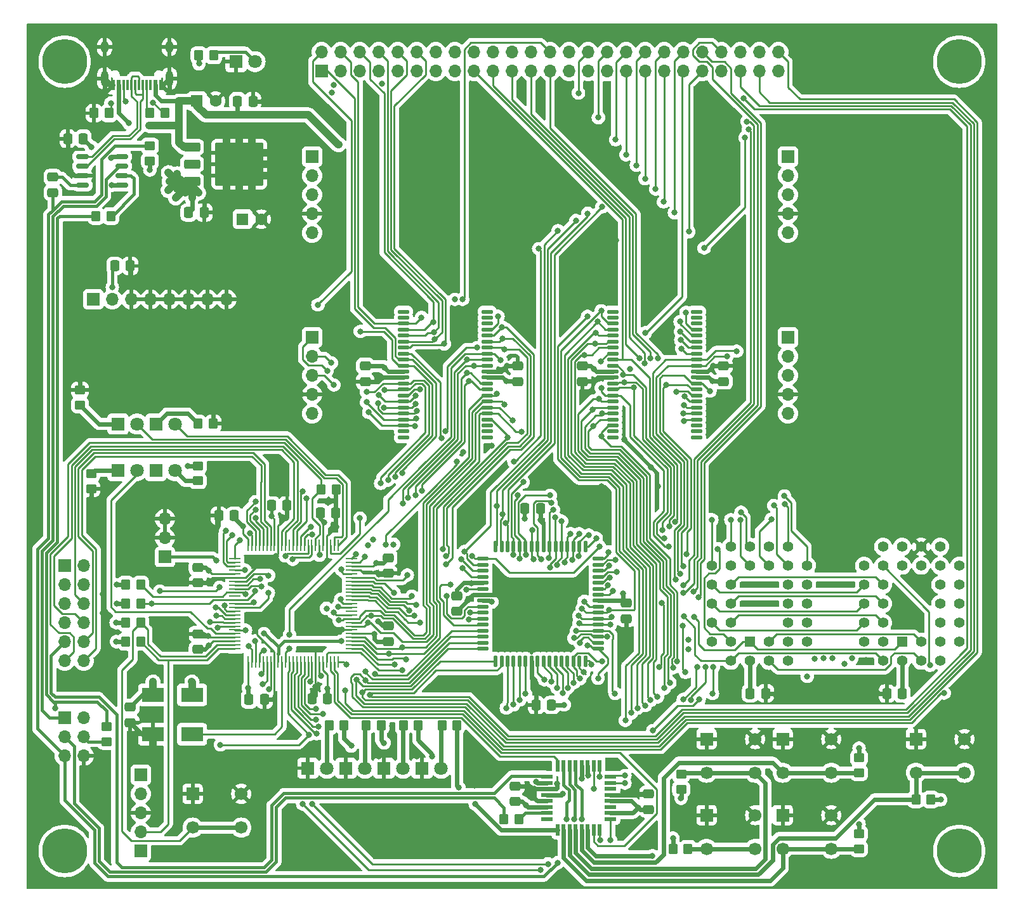
<source format=gbr>
G04 #@! TF.GenerationSoftware,KiCad,Pcbnew,7.0.7*
G04 #@! TF.CreationDate,2023-11-19T17:38:18+09:00*
G04 #@! TF.ProjectId,Pixy-68000,50697879-2d36-4383-9030-302e6b696361,rev?*
G04 #@! TF.SameCoordinates,Original*
G04 #@! TF.FileFunction,Copper,L1,Top*
G04 #@! TF.FilePolarity,Positive*
%FSLAX46Y46*%
G04 Gerber Fmt 4.6, Leading zero omitted, Abs format (unit mm)*
G04 Created by KiCad (PCBNEW 7.0.7) date 2023-11-19 17:38:18*
%MOMM*%
%LPD*%
G01*
G04 APERTURE LIST*
G04 Aperture macros list*
%AMRoundRect*
0 Rectangle with rounded corners*
0 $1 Rounding radius*
0 $2 $3 $4 $5 $6 $7 $8 $9 X,Y pos of 4 corners*
0 Add a 4 corners polygon primitive as box body*
4,1,4,$2,$3,$4,$5,$6,$7,$8,$9,$2,$3,0*
0 Add four circle primitives for the rounded corners*
1,1,$1+$1,$2,$3*
1,1,$1+$1,$4,$5*
1,1,$1+$1,$6,$7*
1,1,$1+$1,$8,$9*
0 Add four rect primitives between the rounded corners*
20,1,$1+$1,$2,$3,$4,$5,0*
20,1,$1+$1,$4,$5,$6,$7,0*
20,1,$1+$1,$6,$7,$8,$9,0*
20,1,$1+$1,$8,$9,$2,$3,0*%
G04 Aperture macros list end*
G04 #@! TA.AperFunction,SMDPad,CuDef*
%ADD10RoundRect,0.250000X0.450000X-0.350000X0.450000X0.350000X-0.450000X0.350000X-0.450000X-0.350000X0*%
G04 #@! TD*
G04 #@! TA.AperFunction,ComponentPad*
%ADD11R,1.800000X1.800000*%
G04 #@! TD*
G04 #@! TA.AperFunction,ComponentPad*
%ADD12C,1.800000*%
G04 #@! TD*
G04 #@! TA.AperFunction,SMDPad,CuDef*
%ADD13RoundRect,0.250000X-0.350000X-0.450000X0.350000X-0.450000X0.350000X0.450000X-0.350000X0.450000X0*%
G04 #@! TD*
G04 #@! TA.AperFunction,SMDPad,CuDef*
%ADD14RoundRect,0.250000X-0.337500X-0.475000X0.337500X-0.475000X0.337500X0.475000X-0.337500X0.475000X0*%
G04 #@! TD*
G04 #@! TA.AperFunction,ComponentPad*
%ADD15R,1.700000X1.700000*%
G04 #@! TD*
G04 #@! TA.AperFunction,ComponentPad*
%ADD16C,1.700000*%
G04 #@! TD*
G04 #@! TA.AperFunction,SMDPad,CuDef*
%ADD17RoundRect,0.250000X-0.475000X0.337500X-0.475000X-0.337500X0.475000X-0.337500X0.475000X0.337500X0*%
G04 #@! TD*
G04 #@! TA.AperFunction,ComponentPad*
%ADD18C,6.000000*%
G04 #@! TD*
G04 #@! TA.AperFunction,ComponentPad*
%ADD19O,1.700000X1.700000*%
G04 #@! TD*
G04 #@! TA.AperFunction,SMDPad,CuDef*
%ADD20RoundRect,0.250000X0.337500X0.475000X-0.337500X0.475000X-0.337500X-0.475000X0.337500X-0.475000X0*%
G04 #@! TD*
G04 #@! TA.AperFunction,SMDPad,CuDef*
%ADD21RoundRect,0.150000X-0.675000X-0.150000X0.675000X-0.150000X0.675000X0.150000X-0.675000X0.150000X0*%
G04 #@! TD*
G04 #@! TA.AperFunction,SMDPad,CuDef*
%ADD22R,0.600000X1.450000*%
G04 #@! TD*
G04 #@! TA.AperFunction,SMDPad,CuDef*
%ADD23R,0.300000X1.450000*%
G04 #@! TD*
G04 #@! TA.AperFunction,ComponentPad*
%ADD24O,1.000000X2.100000*%
G04 #@! TD*
G04 #@! TA.AperFunction,ComponentPad*
%ADD25O,1.000000X1.600000*%
G04 #@! TD*
G04 #@! TA.AperFunction,SMDPad,CuDef*
%ADD26RoundRect,0.250000X-0.450000X0.350000X-0.450000X-0.350000X0.450000X-0.350000X0.450000X0.350000X0*%
G04 #@! TD*
G04 #@! TA.AperFunction,SMDPad,CuDef*
%ADD27R,3.000000X1.980000*%
G04 #@! TD*
G04 #@! TA.AperFunction,SMDPad,CuDef*
%ADD28R,1.562100X0.279400*%
G04 #@! TD*
G04 #@! TA.AperFunction,SMDPad,CuDef*
%ADD29R,0.279400X1.562100*%
G04 #@! TD*
G04 #@! TA.AperFunction,SMDPad,CuDef*
%ADD30RoundRect,0.250000X0.350000X0.450000X-0.350000X0.450000X-0.350000X-0.450000X0.350000X-0.450000X0*%
G04 #@! TD*
G04 #@! TA.AperFunction,SMDPad,CuDef*
%ADD31RoundRect,0.250000X0.475000X-0.337500X0.475000X0.337500X-0.475000X0.337500X-0.475000X-0.337500X0*%
G04 #@! TD*
G04 #@! TA.AperFunction,ComponentPad*
%ADD32R,1.600000X1.600000*%
G04 #@! TD*
G04 #@! TA.AperFunction,ComponentPad*
%ADD33C,1.600000*%
G04 #@! TD*
G04 #@! TA.AperFunction,SMDPad,CuDef*
%ADD34R,1.600000X0.550000*%
G04 #@! TD*
G04 #@! TA.AperFunction,SMDPad,CuDef*
%ADD35R,0.550000X1.600000*%
G04 #@! TD*
G04 #@! TA.AperFunction,ComponentPad*
%ADD36R,1.422400X1.422400*%
G04 #@! TD*
G04 #@! TA.AperFunction,ComponentPad*
%ADD37C,1.422400*%
G04 #@! TD*
G04 #@! TA.AperFunction,SMDPad,CuDef*
%ADD38RoundRect,0.250000X-0.850000X-0.350000X0.850000X-0.350000X0.850000X0.350000X-0.850000X0.350000X0*%
G04 #@! TD*
G04 #@! TA.AperFunction,SMDPad,CuDef*
%ADD39RoundRect,0.250000X-1.275000X-1.125000X1.275000X-1.125000X1.275000X1.125000X-1.275000X1.125000X0*%
G04 #@! TD*
G04 #@! TA.AperFunction,SMDPad,CuDef*
%ADD40RoundRect,0.249997X-2.950003X-2.650003X2.950003X-2.650003X2.950003X2.650003X-2.950003X2.650003X0*%
G04 #@! TD*
G04 #@! TA.AperFunction,SMDPad,CuDef*
%ADD41RoundRect,0.137500X-0.625000X-0.137500X0.625000X-0.137500X0.625000X0.137500X-0.625000X0.137500X0*%
G04 #@! TD*
G04 #@! TA.AperFunction,SMDPad,CuDef*
%ADD42RoundRect,0.137500X-0.612500X-0.137500X0.612500X-0.137500X0.612500X0.137500X-0.612500X0.137500X0*%
G04 #@! TD*
G04 #@! TA.AperFunction,SMDPad,CuDef*
%ADD43RoundRect,0.137500X-0.137500X-0.612500X0.137500X-0.612500X0.137500X0.612500X-0.137500X0.612500X0*%
G04 #@! TD*
G04 #@! TA.AperFunction,ViaPad*
%ADD44C,0.800000*%
G04 #@! TD*
G04 #@! TA.AperFunction,Conductor*
%ADD45C,0.250000*%
G04 #@! TD*
G04 #@! TA.AperFunction,Conductor*
%ADD46C,0.600000*%
G04 #@! TD*
G04 #@! TA.AperFunction,Conductor*
%ADD47C,1.000000*%
G04 #@! TD*
G04 #@! TA.AperFunction,Conductor*
%ADD48C,0.500000*%
G04 #@! TD*
G04 #@! TA.AperFunction,Conductor*
%ADD49C,0.400000*%
G04 #@! TD*
G04 APERTURE END LIST*
D10*
X112741487Y-127637285D03*
X112741487Y-125637285D03*
D11*
X68018960Y-124830501D03*
D12*
X70558960Y-124830501D03*
D13*
X34670712Y-51102935D03*
X36670712Y-51102935D03*
D11*
X37596046Y-78870000D03*
D12*
X40136046Y-78870000D03*
D14*
X53525591Y-35782885D03*
X55600591Y-35782885D03*
D11*
X62938960Y-124830501D03*
D12*
X65478960Y-124830501D03*
D15*
X126290000Y-120940000D03*
D16*
X132790000Y-120940000D03*
X126290000Y-125440000D03*
X132790000Y-125440000D03*
D10*
X41843996Y-43720027D03*
X41843996Y-41720027D03*
D17*
X70590000Y-71112500D03*
X70590000Y-73187500D03*
D18*
X149860000Y-30480000D03*
D14*
X91905000Y-90170000D03*
X93980000Y-90170000D03*
D15*
X64770000Y-31750000D03*
D19*
X64770000Y-29210000D03*
X67310000Y-31750000D03*
X67310000Y-29210000D03*
X69850000Y-31750000D03*
X69850000Y-29210000D03*
X72390000Y-31750000D03*
X72390000Y-29210000D03*
X74930000Y-31750000D03*
X74930000Y-29210000D03*
X77470000Y-31750000D03*
X77470000Y-29210000D03*
X80010000Y-31750000D03*
X80010000Y-29210000D03*
X82550000Y-31750000D03*
X82550000Y-29210000D03*
X85090000Y-31750000D03*
X85090000Y-29210000D03*
X87630000Y-31750000D03*
X87630000Y-29210000D03*
X90170000Y-31750000D03*
X90170000Y-29210000D03*
X92710000Y-31750000D03*
X92710000Y-29210000D03*
X95250000Y-31750000D03*
X95250000Y-29210000D03*
X97790000Y-31750000D03*
X97790000Y-29210000D03*
X100330000Y-31750000D03*
X100330000Y-29210000D03*
X102870000Y-31750000D03*
X102870000Y-29210000D03*
X105410000Y-31750000D03*
X105410000Y-29210000D03*
X107950000Y-31750000D03*
X107950000Y-29210000D03*
X110490000Y-31750000D03*
X110490000Y-29210000D03*
X113030000Y-31750000D03*
X113030000Y-29210000D03*
X115570000Y-31750000D03*
X115570000Y-29210000D03*
X118110000Y-31750000D03*
X118110000Y-29210000D03*
X120650000Y-31750000D03*
X120650000Y-29210000D03*
X123190000Y-31750000D03*
X123190000Y-29210000D03*
X125730000Y-31750000D03*
X125730000Y-29210000D03*
D14*
X37136145Y-57769320D03*
X39211145Y-57769320D03*
D20*
X142253007Y-114872441D03*
X140178007Y-114872441D03*
X95462968Y-116398828D03*
X93387968Y-116398828D03*
D21*
X32850000Y-43175364D03*
X32850000Y-44445364D03*
X32850000Y-45715364D03*
X32850000Y-46985364D03*
X38100000Y-46985364D03*
X38100000Y-45715364D03*
X38100000Y-44445364D03*
X38100000Y-43175364D03*
D13*
X38640000Y-105410000D03*
X40640000Y-105410000D03*
D17*
X39217195Y-116676503D03*
X39217195Y-118751503D03*
D15*
X30480000Y-118110000D03*
D19*
X33020000Y-118110000D03*
X30480000Y-120650000D03*
X33020000Y-120650000D03*
X30480000Y-123190000D03*
X33020000Y-123190000D03*
D11*
X73098960Y-124830501D03*
D12*
X75638960Y-124830501D03*
D22*
X43376384Y-33639319D03*
X42576384Y-33639319D03*
D23*
X41376384Y-33639319D03*
X40376384Y-33639319D03*
X39876384Y-33639319D03*
X38876384Y-33639319D03*
D22*
X37676384Y-33639319D03*
X36876384Y-33639319D03*
X36876384Y-33639319D03*
X37676384Y-33639319D03*
D23*
X38376384Y-33639319D03*
X39376384Y-33639319D03*
X40876384Y-33639319D03*
X41876384Y-33639319D03*
D22*
X42576384Y-33639319D03*
X43376384Y-33639319D03*
D24*
X44446384Y-32724319D03*
D25*
X44446384Y-28544319D03*
D24*
X35806384Y-32724319D03*
D25*
X35806384Y-28544319D03*
D14*
X47020464Y-50628642D03*
X49095464Y-50628642D03*
D11*
X53340000Y-30475364D03*
D12*
X55880000Y-30475364D03*
D13*
X38640000Y-102870000D03*
X40640000Y-102870000D03*
D26*
X136489299Y-123452879D03*
X136489299Y-125452879D03*
D10*
X32516046Y-76330000D03*
X32516046Y-74330000D03*
D17*
X99567500Y-71112500D03*
X99567500Y-73187500D03*
D15*
X40640000Y-135890000D03*
X40640000Y-125730000D03*
D19*
X40640000Y-133350000D03*
X40640000Y-130810000D03*
X40640000Y-128270000D03*
D26*
X34036904Y-85535235D03*
X34036904Y-87535235D03*
D11*
X42676046Y-78870000D03*
D12*
X45216046Y-78870000D03*
D27*
X42272272Y-115045704D03*
X42272272Y-120305704D03*
X47472272Y-120305704D03*
X47472272Y-115045704D03*
D18*
X149860000Y-135890000D03*
D28*
X53181250Y-96869999D03*
X53181250Y-97370001D03*
X53181250Y-97870000D03*
X53181250Y-98369999D03*
X53181250Y-98870000D03*
X53181250Y-99369999D03*
X53181250Y-99870001D03*
X53181250Y-100370000D03*
X53181250Y-100869999D03*
X53181250Y-101370000D03*
X53181250Y-101869999D03*
X53181250Y-102369998D03*
X53181250Y-102870000D03*
X53181250Y-103369999D03*
X53181250Y-103870001D03*
X53181250Y-104370000D03*
X53181250Y-104869999D03*
X53181250Y-105370000D03*
X53181250Y-105869999D03*
X53181250Y-106370001D03*
X53181250Y-106870000D03*
X53181250Y-107369999D03*
X53181250Y-107870000D03*
X53181250Y-108369999D03*
X53181250Y-108870001D03*
D29*
X54959999Y-110648750D03*
X55460001Y-110648750D03*
X55960000Y-110648750D03*
X56459999Y-110648750D03*
X56960000Y-110648750D03*
X57459999Y-110648750D03*
X57960001Y-110648750D03*
X58460000Y-110648750D03*
X58959999Y-110648750D03*
X59460000Y-110648750D03*
X59959999Y-110648750D03*
X60460001Y-110648750D03*
X60960000Y-110648750D03*
X61459999Y-110648750D03*
X61960001Y-110648750D03*
X62460000Y-110648750D03*
X62960001Y-110648750D03*
X63460000Y-110648750D03*
X63959999Y-110648750D03*
X64460001Y-110648750D03*
X64960000Y-110648750D03*
X65460001Y-110648750D03*
X65960000Y-110648750D03*
X66459999Y-110648750D03*
X66960001Y-110648750D03*
D28*
X68738750Y-108870001D03*
X68738750Y-108369999D03*
X68738750Y-107870000D03*
X68738750Y-107370001D03*
X68738750Y-106870000D03*
X68738750Y-106370001D03*
X68738750Y-105869999D03*
X68738750Y-105370000D03*
X68738750Y-104870001D03*
X68738750Y-104370000D03*
X68738750Y-103870001D03*
X68738750Y-103369999D03*
X68738750Y-102870000D03*
X68738750Y-102370001D03*
X68738750Y-101869999D03*
X68738750Y-101370000D03*
X68738750Y-100869999D03*
X68738750Y-100370000D03*
X68738750Y-99870001D03*
X68738750Y-99369999D03*
X68738750Y-98870000D03*
X68738750Y-98369999D03*
X68738750Y-97870000D03*
X68738750Y-97370001D03*
X68738750Y-96869999D03*
D29*
X66960001Y-95091250D03*
X66459999Y-95091250D03*
X65960000Y-95091250D03*
X65460001Y-95091250D03*
X64960000Y-95091250D03*
X64460001Y-95091250D03*
X63959999Y-95091250D03*
X63460000Y-95091250D03*
X62960001Y-95091250D03*
X62460000Y-95091250D03*
X61960001Y-95091250D03*
X61459999Y-95091250D03*
X60960000Y-95091250D03*
X60460001Y-95091250D03*
X59959999Y-95091250D03*
X59460000Y-95091250D03*
X58959999Y-95091250D03*
X58460000Y-95091250D03*
X57960001Y-95091250D03*
X57459999Y-95091250D03*
X56960000Y-95091250D03*
X56459999Y-95091250D03*
X55960000Y-95091250D03*
X55460001Y-95091250D03*
X54959999Y-95091250D03*
D11*
X78178960Y-124830501D03*
D12*
X80718960Y-124830501D03*
D11*
X37596046Y-85090000D03*
D12*
X40136046Y-85090000D03*
D30*
X146067375Y-129013899D03*
X144067375Y-129013899D03*
D31*
X118385000Y-73187500D03*
X118385000Y-71112500D03*
D26*
X136469889Y-133594922D03*
X136469889Y-135594922D03*
D32*
X54222834Y-51527438D03*
D33*
X56722834Y-51527438D03*
D30*
X91112919Y-131617534D03*
X89112919Y-131617534D03*
X82829012Y-119140172D03*
X80829012Y-119140172D03*
D34*
X94810000Y-126010000D03*
X94810000Y-126810000D03*
X94810000Y-127610000D03*
X94810000Y-128410000D03*
X94810000Y-129210000D03*
X94810000Y-130010000D03*
X94810000Y-130810000D03*
X94810000Y-131610000D03*
D35*
X96260000Y-133060000D03*
X97060000Y-133060000D03*
X97860000Y-133060000D03*
X98660000Y-133060000D03*
X99460000Y-133060000D03*
X100260000Y-133060000D03*
X101060000Y-133060000D03*
X101860000Y-133060000D03*
D34*
X103310000Y-131610000D03*
X103310000Y-130810000D03*
X103310000Y-130010000D03*
X103310000Y-129210000D03*
X103310000Y-128410000D03*
X103310000Y-127610000D03*
X103310000Y-126810000D03*
X103310000Y-126010000D03*
D35*
X101860000Y-124560000D03*
X101060000Y-124560000D03*
X100260000Y-124560000D03*
X99460000Y-124560000D03*
X98660000Y-124560000D03*
X97860000Y-124560000D03*
X97060000Y-124560000D03*
X96260000Y-124560000D03*
D13*
X111660259Y-135605115D03*
X113660259Y-135605115D03*
D15*
X127000000Y-43180000D03*
D19*
X127000000Y-45720000D03*
X127000000Y-48260000D03*
X127000000Y-50800000D03*
X127000000Y-53340000D03*
D14*
X64583052Y-90707643D03*
X66658052Y-90707643D03*
D13*
X38640000Y-100330000D03*
X40640000Y-100330000D03*
D15*
X116130000Y-120940000D03*
D16*
X122630000Y-120940000D03*
X116130000Y-125440000D03*
X122630000Y-125440000D03*
D26*
X36039258Y-119278326D03*
X36039258Y-121278326D03*
D15*
X63500000Y-67310000D03*
D19*
X63500000Y-69850000D03*
X63500000Y-72390000D03*
X63500000Y-74930000D03*
X63500000Y-77470000D03*
D14*
X121947356Y-114838003D03*
X124022356Y-114838003D03*
D17*
X73660000Y-96752500D03*
X73660000Y-98827500D03*
D36*
X121920000Y-107950000D03*
D37*
X124460000Y-110490000D03*
X124460000Y-107950000D03*
X127000000Y-110490000D03*
X129540000Y-107950000D03*
X127000000Y-107950000D03*
X129540000Y-105410000D03*
X127000000Y-105410000D03*
X129540000Y-102870000D03*
X127000000Y-102870000D03*
X129540000Y-100330000D03*
X127000000Y-100330000D03*
X129540000Y-97790000D03*
X127000000Y-95250000D03*
X127000000Y-97790000D03*
X124460000Y-95250000D03*
X124460000Y-97790000D03*
X121920000Y-95250000D03*
X121920000Y-97790000D03*
X119380000Y-95250000D03*
X116840000Y-97790000D03*
X119380000Y-97790000D03*
X116840000Y-100330000D03*
X119380000Y-100330000D03*
X116840000Y-102870000D03*
X119380000Y-102870000D03*
X116840000Y-105410000D03*
X119380000Y-105410000D03*
X116840000Y-107950000D03*
X119380000Y-110490000D03*
X119380000Y-107950000D03*
X121920000Y-110490000D03*
D14*
X58082538Y-89738182D03*
X60157538Y-89738182D03*
D31*
X73660000Y-107926951D03*
X73660000Y-105851951D03*
D15*
X126290000Y-131100000D03*
D16*
X132790000Y-131100000D03*
X126290000Y-135600000D03*
X132790000Y-135600000D03*
D15*
X144070000Y-120940000D03*
D16*
X150570000Y-120940000D03*
X144070000Y-125440000D03*
X150570000Y-125440000D03*
D15*
X127000000Y-67310000D03*
D19*
X127000000Y-69850000D03*
X127000000Y-72390000D03*
X127000000Y-74930000D03*
X127000000Y-77470000D03*
D38*
X47463261Y-41910364D03*
X47463261Y-44190364D03*
X47463261Y-46470364D03*
D39*
X52088261Y-42665364D03*
X52088261Y-45715364D03*
D40*
X53763261Y-44190364D03*
D39*
X55438261Y-42665364D03*
X55438261Y-45715364D03*
D31*
X90610000Y-129307500D03*
X90610000Y-127232500D03*
D17*
X48260000Y-98015138D03*
X48260000Y-100090138D03*
D13*
X48381861Y-29642169D03*
X50381861Y-29642169D03*
D11*
X42637252Y-85090000D03*
D12*
X45177252Y-85090000D03*
D31*
X48260000Y-108985274D03*
X48260000Y-106910274D03*
D15*
X47550000Y-128270000D03*
D16*
X54050000Y-128270000D03*
X47550000Y-132770000D03*
X54050000Y-132770000D03*
D32*
X48116413Y-35745747D03*
D33*
X50616413Y-35745747D03*
D30*
X77664083Y-119140172D03*
X75664083Y-119140172D03*
X36402874Y-37365301D03*
X34402874Y-37365301D03*
D26*
X48260000Y-84471802D03*
X48260000Y-86471802D03*
D30*
X67754136Y-119140172D03*
X65754136Y-119140172D03*
D41*
X103632500Y-63870000D03*
X103632500Y-64670000D03*
X103632500Y-65470000D03*
X103632500Y-66270000D03*
X103632500Y-67070000D03*
X103632500Y-67870000D03*
X103632500Y-68670000D03*
X103632500Y-69470000D03*
X103632500Y-70270000D03*
X103632500Y-71070000D03*
X103632500Y-71870000D03*
X103632500Y-72670000D03*
X103632500Y-73470000D03*
X103632500Y-74270000D03*
X103632500Y-75070000D03*
X103632500Y-75870000D03*
X103632500Y-76670000D03*
X103632500Y-77470000D03*
X103632500Y-78270000D03*
X103632500Y-79070000D03*
X103632500Y-79870000D03*
X103632500Y-80670000D03*
X114807500Y-80670000D03*
X114807500Y-79870000D03*
X114807500Y-79070000D03*
X114807500Y-78270000D03*
X114807500Y-77470000D03*
X114807500Y-76670000D03*
X114807500Y-75870000D03*
X114807500Y-75070000D03*
X114807500Y-74270000D03*
X114807500Y-73470000D03*
X114807500Y-72670000D03*
X114807500Y-71870000D03*
X114807500Y-71070000D03*
X114807500Y-70270000D03*
X114807500Y-69470000D03*
X114807500Y-68670000D03*
X114807500Y-67870000D03*
X114807500Y-67070000D03*
X114807500Y-66270000D03*
X114807500Y-65470000D03*
X114807500Y-64670000D03*
X114807500Y-63870000D03*
D18*
X30480000Y-30480000D03*
D17*
X82782500Y-101832500D03*
X82782500Y-103907500D03*
D15*
X116130000Y-131100000D03*
D16*
X122630000Y-131100000D03*
X116130000Y-135600000D03*
X122630000Y-135600000D03*
D13*
X41853579Y-37365301D03*
X43853579Y-37365301D03*
D41*
X75692500Y-63870000D03*
X75692500Y-64670000D03*
X75692500Y-65470000D03*
X75692500Y-66270000D03*
X75692500Y-67070000D03*
X75692500Y-67870000D03*
X75692500Y-68670000D03*
X75692500Y-69470000D03*
X75692500Y-70270000D03*
X75692500Y-71070000D03*
X75692500Y-71870000D03*
X75692500Y-72670000D03*
X75692500Y-73470000D03*
X75692500Y-74270000D03*
X75692500Y-75070000D03*
X75692500Y-75870000D03*
X75692500Y-76670000D03*
X75692500Y-77470000D03*
X75692500Y-78270000D03*
X75692500Y-79070000D03*
X75692500Y-79870000D03*
X75692500Y-80670000D03*
X86867500Y-80670000D03*
X86867500Y-79870000D03*
X86867500Y-79070000D03*
X86867500Y-78270000D03*
X86867500Y-77470000D03*
X86867500Y-76670000D03*
X86867500Y-75870000D03*
X86867500Y-75070000D03*
X86867500Y-74270000D03*
X86867500Y-73470000D03*
X86867500Y-72670000D03*
X86867500Y-71870000D03*
X86867500Y-71070000D03*
X86867500Y-70270000D03*
X86867500Y-69470000D03*
X86867500Y-68670000D03*
X86867500Y-67870000D03*
X86867500Y-67070000D03*
X86867500Y-66270000D03*
X86867500Y-65470000D03*
X86867500Y-64670000D03*
X86867500Y-63870000D03*
D13*
X48283055Y-78849925D03*
X50283055Y-78849925D03*
D31*
X108390000Y-130345000D03*
X108390000Y-128270000D03*
D15*
X43871871Y-96628895D03*
D19*
X43871871Y-94088895D03*
X43871871Y-91548895D03*
D20*
X32963189Y-40782150D03*
X30888189Y-40782150D03*
D15*
X34290000Y-62230000D03*
D19*
X36830000Y-62230000D03*
X39370000Y-62230000D03*
X41910000Y-62230000D03*
X44450000Y-62230000D03*
X46990000Y-62230000D03*
X49530000Y-62230000D03*
X52070000Y-62230000D03*
D36*
X142240000Y-107950000D03*
D37*
X144780000Y-110490000D03*
X144780000Y-107950000D03*
X147320000Y-110490000D03*
X149860000Y-107950000D03*
X147320000Y-107950000D03*
X149860000Y-105410000D03*
X147320000Y-105410000D03*
X149860000Y-102870000D03*
X147320000Y-102870000D03*
X149860000Y-100330000D03*
X147320000Y-100330000D03*
X149860000Y-97790000D03*
X147320000Y-95250000D03*
X147320000Y-97790000D03*
X144780000Y-95250000D03*
X144780000Y-97790000D03*
X142240000Y-95250000D03*
X142240000Y-97790000D03*
X139700000Y-95250000D03*
X137160000Y-97790000D03*
X139700000Y-97790000D03*
X137160000Y-100330000D03*
X139700000Y-100330000D03*
X137160000Y-102870000D03*
X139700000Y-102870000D03*
X137160000Y-105410000D03*
X139700000Y-105410000D03*
X137160000Y-107950000D03*
X139700000Y-110490000D03*
X139700000Y-107950000D03*
X142240000Y-110490000D03*
D30*
X72709110Y-119098181D03*
X70709110Y-119098181D03*
D20*
X53118951Y-91112332D03*
X51043951Y-91112332D03*
D14*
X55069174Y-115673952D03*
X57144174Y-115673952D03*
D42*
X86305000Y-96870000D03*
X86305000Y-97670000D03*
X86305000Y-98470000D03*
X86305000Y-99270000D03*
X86305000Y-100070000D03*
X86305000Y-100870000D03*
X86305000Y-101670000D03*
X86305000Y-102470000D03*
X86305000Y-103270000D03*
X86305000Y-104070000D03*
X86305000Y-104870000D03*
X86305000Y-105670000D03*
X86305000Y-106470000D03*
X86305000Y-107270000D03*
X86305000Y-108070000D03*
X86305000Y-108870000D03*
D43*
X87980000Y-110545000D03*
X88780000Y-110545000D03*
X89580000Y-110545000D03*
X90380000Y-110545000D03*
X91180000Y-110545000D03*
X91980000Y-110545000D03*
X92780000Y-110545000D03*
X93580000Y-110545000D03*
X94380000Y-110545000D03*
X95180000Y-110545000D03*
X95980000Y-110545000D03*
X96780000Y-110545000D03*
X97580000Y-110545000D03*
X98380000Y-110545000D03*
X99180000Y-110545000D03*
X99980000Y-110545000D03*
D42*
X101655000Y-108870000D03*
X101655000Y-108070000D03*
X101655000Y-107270000D03*
X101655000Y-106470000D03*
X101655000Y-105670000D03*
X101655000Y-104870000D03*
X101655000Y-104070000D03*
X101655000Y-103270000D03*
X101655000Y-102470000D03*
X101655000Y-101670000D03*
X101655000Y-100870000D03*
X101655000Y-100070000D03*
X101655000Y-99270000D03*
X101655000Y-98470000D03*
X101655000Y-97670000D03*
X101655000Y-96870000D03*
D43*
X99980000Y-95195000D03*
X99180000Y-95195000D03*
X98380000Y-95195000D03*
X97580000Y-95195000D03*
X96780000Y-95195000D03*
X95980000Y-95195000D03*
X95180000Y-95195000D03*
X94380000Y-95195000D03*
X93580000Y-95195000D03*
X92780000Y-95195000D03*
X91980000Y-95195000D03*
X91180000Y-95195000D03*
X90380000Y-95195000D03*
X89580000Y-95195000D03*
X88780000Y-95195000D03*
X87980000Y-95195000D03*
D18*
X30480000Y-135890000D03*
D17*
X28892704Y-45902259D03*
X28892704Y-47977259D03*
D15*
X30480000Y-97790000D03*
D19*
X33020000Y-97790000D03*
X30480000Y-100330000D03*
X33020000Y-100330000D03*
X30480000Y-102870000D03*
X33020000Y-102870000D03*
X30480000Y-105410000D03*
X33020000Y-105410000D03*
X30480000Y-107950000D03*
X33020000Y-107950000D03*
X30480000Y-110490000D03*
X33020000Y-110490000D03*
D15*
X63500000Y-43180000D03*
D19*
X63500000Y-45720000D03*
X63500000Y-48260000D03*
X63500000Y-50800000D03*
X63500000Y-53340000D03*
D20*
X65550027Y-115570000D03*
X63475027Y-115570000D03*
D31*
X90910000Y-73187500D03*
X90910000Y-71112500D03*
D13*
X64678832Y-87630000D03*
X66678832Y-87630000D03*
D17*
X105418038Y-102808161D03*
X105418038Y-104883161D03*
D13*
X38640000Y-107950000D03*
X40640000Y-107950000D03*
D44*
X97783715Y-86775539D03*
X122137169Y-81383160D03*
X88720060Y-62511590D03*
X96225776Y-126885988D03*
X142212458Y-56008964D03*
X129888714Y-77658785D03*
X116987500Y-71106683D03*
X35503320Y-110095290D03*
X81280000Y-35560000D03*
X137160000Y-139700000D03*
X97844274Y-57408490D03*
X53795596Y-136311665D03*
X125417621Y-115153153D03*
X128950050Y-33517373D03*
X105410000Y-108426004D03*
X99240444Y-48248057D03*
X81812866Y-48047517D03*
X135586327Y-112941609D03*
X124460000Y-50800000D03*
X133992305Y-137995151D03*
X115051773Y-43388480D03*
X58501149Y-40076520D03*
X138430000Y-81716234D03*
X145363928Y-122989991D03*
X102688711Y-119433259D03*
X92817882Y-41982109D03*
X78422899Y-130538379D03*
X30863943Y-113798203D03*
X143122756Y-68496157D03*
X35448378Y-54053524D03*
X35284746Y-126386388D03*
X96996449Y-62249168D03*
X93564776Y-52095452D03*
X55440816Y-40364103D03*
X31365805Y-45286105D03*
X49861406Y-26733367D03*
X138912505Y-114820784D03*
X103294579Y-45127136D03*
X81170379Y-42708816D03*
X35428192Y-39571863D03*
X125255955Y-57886291D03*
X35845761Y-26846570D03*
X84955424Y-121972314D03*
X32522012Y-73049641D03*
X63731263Y-56278815D03*
X91263536Y-34125595D03*
X94049247Y-36891120D03*
X38841820Y-26624027D03*
X116725166Y-34792920D03*
X153917226Y-76396035D03*
X139123952Y-72904908D03*
X140593496Y-126183340D03*
X27028544Y-133003462D03*
X101089538Y-73158509D03*
X59098629Y-123152794D03*
X60009505Y-91433832D03*
X50565786Y-124327384D03*
X85994908Y-46665333D03*
X109612895Y-87199452D03*
X127088585Y-123393717D03*
X153849939Y-63054227D03*
X42490189Y-64527395D03*
X76253748Y-26708096D03*
X27608137Y-34860043D03*
X154010398Y-102363951D03*
X31653351Y-79060330D03*
X117019939Y-78446052D03*
X119957047Y-75175869D03*
X80446817Y-69272179D03*
X53419546Y-125871217D03*
X119139502Y-49777449D03*
X41306617Y-94108034D03*
X87428136Y-81749147D03*
X130027947Y-27202866D03*
X133825045Y-46561769D03*
X38918282Y-98327412D03*
X26876854Y-81055820D03*
X88398650Y-51635634D03*
X147390248Y-39234137D03*
X55752187Y-122758039D03*
X153876854Y-56118210D03*
X58391717Y-115648297D03*
X153532656Y-139327448D03*
X26754015Y-67409462D03*
X42935359Y-126400185D03*
X107533705Y-48013779D03*
X27694692Y-128481728D03*
X78031741Y-37715845D03*
X77910623Y-45447203D03*
X39503686Y-120794779D03*
X41017659Y-117686087D03*
X72312225Y-62739818D03*
X105151719Y-80961880D03*
X98527133Y-40417090D03*
X83535583Y-136403013D03*
X96552350Y-36023109D03*
X129767596Y-50649497D03*
X147449847Y-120823327D03*
X140002057Y-27976230D03*
X67173155Y-122668322D03*
X134620000Y-30480000D03*
X107750096Y-135397845D03*
X49538425Y-64469662D03*
X90758878Y-58813457D03*
X153890311Y-48011386D03*
X60136240Y-47424339D03*
X61062669Y-137098931D03*
X31411115Y-52943277D03*
X143453917Y-30035234D03*
X120978861Y-122451689D03*
X137444346Y-110421419D03*
X71631275Y-54610000D03*
X92232479Y-62572149D03*
X93928129Y-85584547D03*
X142240000Y-83820000D03*
X70983909Y-35560000D03*
X114982455Y-61344821D03*
X36679743Y-49491417D03*
X106982729Y-128377726D03*
X72231479Y-68463759D03*
X116107230Y-128305721D03*
X133350000Y-95250000D03*
X149183872Y-80246458D03*
X146602982Y-34001844D03*
X153264465Y-27249522D03*
X97435920Y-26667723D03*
X108078735Y-65216556D03*
X153573029Y-120325398D03*
X35560000Y-101600000D03*
X81755782Y-60270909D03*
X56845871Y-26814112D03*
X86537797Y-134373779D03*
X43862899Y-89520507D03*
X153815265Y-110649425D03*
X119048733Y-26479318D03*
X128730405Y-131172177D03*
X86216958Y-56047932D03*
X42854614Y-117686087D03*
X145054405Y-138923722D03*
X137821935Y-51255087D03*
X130048063Y-70720785D03*
X93987542Y-91641781D03*
X89162018Y-136473156D03*
X121920000Y-102870000D03*
X44377426Y-30227540D03*
X153917226Y-40838516D03*
X40595888Y-75608470D03*
X42266917Y-122069569D03*
X104021286Y-54332095D03*
X118218047Y-115623259D03*
X42794055Y-130659497D03*
X85205500Y-127187451D03*
X63952056Y-113979484D03*
X112810132Y-131360583D03*
X129010609Y-59945295D03*
X68617160Y-130342502D03*
X101578742Y-40403539D03*
X143870141Y-133163893D03*
X118806427Y-46840340D03*
X56859188Y-35763101D03*
X53761164Y-48005897D03*
X102090129Y-87183751D03*
X127801835Y-139677344D03*
X27244783Y-26957102D03*
X146542423Y-27188963D03*
X128864981Y-120473431D03*
X144780000Y-100330000D03*
X78588102Y-55950459D03*
X46629454Y-117746646D03*
X135230398Y-120406143D03*
X74212525Y-119206912D03*
X50283622Y-77291576D03*
X142520088Y-44647731D03*
X133340573Y-90769796D03*
X125783204Y-127565556D03*
X152792492Y-132383356D03*
X26682244Y-55718448D03*
X140766995Y-136433292D03*
X109518581Y-57040520D03*
X125619308Y-39088795D03*
X148755229Y-117768465D03*
X52081901Y-64550407D03*
X109170897Y-26627351D03*
X45900623Y-28519446D03*
X139086485Y-33195436D03*
X72349269Y-105221379D03*
X38456139Y-95043853D03*
X49437494Y-59968114D03*
X105018215Y-133756025D03*
X42671866Y-105913376D03*
X27020925Y-44498447D03*
X34348978Y-28537055D03*
X153876854Y-69325442D03*
X35791324Y-34388030D03*
X55168265Y-118836707D03*
X114195189Y-56823087D03*
X72355290Y-98965538D03*
X109855131Y-51102285D03*
X57878646Y-44170284D03*
X130217645Y-114034769D03*
X26742278Y-88045668D03*
X32092500Y-66809730D03*
X43379458Y-136230920D03*
X83617408Y-82644073D03*
X39362381Y-114565283D03*
X152568037Y-34274360D03*
X46994950Y-75709402D03*
X154046844Y-85169695D03*
X85550809Y-61845441D03*
X52094018Y-40340280D03*
X72390000Y-123245790D03*
X33528537Y-139543828D03*
X34601665Y-113459675D03*
X107228456Y-119122158D03*
X138972555Y-60853679D03*
X62041594Y-74930000D03*
X35560000Y-123190000D03*
X40391883Y-111678640D03*
X42281406Y-35941427D03*
X108775885Y-124920122D03*
X154101236Y-93643463D03*
X33179559Y-34526969D03*
X142303297Y-89255823D03*
X67907971Y-26894857D03*
X72805734Y-72726388D03*
X39370000Y-90170000D03*
X65618330Y-105078047D03*
X26742278Y-74367422D03*
X123075833Y-86258155D03*
X139846336Y-120729124D03*
X74082841Y-130639311D03*
X93246917Y-113304870D03*
X57905059Y-42647087D03*
X37166452Y-28528251D03*
X66709188Y-92586073D03*
X53748722Y-40354150D03*
X153519199Y-128642159D03*
X45822002Y-130625514D03*
X142969445Y-76780681D03*
X142916127Y-49338209D03*
X63065883Y-61835079D03*
X27940000Y-39370000D03*
X34036904Y-88770211D03*
X29652764Y-131428929D03*
X46508337Y-126023035D03*
X52102823Y-48026703D03*
X82969062Y-26600436D03*
X90853125Y-117868544D03*
X72288401Y-81789520D03*
X26709159Y-62784555D03*
X133925017Y-127390608D03*
X57713479Y-32109878D03*
X40979428Y-87251936D03*
X49665343Y-99882544D03*
X63262977Y-99296355D03*
X134067281Y-39658049D03*
X131152763Y-129274664D03*
X89472365Y-71106683D03*
X149304406Y-55977886D03*
X119808055Y-129960998D03*
X118533912Y-40640000D03*
X142240000Y-102870000D03*
X60782202Y-28166595D03*
X127133282Y-83169649D03*
X149267575Y-88831910D03*
X49644384Y-107184131D03*
X93151631Y-127618169D03*
X41968557Y-60069046D03*
X149253158Y-129530357D03*
X49859265Y-117645714D03*
X57887450Y-45693481D03*
X47035322Y-64530221D03*
X26778690Y-49686329D03*
X96067879Y-46524029D03*
X152121797Y-114859169D03*
X140395690Y-39930565D03*
X129676757Y-88619954D03*
X122028549Y-127565556D03*
X143750620Y-112986309D03*
X87769232Y-86085746D03*
X47881006Y-135504213D03*
X133946163Y-61701504D03*
X70844009Y-48307551D03*
X124460000Y-74930000D03*
X56389177Y-129280461D03*
X66876327Y-137179677D03*
X54610000Y-62230000D03*
X99842719Y-54392654D03*
X80019759Y-51913775D03*
X151863921Y-122801586D03*
X125467911Y-62337373D03*
X103284597Y-124138979D03*
X133157937Y-123205312D03*
X60154285Y-120411239D03*
X52281622Y-110701622D03*
X146635448Y-64887038D03*
X79553332Y-135706076D03*
X44370729Y-59968114D03*
X51960783Y-59907555D03*
X149287187Y-47092841D03*
X44450000Y-34290000D03*
X45891819Y-32710439D03*
X130282347Y-42474040D03*
X31411115Y-58676190D03*
X86360000Y-35560000D03*
X92795554Y-134777505D03*
X121342215Y-133984803D03*
X47862961Y-39006646D03*
X145705618Y-58688169D03*
X41445855Y-26775425D03*
X102296928Y-59947349D03*
X89305464Y-43180000D03*
X60960000Y-50800000D03*
X41294457Y-30984271D03*
X108867073Y-133621450D03*
X26871863Y-92977635D03*
X34295617Y-129390112D03*
X110245289Y-61491602D03*
X60320585Y-133168586D03*
X84248949Y-102419000D03*
X118352235Y-86076478D03*
X55440816Y-47993455D03*
X61628647Y-122847756D03*
X71964349Y-41555229D03*
X139033114Y-87075701D03*
X85692113Y-40246086D03*
X44451474Y-64469662D03*
X35560000Y-104140000D03*
X60216985Y-42579623D03*
X46994950Y-59988301D03*
X139700000Y-67310000D03*
X34331368Y-32736853D03*
X61816514Y-32668143D03*
X117224206Y-133702195D03*
X50800000Y-92710000D03*
X77470000Y-123245790D03*
X133643368Y-66788455D03*
X134862499Y-72428547D03*
X140640331Y-131414413D03*
X111167242Y-54291723D03*
X58650198Y-96471802D03*
X30880572Y-42474243D03*
X95205141Y-83516982D03*
X38720702Y-31014551D03*
X68225112Y-81880990D03*
X70853031Y-134777505D03*
X34136268Y-92924290D03*
X43074344Y-28537055D03*
X136441753Y-77250338D03*
X39370000Y-60615014D03*
X133350000Y-100330000D03*
X44483082Y-26828961D03*
X135997478Y-128628702D03*
X90170000Y-48260000D03*
X131796320Y-82594339D03*
X67473112Y-106362654D03*
X27190034Y-139564014D03*
X124460000Y-100330000D03*
X101362755Y-115040896D03*
X44431288Y-43205399D03*
X96857813Y-140031933D03*
X74391183Y-135888262D03*
X70122626Y-78314741D03*
X134620000Y-86360000D03*
X36051826Y-131772097D03*
X56197767Y-134656388D03*
X35854566Y-30253954D03*
X149373282Y-74340313D03*
X138124730Y-43291586D03*
X108684325Y-84615604D03*
X114260446Y-122452069D03*
X27432270Y-123576453D03*
X32501176Y-37371554D03*
X133350000Y-55880000D03*
X51154442Y-100676473D03*
X43180000Y-101195498D03*
X64486062Y-96369982D03*
X41778162Y-39022178D03*
X67047538Y-41559842D03*
X36771553Y-46990641D03*
X48391099Y-30749490D03*
X39058023Y-38705734D03*
X64277176Y-62960061D03*
X51265500Y-121711554D03*
X89421597Y-116808781D03*
X63057668Y-120348496D03*
X105307160Y-118449869D03*
X134561293Y-110902800D03*
X64080139Y-120222911D03*
X102075382Y-63760268D03*
X78093681Y-64649806D03*
X90373062Y-116358781D03*
X101599187Y-65215454D03*
X91207126Y-115701242D03*
X79655500Y-65243783D03*
X64338988Y-119257508D03*
X135520818Y-110178300D03*
X106093138Y-117450869D03*
X101371348Y-66698969D03*
X132887542Y-110178300D03*
X91974406Y-114901925D03*
X63970960Y-118328229D03*
X79771179Y-66586335D03*
X106928363Y-116804152D03*
X36632400Y-43363318D03*
X147375237Y-129043702D03*
X73157258Y-71330286D03*
X54245516Y-92541511D03*
X54970766Y-114099409D03*
X36830000Y-60621512D03*
X136488353Y-132299254D03*
X48350044Y-47998619D03*
X44416313Y-46471710D03*
X37392518Y-100330000D03*
X47455175Y-113312984D03*
X136486689Y-122157683D03*
X116898932Y-73143748D03*
X44294571Y-47677986D03*
X44312514Y-45309459D03*
X49675184Y-98445774D03*
X49704707Y-108457898D03*
X37346118Y-105400227D03*
X42266917Y-113312984D03*
X101109050Y-71544653D03*
X68052144Y-111023787D03*
X97126950Y-116375869D03*
X87490561Y-102633851D03*
X45442879Y-47489649D03*
X107002411Y-130099882D03*
X71779298Y-106916465D03*
X46898338Y-84465804D03*
X84740437Y-100144664D03*
X46598844Y-48007245D03*
X92014732Y-129765292D03*
X58071619Y-91205054D03*
X72088214Y-97433529D03*
X34078132Y-41901918D03*
X111660259Y-134173961D03*
X104989474Y-101538833D03*
X37382110Y-107935465D03*
X65528862Y-114185297D03*
X65107515Y-92037223D03*
X96913029Y-128270000D03*
X45477385Y-45471024D03*
X89398558Y-73143748D03*
X37405163Y-102861277D03*
X112724268Y-128858546D03*
X47465579Y-48650790D03*
X45263514Y-48691788D03*
X91907833Y-91513194D03*
X41843996Y-44936378D03*
X94488070Y-113017861D03*
X79801027Y-67585392D03*
X131712818Y-110178300D03*
X107952042Y-116457271D03*
X101283242Y-68148469D03*
X64911526Y-117620209D03*
X115975973Y-111304034D03*
X81119706Y-68172120D03*
X114022957Y-115765076D03*
X64001223Y-116873279D03*
X108666278Y-115747421D03*
X99815834Y-69626695D03*
X95462111Y-113242025D03*
X72420151Y-75020453D03*
X114866326Y-111303637D03*
X96186611Y-114130009D03*
X77302586Y-75101086D03*
X63227556Y-113232287D03*
X113030000Y-115650869D03*
X109586621Y-115298339D03*
X101793834Y-75527444D03*
X64727038Y-112511135D03*
X110490000Y-114151815D03*
X77280425Y-76147846D03*
X96976233Y-114827248D03*
X73105401Y-76670000D03*
X129556224Y-112565264D03*
X100929245Y-76976444D03*
X77511351Y-77120306D03*
X111235296Y-113402512D03*
X97636111Y-114076537D03*
X72270047Y-76121194D03*
X72840500Y-33404505D03*
X130555210Y-110235210D03*
X102195516Y-77421185D03*
X75516885Y-111737224D03*
X74506699Y-111012724D03*
X101034708Y-79150444D03*
X111685796Y-111419809D03*
X77407885Y-78151376D03*
X98395558Y-113426733D03*
X66363728Y-33622240D03*
X70775330Y-75956092D03*
X112223832Y-110577477D03*
X102212282Y-110577977D03*
X71059087Y-77309985D03*
X76036646Y-110288451D03*
X102104411Y-80498428D03*
X77193227Y-79127556D03*
X99230275Y-112876958D03*
X66135500Y-34654948D03*
X73764365Y-109563951D03*
X82550000Y-62230000D03*
X89601683Y-80646127D03*
X110150500Y-102777168D03*
X109786296Y-111315652D03*
X113082166Y-78468141D03*
X99730101Y-112011407D03*
X91440000Y-79874944D03*
X83571873Y-62232726D03*
X113030000Y-77470000D03*
X100787414Y-110989460D03*
X75528937Y-108674500D03*
X70922067Y-105418429D03*
X113151652Y-76321652D03*
X101649261Y-112813913D03*
X100249198Y-108418560D03*
X90273692Y-78425944D03*
X99040699Y-34661694D03*
X99223231Y-108074144D03*
X71387466Y-104494500D03*
X113741346Y-107654527D03*
X89166592Y-76251944D03*
X113237987Y-75210719D03*
X98427671Y-107469090D03*
X67085449Y-105094500D03*
X112124149Y-74558935D03*
X113743318Y-108926884D03*
X88175782Y-74802944D03*
X102870000Y-107270000D03*
X101701401Y-37958791D03*
X117037777Y-111304002D03*
X112703546Y-67657261D03*
X98749114Y-106511250D03*
X103927515Y-114847421D03*
X116917482Y-114852012D03*
X66369420Y-104028742D03*
X71665013Y-94339801D03*
X89122308Y-68901297D03*
X104011982Y-40905770D03*
X80912659Y-95601649D03*
X113320634Y-112028137D03*
X112949500Y-105794876D03*
X70958258Y-95065309D03*
X103299038Y-105660071D03*
X66986128Y-103242182D03*
X81325827Y-96530834D03*
X112636016Y-66539688D03*
X106782888Y-44313070D03*
X88900000Y-67451797D03*
X99131248Y-105513431D03*
X81371835Y-97587021D03*
X74361255Y-94949902D03*
X103478039Y-104676728D03*
X88847915Y-65968283D03*
X113097748Y-104560621D03*
X109334536Y-47501114D03*
X67310000Y-102296607D03*
X112614978Y-65215454D03*
X99096815Y-104502555D03*
X100258295Y-64506443D03*
X111855000Y-50657976D03*
X77904954Y-105355973D03*
X113389948Y-63981688D03*
X99513630Y-103522171D03*
X88303053Y-64506910D03*
X103161970Y-103728517D03*
X114446079Y-104635235D03*
X115069390Y-102052668D03*
X77129572Y-104494956D03*
X99814997Y-102569185D03*
X76450915Y-103761179D03*
X114397238Y-101257361D03*
X103596326Y-101197676D03*
X113005920Y-101418830D03*
X102974685Y-100415008D03*
X121528654Y-38491349D03*
X77403141Y-103036679D03*
X76811049Y-101862732D03*
X121729295Y-39516302D03*
X113030000Y-100377395D03*
X103244005Y-99371435D03*
X54610000Y-101600000D03*
X84580492Y-104017992D03*
X55893676Y-101169146D03*
X81439411Y-101824847D03*
X42057534Y-102852056D03*
X50746482Y-97123681D03*
X84076930Y-100969500D03*
X57079329Y-106853728D03*
X67358198Y-107874500D03*
X121106797Y-35383900D03*
X54610000Y-106403728D03*
X71186379Y-115039937D03*
X70223418Y-114688666D03*
X50928588Y-106053837D03*
X49912236Y-105324471D03*
X69405824Y-113014569D03*
X53845950Y-94394492D03*
X105392038Y-42922221D03*
X89368000Y-92120390D03*
X102191711Y-49876309D03*
X100286711Y-50756711D03*
X88900000Y-90960404D03*
X52867488Y-93687006D03*
X107928765Y-46095343D03*
X88135297Y-89837130D03*
X98698512Y-51708512D03*
X52003529Y-93093757D03*
X110401780Y-49204754D03*
X77876207Y-74204739D03*
X102075382Y-74078444D03*
X54541038Y-98379870D03*
X105951448Y-71529514D03*
X111107189Y-95250000D03*
X107950000Y-66698969D03*
X84871581Y-96520000D03*
X117628768Y-95538741D03*
X101833771Y-95252575D03*
X83850350Y-95888548D03*
X57696650Y-99104370D03*
X113754133Y-53193503D03*
X96302272Y-53080152D03*
X50744670Y-104495368D03*
X70653877Y-113099786D03*
X73361752Y-94949902D03*
X93743000Y-55456686D03*
X115813550Y-55377274D03*
X121279295Y-40640000D03*
X90428230Y-83869969D03*
X84452621Y-105009281D03*
X65410915Y-103501677D03*
X55745154Y-102645499D03*
X82806095Y-83871533D03*
X81985361Y-100347950D03*
X57655316Y-101421445D03*
X83531377Y-98078623D03*
X56732381Y-100554256D03*
X96272317Y-137449729D03*
X99445626Y-131660498D03*
X108916999Y-136536964D03*
X88668693Y-70333999D03*
X67885912Y-114428314D03*
X60473461Y-107015863D03*
X112814490Y-68792803D03*
X60474346Y-108830947D03*
X147834661Y-114814661D03*
X55867777Y-107828414D03*
X80790404Y-80752541D03*
X102065665Y-70503855D03*
X85505500Y-68680401D03*
X55011800Y-108559579D03*
X81295592Y-79852056D03*
X56735499Y-112258970D03*
X115142773Y-115631293D03*
X108978863Y-119812507D03*
X57046327Y-109114105D03*
X145944630Y-111091312D03*
X83435270Y-96957918D03*
X56532091Y-99574681D03*
X71845839Y-112240437D03*
X51800698Y-103094498D03*
X50646917Y-103357669D03*
X70644298Y-111937561D03*
X74418025Y-101412732D03*
X120154376Y-69143423D03*
X112000328Y-99652895D03*
X104131878Y-98646935D03*
X103156023Y-97797649D03*
X118834500Y-69850000D03*
X112588524Y-98844791D03*
X76200000Y-99043078D03*
X116590171Y-74459735D03*
X113033602Y-97858615D03*
X67356177Y-98259951D03*
X103978820Y-97010700D03*
X70549432Y-96617038D03*
X103066903Y-95977075D03*
X113483602Y-96286200D03*
X109612218Y-70075797D03*
X110735076Y-73660000D03*
X101410218Y-94122344D03*
X110510525Y-94139848D03*
X69375983Y-96259371D03*
X108612715Y-70075797D03*
X106410137Y-74003118D03*
X69877582Y-91467582D03*
X110208864Y-93072758D03*
X105164720Y-73278618D03*
X107870306Y-70782215D03*
X99060000Y-96520000D03*
X100404811Y-93700290D03*
X111185002Y-92555342D03*
X104976678Y-72296964D03*
X98180934Y-96995999D03*
X99120324Y-93539934D03*
X60908607Y-96921800D03*
X107163215Y-70075797D03*
X111950500Y-91912677D03*
X59909112Y-96471802D03*
X97170210Y-97370328D03*
X97984102Y-93540498D03*
X116840000Y-91654387D03*
X84125212Y-70270000D03*
X96780000Y-91833316D03*
X63494729Y-93588274D03*
X96212104Y-97654998D03*
X75603429Y-89441047D03*
X95919036Y-91325629D03*
X119380000Y-91654387D03*
X85090000Y-71070000D03*
X63297937Y-92593283D03*
X95267755Y-97999990D03*
X76328416Y-88716547D03*
X77290294Y-88354500D03*
X95698767Y-90350700D03*
X120650000Y-91654387D03*
X95060874Y-96756324D03*
X62731046Y-88787829D03*
X84131256Y-72078744D03*
X84455770Y-73118436D03*
X95380126Y-89403350D03*
X94081201Y-96954431D03*
X62262828Y-87904779D03*
X120742978Y-90659218D03*
X78168770Y-87816547D03*
X72645197Y-86794500D03*
X93014281Y-96905849D03*
X124771700Y-91602175D03*
X73156758Y-74283846D03*
X55949658Y-91450444D03*
X92849824Y-93004423D03*
X55949658Y-90293815D03*
X95260154Y-88411074D03*
X92022864Y-96309001D03*
X73638075Y-86344500D03*
X70742178Y-74598605D03*
X125117883Y-89760006D03*
X91206635Y-96885868D03*
X69932978Y-66513267D03*
X126567383Y-89553993D03*
X55949658Y-89262719D03*
X74584737Y-85894500D03*
X90953645Y-88361757D03*
X126533073Y-88488897D03*
X55235500Y-93490714D03*
X75495216Y-85444500D03*
X90371081Y-96318919D03*
X91666933Y-86625261D03*
X36657588Y-36022019D03*
X38575884Y-35800599D03*
X97446620Y-131660498D03*
X105235524Y-126816287D03*
X66057943Y-70711282D03*
X101860000Y-125934316D03*
X101128618Y-127558253D03*
X66394500Y-73660000D03*
X65494500Y-71763622D03*
X105235524Y-125816784D03*
X98446123Y-131660498D03*
X29206088Y-116836088D03*
X93980000Y-138430000D03*
X56879017Y-113589436D03*
X103310000Y-134457095D03*
X62230000Y-129601310D03*
X57735500Y-114301353D03*
X101938275Y-134456595D03*
X94968242Y-137623140D03*
X63500000Y-129601310D03*
X100359500Y-125789580D03*
X68719566Y-121850752D03*
X99459500Y-126249605D03*
X73085945Y-121446790D03*
X93413054Y-126653460D03*
X79541888Y-123245790D03*
X85262339Y-129601310D03*
X83085319Y-127402310D03*
D45*
X99427632Y-69626695D02*
X99815834Y-69626695D01*
X98517500Y-70536827D02*
X99427632Y-69626695D01*
X98517500Y-82635520D02*
X98517500Y-70536827D01*
X99991980Y-84110000D02*
X98517500Y-82635520D01*
X106334364Y-86625956D02*
X103818408Y-84110000D01*
X108975500Y-97737480D02*
X106334364Y-95096344D01*
X103818408Y-84110000D02*
X99991980Y-84110000D01*
X108265605Y-110807999D02*
X108975500Y-110098104D01*
X108666278Y-115747421D02*
X108265605Y-115346748D01*
X108265605Y-115346748D02*
X108265605Y-110807999D01*
X108975500Y-110098104D02*
X108975500Y-97737480D01*
X106334364Y-95096344D02*
X106334364Y-86625956D01*
X60172329Y-80492454D02*
X65315228Y-85635353D01*
X46838500Y-80492454D02*
X60172329Y-80492454D01*
X65315228Y-85635353D02*
X66933754Y-85635353D01*
X66933754Y-85635353D02*
X68053832Y-86755431D01*
X68053832Y-86755431D02*
X68053832Y-93997419D01*
X45216046Y-78870000D02*
X46838500Y-80492454D01*
X68053832Y-93997419D02*
X66960001Y-95091250D01*
D46*
X36876384Y-33639319D02*
X36721384Y-33639319D01*
D47*
X53763261Y-48003800D02*
X53761164Y-48005897D01*
D48*
X34402874Y-35776480D02*
X34402874Y-37365301D01*
D47*
X53763261Y-44190364D02*
X53763261Y-48003800D01*
D46*
X93246917Y-113304870D02*
X93387968Y-113445921D01*
D49*
X60157538Y-91285799D02*
X60009505Y-91433832D01*
D46*
X88709048Y-71870000D02*
X89472365Y-71106683D01*
D45*
X63959999Y-113971541D02*
X63959999Y-110648750D01*
D46*
X92558575Y-127230370D02*
X90612130Y-127230370D01*
X93246917Y-113304870D02*
X92780000Y-112837953D01*
X103632500Y-72670000D02*
X101578047Y-72670000D01*
D45*
X42281406Y-35941427D02*
X43705280Y-37365301D01*
X50177888Y-99369999D02*
X49665343Y-99882544D01*
D46*
X58366062Y-115673952D02*
X58391717Y-115648297D01*
X57144174Y-115673952D02*
X58366062Y-115673952D01*
X75692500Y-72670000D02*
X72822961Y-72670000D01*
X118379183Y-71106683D02*
X118385000Y-71112500D01*
D45*
X55939288Y-98006925D02*
X55945910Y-98006925D01*
D46*
X72344622Y-73187500D02*
X70590000Y-73187500D01*
X66658052Y-87650780D02*
X66678832Y-87630000D01*
D45*
X58460000Y-110648750D02*
X58442212Y-110630962D01*
D46*
X30888189Y-40782150D02*
X30888189Y-42466626D01*
D45*
X53181250Y-99369999D02*
X50177888Y-99369999D01*
X62674599Y-99296355D02*
X63262977Y-99296355D01*
D46*
X43376384Y-33639319D02*
X44027065Y-34290000D01*
X108282274Y-128377726D02*
X108390000Y-128270000D01*
X31365805Y-45286105D02*
X31795064Y-45715364D01*
X90904183Y-71106683D02*
X90910000Y-71112500D01*
D48*
X35791324Y-34388030D02*
X34402874Y-35776480D01*
D46*
X50283622Y-78849358D02*
X50283055Y-78849925D01*
D47*
X55438261Y-45715364D02*
X55438261Y-47990900D01*
D46*
X105410000Y-104891199D02*
X105418038Y-104883161D01*
X63952056Y-113979484D02*
X63952056Y-115092971D01*
D45*
X63959999Y-109086462D02*
X63970105Y-109076356D01*
D46*
X44450000Y-34290000D02*
X44450000Y-32727935D01*
D45*
X63366775Y-99296355D02*
X63262977Y-99296355D01*
X58391717Y-115648297D02*
X58460000Y-115580014D01*
D46*
X101578047Y-72670000D02*
X101089538Y-73158509D01*
X42272272Y-120305704D02*
X40771396Y-120305704D01*
D45*
X72180790Y-98791038D02*
X70365729Y-98791038D01*
D46*
X35791324Y-34388030D02*
X36127673Y-34388030D01*
X43376384Y-33639319D02*
X43531384Y-33639319D01*
X72979841Y-105851951D02*
X73660000Y-105851951D01*
X106982729Y-128377726D02*
X108282274Y-128377726D01*
X116224183Y-71870000D02*
X116987500Y-71106683D01*
X84248949Y-102441051D02*
X82782500Y-103907500D01*
X103310000Y-128410000D02*
X106950455Y-128410000D01*
D45*
X55945910Y-98006925D02*
X57481033Y-96471802D01*
D46*
X30888189Y-42466626D02*
X30880572Y-42474243D01*
X93151631Y-127618169D02*
X93159800Y-127610000D01*
X56839404Y-35782885D02*
X56859188Y-35763101D01*
X40771396Y-120305704D02*
X39217195Y-118751503D01*
X63952056Y-115092971D02*
X63475027Y-115570000D01*
X35791324Y-32739379D02*
X35806384Y-32724319D01*
X86867500Y-71870000D02*
X88709048Y-71870000D01*
D45*
X43705280Y-37365301D02*
X43853579Y-37365301D01*
D46*
X86305000Y-101670000D02*
X88830000Y-101670000D01*
D45*
X58442212Y-110630962D02*
X58442212Y-109289878D01*
D47*
X53763261Y-44190364D02*
X53763261Y-40368689D01*
D46*
X50800000Y-92710000D02*
X50800000Y-91356283D01*
D45*
X69944690Y-98369999D02*
X68738750Y-98369999D01*
D49*
X39370000Y-57928175D02*
X39211145Y-57769320D01*
D46*
X66658052Y-90707643D02*
X66658052Y-87650780D01*
D45*
X65460001Y-93835260D02*
X65460001Y-95091250D01*
D46*
X84248949Y-102419000D02*
X84997949Y-101670000D01*
D45*
X72355290Y-98965538D02*
X72180790Y-98791038D01*
D46*
X96225776Y-127469224D02*
X96085000Y-127610000D01*
D45*
X70365729Y-98791038D02*
X69944690Y-98369999D01*
D46*
X93151631Y-127618169D02*
X93151631Y-128826631D01*
X72805734Y-72726388D02*
X72344622Y-73187500D01*
X66709188Y-92586073D02*
X66658052Y-92534937D01*
X72355290Y-98965538D02*
X73521962Y-98965538D01*
D45*
X60009505Y-91433832D02*
X58959999Y-92483338D01*
X58959999Y-96162001D02*
X58959999Y-95091250D01*
D47*
X57886782Y-42665364D02*
X57905059Y-42647087D01*
D46*
X93387968Y-113445921D02*
X93387968Y-116398828D01*
X52102823Y-48026703D02*
X50268122Y-48026703D01*
D45*
X58959999Y-92483338D02*
X58959999Y-95091250D01*
D46*
X32516046Y-73055607D02*
X32522012Y-73049641D01*
X31795064Y-45715364D02*
X32850000Y-45715364D01*
D47*
X57865567Y-45715364D02*
X57887450Y-45693481D01*
D46*
X125102471Y-114838003D02*
X124022356Y-114838003D01*
D45*
X54576214Y-99369999D02*
X55939288Y-98006925D01*
D46*
X99596491Y-73158509D02*
X99567500Y-73187500D01*
D45*
X57481033Y-96471802D02*
X58650198Y-96471802D01*
D46*
X105410000Y-108426004D02*
X105410000Y-104891199D01*
X93535000Y-129210000D02*
X94810000Y-129210000D01*
X35791324Y-34388030D02*
X35791324Y-32739379D01*
D47*
X52088261Y-48012141D02*
X52102823Y-48026703D01*
D46*
X43531384Y-33639319D02*
X44446384Y-32724319D01*
D45*
X58460000Y-115580014D02*
X58460000Y-110648750D01*
D47*
X55438261Y-40366658D02*
X55440816Y-40364103D01*
X53763261Y-40368689D02*
X53748722Y-40354150D01*
D46*
X125417621Y-115153153D02*
X125102471Y-114838003D01*
D45*
X58650198Y-96471802D02*
X58959999Y-96162001D01*
D46*
X44450000Y-32727935D02*
X44446384Y-32724319D01*
X49665343Y-99882544D02*
X49457749Y-100090138D01*
X106950455Y-128410000D02*
X106982729Y-128377726D01*
D47*
X52088261Y-45715364D02*
X52088261Y-48012141D01*
D46*
X93151631Y-127618169D02*
X92946374Y-127618169D01*
X93980000Y-90170000D02*
X93980000Y-91634239D01*
D45*
X56168138Y-105802816D02*
X62674599Y-99296355D01*
D46*
X116987500Y-71106683D02*
X118379183Y-71106683D01*
X49095464Y-49199361D02*
X49095464Y-50628642D01*
D49*
X39379968Y-62220032D02*
X39370000Y-62230000D01*
D47*
X55438261Y-45715364D02*
X57865567Y-45715364D01*
D46*
X50283622Y-77291576D02*
X50283622Y-78849358D01*
D47*
X57858566Y-44190364D02*
X57878646Y-44170284D01*
D46*
X140178007Y-114872441D02*
X138964162Y-114872441D01*
D47*
X52088261Y-42665364D02*
X52088261Y-40346037D01*
D46*
X36127673Y-34388030D02*
X36876384Y-33639319D01*
X50800000Y-91356283D02*
X51043951Y-91112332D01*
D47*
X55438261Y-47990900D02*
X55440816Y-47993455D01*
D46*
X48533857Y-107184131D02*
X48260000Y-106910274D01*
D45*
X65460001Y-97203129D02*
X63366775Y-99296355D01*
D46*
X90612130Y-127230370D02*
X90610000Y-127232500D01*
D48*
X94380000Y-92034239D02*
X93987542Y-91641781D01*
D46*
X92946374Y-127618169D02*
X92558575Y-127230370D01*
D47*
X55438261Y-42665364D02*
X57886782Y-42665364D01*
D46*
X92780000Y-112837953D02*
X92780000Y-110545000D01*
X138964162Y-114872441D02*
X138912505Y-114820784D01*
X72349269Y-105221379D02*
X72979841Y-105851951D01*
D47*
X55438261Y-42665364D02*
X55438261Y-40366658D01*
D46*
X55600591Y-35782885D02*
X56839404Y-35782885D01*
D47*
X42272272Y-120305704D02*
X42272272Y-122064214D01*
D46*
X50268122Y-48026703D02*
X49095464Y-49199361D01*
D47*
X53763261Y-44190364D02*
X57858566Y-44190364D01*
D45*
X68738750Y-106370001D02*
X67480459Y-106370001D01*
D46*
X66658052Y-92534937D02*
X66658052Y-90707643D01*
D45*
X65460001Y-95091250D02*
X65460001Y-97203129D01*
D49*
X39370000Y-60615014D02*
X39370000Y-57928175D01*
D46*
X93159800Y-127610000D02*
X94810000Y-127610000D01*
X49644384Y-107184131D02*
X48533857Y-107184131D01*
D45*
X67480459Y-106370001D02*
X67473112Y-106362654D01*
D46*
X49457749Y-100090138D02*
X48260000Y-100090138D01*
X34036904Y-87535235D02*
X34036904Y-88770211D01*
D45*
X49830252Y-107369999D02*
X53181250Y-107369999D01*
D46*
X93980000Y-91634239D02*
X93987542Y-91641781D01*
X32516046Y-74330000D02*
X32516046Y-73055607D01*
X60157538Y-89738182D02*
X60157538Y-91285799D01*
X84997949Y-101670000D02*
X86305000Y-101670000D01*
D45*
X56168138Y-107015804D02*
X56168138Y-105802816D01*
X53181250Y-99369999D02*
X54576214Y-99369999D01*
X66709188Y-92586073D02*
X65460001Y-93835260D01*
D46*
X44027065Y-34290000D02*
X44450000Y-34290000D01*
X89472365Y-71106683D02*
X90904183Y-71106683D01*
X84248949Y-102419000D02*
X84248949Y-102441051D01*
D45*
X49644384Y-107184131D02*
X49830252Y-107369999D01*
D46*
X36721384Y-33639319D02*
X35806384Y-32724319D01*
D47*
X52088261Y-40346037D02*
X52094018Y-40340280D01*
D48*
X94380000Y-95195000D02*
X94380000Y-92034239D01*
D46*
X96225776Y-126885988D02*
X96225776Y-127469224D01*
X73521962Y-98965538D02*
X73660000Y-98827500D01*
X96085000Y-127610000D02*
X94810000Y-127610000D01*
D47*
X42272272Y-122064214D02*
X42266917Y-122069569D01*
D45*
X58442212Y-109289878D02*
X56168138Y-107015804D01*
D46*
X93151631Y-128826631D02*
X93535000Y-129210000D01*
X114807500Y-71870000D02*
X116224183Y-71870000D01*
D45*
X63959999Y-110648750D02*
X63959999Y-109086462D01*
X63952056Y-113979484D02*
X63959999Y-113971541D01*
D46*
X101089538Y-73158509D02*
X99596491Y-73158509D01*
D45*
X31845000Y-101695000D02*
X33020000Y-102870000D01*
X61088328Y-83954037D02*
X59426745Y-82292454D01*
X59460000Y-93171941D02*
X61088328Y-91543613D01*
X61088328Y-91543613D02*
X61088328Y-83954037D01*
X34163601Y-82292454D02*
X31845000Y-84611055D01*
X31845000Y-84611055D02*
X31845000Y-101695000D01*
X59426745Y-82292454D02*
X34163601Y-82292454D01*
X59460000Y-95091250D02*
X59460000Y-93171941D01*
X59959999Y-95091250D02*
X59959999Y-93308338D01*
X59959999Y-93308338D02*
X61538328Y-91730009D01*
X31845000Y-104235000D02*
X33020000Y-105410000D01*
X29021040Y-103072741D02*
X30183299Y-104235000D01*
X61538328Y-83767641D02*
X59613141Y-81842454D01*
X31395000Y-84424659D02*
X31395000Y-94104820D01*
X33977205Y-81842454D02*
X31395000Y-84424659D01*
X31395000Y-94104820D02*
X29021040Y-96478780D01*
X29021040Y-96478780D02*
X29021040Y-103072741D01*
X61538328Y-91730009D02*
X61538328Y-83767641D01*
X59613141Y-81842454D02*
X33977205Y-81842454D01*
X30183299Y-104235000D02*
X31845000Y-104235000D01*
D49*
X37393646Y-137389207D02*
X37393646Y-117678892D01*
X94810000Y-126010000D02*
X94653960Y-125853960D01*
D45*
X64460001Y-96035212D02*
X64460001Y-95091250D01*
D49*
X58117082Y-137065018D02*
X57086539Y-138095561D01*
D45*
X50635417Y-101195498D02*
X51154442Y-100676473D01*
D49*
X28646040Y-109783960D02*
X30480000Y-107950000D01*
X87767530Y-128201810D02*
X59671965Y-128201810D01*
X37393646Y-117678892D02*
X35055109Y-115340354D01*
X38100000Y-138095561D02*
X37393646Y-137389207D01*
X57086539Y-138095561D02*
X38100000Y-138095561D01*
X58117082Y-129756693D02*
X58117082Y-137065018D01*
X59671965Y-128201810D02*
X58117082Y-129756693D01*
X90115380Y-125853960D02*
X87767530Y-128201810D01*
X94653960Y-125853960D02*
X90115380Y-125853960D01*
X28646040Y-114754242D02*
X28646040Y-109783960D01*
D45*
X64486062Y-96369982D02*
X64486062Y-96061273D01*
D49*
X29232152Y-115340354D02*
X28646040Y-114754242D01*
D45*
X43180000Y-101195498D02*
X50635417Y-101195498D01*
X64486062Y-96061273D02*
X64460001Y-96035212D01*
D49*
X35055109Y-115340354D02*
X29232152Y-115340354D01*
D45*
X34195000Y-106775000D02*
X33020000Y-107950000D01*
X32295000Y-84797451D02*
X32295000Y-93888604D01*
X57139037Y-89988710D02*
X57139037Y-84214947D01*
X34349997Y-82742454D02*
X32295000Y-84797451D01*
X57124158Y-90003589D02*
X57139037Y-89988710D01*
X57139037Y-84214947D02*
X55666544Y-82742454D01*
X57960001Y-92602259D02*
X57124158Y-91766416D01*
X57124158Y-91766416D02*
X57124158Y-90003589D01*
X34195000Y-95788604D02*
X34195000Y-106775000D01*
X57960001Y-95091250D02*
X57960001Y-92602259D01*
X55666544Y-82742454D02*
X34349997Y-82742454D01*
X32295000Y-93888604D02*
X34195000Y-95788604D01*
D47*
X48116413Y-36390347D02*
X48116413Y-35745747D01*
D46*
X42576384Y-34964319D02*
X43357812Y-35745747D01*
D47*
X41778162Y-39022178D02*
X45720000Y-39022178D01*
D49*
X48053350Y-35682684D02*
X48116413Y-35745747D01*
D47*
X49328136Y-37602070D02*
X48116413Y-36390347D01*
D46*
X39058023Y-38705734D02*
X37676384Y-37324095D01*
X48381861Y-29642169D02*
X48381861Y-30740252D01*
D47*
X45720000Y-35745747D02*
X48116413Y-35745747D01*
D46*
X48381861Y-30740252D02*
X48391099Y-30749490D01*
X43357812Y-35745747D02*
X45720000Y-35745747D01*
D47*
X66959842Y-41559842D02*
X63002070Y-37602070D01*
X45720000Y-39022178D02*
X45720000Y-35745747D01*
X67047538Y-41559842D02*
X66959842Y-41559842D01*
X45720000Y-41264635D02*
X46365729Y-41910364D01*
D46*
X36771553Y-46990641D02*
X38094723Y-46990641D01*
X38094723Y-46990641D02*
X38100000Y-46985364D01*
X53525591Y-35782885D02*
X53524485Y-35783991D01*
X42576384Y-33639319D02*
X42576384Y-34964319D01*
X53525591Y-35782885D02*
X53532915Y-35790209D01*
D47*
X63002070Y-37602070D02*
X53524485Y-37602070D01*
X53524485Y-37602070D02*
X49328136Y-37602070D01*
D46*
X47460656Y-41907759D02*
X47463261Y-41910364D01*
X37676384Y-37324095D02*
X37676384Y-33639319D01*
X53524485Y-35783991D02*
X53524485Y-37602070D01*
D47*
X45720000Y-39022178D02*
X45720000Y-41264635D01*
X46365729Y-41910364D02*
X47463261Y-41910364D01*
D45*
X56689037Y-86604226D02*
X56689037Y-84401343D01*
X57459999Y-95091250D02*
X57459999Y-92738653D01*
X34645000Y-108865000D02*
X33020000Y-110490000D01*
X32745000Y-84983846D02*
X32745000Y-93702208D01*
X57459999Y-95091250D02*
X57466759Y-95084490D01*
X56674158Y-86619105D02*
X56689037Y-86604226D01*
X34536392Y-83192454D02*
X32745000Y-84983846D01*
X55480148Y-83192454D02*
X34536392Y-83192454D01*
X56689037Y-84401343D02*
X55480148Y-83192454D01*
X56674158Y-91952812D02*
X56674158Y-86619105D01*
X57459999Y-92738653D02*
X56674158Y-91952812D01*
X34645000Y-95602208D02*
X34645000Y-108865000D01*
X32745000Y-93702208D02*
X34645000Y-95602208D01*
X89580000Y-116055499D02*
X89580000Y-110545000D01*
X60254292Y-117156918D02*
X60252556Y-117155182D01*
X51265500Y-121711554D02*
X61694610Y-121711554D01*
X60252556Y-117155182D02*
X60252556Y-112000002D01*
X63595000Y-30385000D02*
X64770000Y-29210000D01*
X63057668Y-120348496D02*
X60254292Y-117545120D01*
X89520389Y-116115110D02*
X89580000Y-116055499D01*
X64277176Y-62933100D02*
X68724697Y-58485579D01*
X89520389Y-116709989D02*
X89520389Y-116115110D01*
X61694610Y-121711554D02*
X63057668Y-120348496D01*
X63595000Y-33195700D02*
X63595000Y-30385000D01*
X89421597Y-116808781D02*
X89520389Y-116709989D01*
X60252556Y-112000002D02*
X60460001Y-111792557D01*
X64277176Y-62960061D02*
X64277176Y-62933100D01*
X68724697Y-38325397D02*
X63595000Y-33195700D01*
X60254292Y-117545120D02*
X60254292Y-117156918D01*
X68724697Y-58485579D02*
X68724697Y-38325397D01*
X60460001Y-111792557D02*
X60460001Y-110648750D01*
X99246396Y-85910000D02*
X96717500Y-83381104D01*
X71820000Y-65470000D02*
X69624697Y-63274697D01*
X103015926Y-65470000D02*
X103632500Y-65470000D01*
X104499687Y-95807251D02*
X104499687Y-87336863D01*
X90380000Y-115855282D02*
X90380000Y-110545000D01*
X68675000Y-30575000D02*
X67310000Y-29210000D01*
X96717500Y-83381104D02*
X96717500Y-69071836D01*
X60960000Y-111928954D02*
X60702556Y-112186398D01*
X90373062Y-115862220D02*
X90380000Y-115855282D01*
X69624697Y-63274697D02*
X69624697Y-33186398D01*
X107074896Y-109437417D02*
X107074896Y-98382460D01*
X60702556Y-116968786D02*
X63956681Y-120222911D01*
X63956681Y-120222911D02*
X64080139Y-120222911D01*
X96717500Y-69071836D02*
X102029068Y-63760268D01*
X78093681Y-64649806D02*
X77273486Y-65470000D01*
X75692500Y-65470000D02*
X71820000Y-65470000D01*
X107074896Y-98382460D02*
X104499687Y-95807251D01*
X102075382Y-64529456D02*
X103015926Y-65470000D01*
X69624697Y-33186398D02*
X68675000Y-32236701D01*
X90373062Y-116358781D02*
X90373062Y-115862220D01*
X60702556Y-112186398D02*
X60702556Y-116968786D01*
X105368638Y-111143675D02*
X107074896Y-109437417D01*
X103072824Y-85910000D02*
X99246396Y-85910000D01*
X68675000Y-32236701D02*
X68675000Y-30575000D01*
X105368638Y-118388391D02*
X105368638Y-111143675D01*
X102029068Y-63760268D02*
X102075382Y-63760268D01*
X104499687Y-87336863D02*
X103072824Y-85910000D01*
X77273486Y-65470000D02*
X75692500Y-65470000D01*
X105307160Y-118449869D02*
X105368638Y-118388391D01*
X60960000Y-110648750D02*
X60960000Y-111928954D01*
X102075382Y-63760268D02*
X102075382Y-64529456D01*
X63627674Y-119257508D02*
X64338988Y-119257508D01*
X97167500Y-83194708D02*
X97167500Y-69647141D01*
X61152556Y-114151930D02*
X61152556Y-116782390D01*
X71215000Y-30575000D02*
X69850000Y-29210000D01*
X106093138Y-117450869D02*
X106120047Y-117423960D01*
X97167500Y-69647141D02*
X101599187Y-65215454D01*
X71215000Y-32804310D02*
X71215000Y-30575000D01*
X62044192Y-117674026D02*
X63627674Y-119257508D01*
X91180000Y-115674116D02*
X91180000Y-110545000D01*
X107622080Y-109531547D02*
X107622080Y-98293248D01*
X79655500Y-65243783D02*
X79536217Y-65243783D01*
X61459999Y-110648750D02*
X61459999Y-112065351D01*
X106120047Y-117423960D02*
X106120047Y-111033580D01*
X107622080Y-98293248D02*
X104951210Y-95622378D01*
X104951210Y-87151990D02*
X103259220Y-85460000D01*
X61152556Y-116782390D02*
X62044192Y-117674026D01*
X61152556Y-112372794D02*
X61152556Y-114151930D01*
X102653733Y-66270000D02*
X103632500Y-66270000D01*
X104951210Y-95622378D02*
X104951210Y-87151990D01*
X79536217Y-65243783D02*
X78510000Y-66270000D01*
X79655500Y-62514688D02*
X73115000Y-55974188D01*
X61459999Y-112065351D02*
X61152556Y-112372794D01*
X91207126Y-115701242D02*
X91180000Y-115674116D01*
X78510000Y-66270000D02*
X75692500Y-66270000D01*
X101599187Y-65215454D02*
X102653733Y-66270000D01*
X99432792Y-85460000D02*
X97167500Y-83194708D01*
X79655500Y-65243783D02*
X79655500Y-62514688D01*
X103259220Y-85460000D02*
X99432792Y-85460000D01*
X73115000Y-34704310D02*
X71215000Y-32804310D01*
X106120047Y-111033580D02*
X107622080Y-109531547D01*
X73115000Y-55974188D02*
X73115000Y-34704310D01*
X101082566Y-66698969D02*
X101371348Y-66698969D01*
X108075500Y-109725312D02*
X108075500Y-98110272D01*
X61960001Y-112201745D02*
X61602556Y-112559190D01*
X73565000Y-30385000D02*
X72390000Y-29210000D01*
X106928363Y-116804152D02*
X106830910Y-116706699D01*
X97617500Y-70164035D02*
X101082566Y-66698969D01*
X105410000Y-95444772D02*
X105410000Y-86974384D01*
X80380000Y-65977514D02*
X80380000Y-62602792D01*
X108075500Y-98110272D02*
X105410000Y-95444772D01*
X106830910Y-116706699D02*
X106830910Y-110969902D01*
X105410000Y-86974384D02*
X103445616Y-85010000D01*
X99619188Y-85010000D02*
X97617500Y-83008312D01*
X61602556Y-112559190D02*
X61602556Y-113672556D01*
X61960001Y-110648750D02*
X61960001Y-112201745D01*
X78897957Y-66726331D02*
X78554288Y-67070000D01*
X101742379Y-67070000D02*
X103632500Y-67070000D01*
X91974406Y-114901925D02*
X91980000Y-114896331D01*
X78554288Y-67070000D02*
X75692500Y-67070000D01*
X79631183Y-66726331D02*
X78897957Y-66726331D01*
X101371348Y-66698969D02*
X101742379Y-67070000D01*
X79771179Y-66586335D02*
X79631183Y-66726331D01*
X97617500Y-83008312D02*
X97617500Y-70164035D01*
X91980000Y-114896331D02*
X91980000Y-110545000D01*
X73565000Y-55787792D02*
X73565000Y-30385000D01*
X79771179Y-66586335D02*
X80380000Y-65977514D01*
X106830910Y-110969902D02*
X108075500Y-109725312D01*
X103445616Y-85010000D02*
X99619188Y-85010000D01*
X61602556Y-113672556D02*
X61602556Y-116595994D01*
X63334791Y-118328229D02*
X63970960Y-118328229D01*
X61602556Y-116595994D02*
X62354738Y-117348176D01*
X62354738Y-117348176D02*
X63334791Y-118328229D01*
X80380000Y-62602792D02*
X73565000Y-55787792D01*
D47*
X46598844Y-48007245D02*
X47463261Y-47142828D01*
D46*
X54245516Y-92541511D02*
X53118951Y-91414946D01*
X54970766Y-114099409D02*
X54970766Y-115575544D01*
X97126950Y-116375869D02*
X95485927Y-116375869D01*
D47*
X45442879Y-47144584D02*
X46107127Y-46480336D01*
D46*
X100676897Y-71112500D02*
X99567500Y-71112500D01*
X84665273Y-100069500D02*
X83704137Y-100069500D01*
X112741487Y-128841327D02*
X112724268Y-128858546D01*
X37413886Y-102870000D02*
X37405163Y-102861277D01*
D45*
X54959999Y-94240518D02*
X54959999Y-95091250D01*
D47*
X42272272Y-115045704D02*
X42272272Y-113318339D01*
D46*
X121947356Y-110517356D02*
X121920000Y-110490000D01*
X89398558Y-73143748D02*
X90866248Y-73143748D01*
X121947356Y-114838003D02*
X121947356Y-110517356D01*
D45*
X58460000Y-91593435D02*
X58460000Y-95091250D01*
X54970766Y-114099409D02*
X54959999Y-114088642D01*
D46*
X64583052Y-91512760D02*
X64583052Y-90707643D01*
X65528862Y-115548835D02*
X65550027Y-115570000D01*
X116898932Y-73143748D02*
X118341248Y-73143748D01*
D47*
X47463261Y-47111836D02*
X47463261Y-46470364D01*
D46*
X96913029Y-128270000D02*
X96773029Y-128410000D01*
X49704707Y-108457898D02*
X49177331Y-108985274D01*
D45*
X71651743Y-97870000D02*
X68738750Y-97870000D01*
X71732833Y-106870000D02*
X68738750Y-106870000D01*
D46*
X95485927Y-116375869D02*
X95462968Y-116398828D01*
D45*
X72088214Y-97433529D02*
X71651743Y-97870000D01*
D47*
X47465579Y-46472682D02*
X47463261Y-46470364D01*
X45502193Y-46470364D02*
X44294571Y-47677986D01*
X47463261Y-46492041D02*
X47463261Y-46470364D01*
D46*
X84740437Y-100144664D02*
X84665273Y-100069500D01*
X84815101Y-100070000D02*
X86305000Y-100070000D01*
X104989474Y-101538833D02*
X104989474Y-102379597D01*
X86867500Y-72670000D02*
X88924810Y-72670000D01*
X101109050Y-71544653D02*
X101434397Y-71870000D01*
D45*
X64960000Y-110648750D02*
X64960000Y-111719499D01*
D47*
X47463261Y-46470364D02*
X45502193Y-46470364D01*
D48*
X91905000Y-91510361D02*
X91907833Y-91513194D01*
D45*
X64960000Y-92184738D02*
X64960000Y-95091250D01*
D47*
X46107127Y-46480336D02*
X45477385Y-45850594D01*
D46*
X87490561Y-102633851D02*
X87320412Y-102633851D01*
D49*
X58082538Y-89738182D02*
X58082538Y-91194135D01*
X58082538Y-91194135D02*
X58071619Y-91205054D01*
D46*
X104989474Y-102379597D02*
X105418038Y-102808161D01*
D47*
X45263514Y-48691788D02*
X47463261Y-46492041D01*
D46*
X47465579Y-50183527D02*
X47020464Y-50628642D01*
X103310000Y-129210000D02*
X106112529Y-129210000D01*
X46904336Y-84471802D02*
X46898338Y-84465804D01*
X37355891Y-105410000D02*
X37346118Y-105400227D01*
X48260000Y-84471802D02*
X46904336Y-84471802D01*
D45*
X65107515Y-92037223D02*
X64960000Y-92184738D01*
X54245516Y-93526035D02*
X54959999Y-94240518D01*
D46*
X38640000Y-102870000D02*
X37413886Y-102870000D01*
X34078132Y-41901918D02*
X34078132Y-41897093D01*
X96773029Y-128410000D02*
X94810000Y-128410000D01*
X142253007Y-110503007D02*
X142240000Y-110490000D01*
D49*
X36830000Y-60621512D02*
X36830000Y-58075465D01*
D46*
X36632400Y-43363318D02*
X36820354Y-43175364D01*
X97110547Y-116359466D02*
X97126950Y-116375869D01*
X34078132Y-41897093D02*
X32963189Y-40782150D01*
X136469889Y-132317718D02*
X136488353Y-132299254D01*
D45*
X65544487Y-112303986D02*
X65544487Y-114169672D01*
D46*
X118341248Y-73143748D02*
X118385000Y-73187500D01*
D47*
X47463261Y-46470364D02*
X47463261Y-48648472D01*
D46*
X111660259Y-135605115D02*
X111660259Y-134173961D01*
X37382110Y-107935465D02*
X38625465Y-107935465D01*
X114807500Y-72670000D02*
X116425184Y-72670000D01*
D48*
X91905000Y-90170000D02*
X91905000Y-91510361D01*
D46*
X53118951Y-91414946D02*
X53118951Y-91112332D01*
X73157258Y-71330286D02*
X72939472Y-71112500D01*
D45*
X54959999Y-114088642D02*
X54959999Y-110648750D01*
D46*
X73696972Y-71870000D02*
X75692500Y-71870000D01*
X84740437Y-100144664D02*
X84815101Y-100070000D01*
X101434397Y-71870000D02*
X103632500Y-71870000D01*
X38625465Y-107935465D02*
X38640000Y-107950000D01*
X87156561Y-102470000D02*
X86305000Y-102470000D01*
X91556940Y-129307500D02*
X90610000Y-129307500D01*
X101109050Y-71544653D02*
X100676897Y-71112500D01*
D47*
X47463261Y-47142828D02*
X47463261Y-46470364D01*
D46*
X38640000Y-105410000D02*
X37355891Y-105410000D01*
X146097178Y-129043702D02*
X146067375Y-129013899D01*
D47*
X44417659Y-46470364D02*
X44416313Y-46471710D01*
D46*
X112741487Y-127637285D02*
X112741487Y-128841327D01*
X147375237Y-129043702D02*
X146097178Y-129043702D01*
X121916244Y-110493756D02*
X121920000Y-110490000D01*
D49*
X36830000Y-58075465D02*
X37136145Y-57769320D01*
D47*
X42272272Y-113318339D02*
X42266917Y-113312984D01*
D45*
X54245516Y-92541511D02*
X54245516Y-93526035D01*
D46*
X49675184Y-98445774D02*
X49244548Y-98015138D01*
X73157258Y-71330286D02*
X73696972Y-71870000D01*
X65107515Y-92037223D02*
X64583052Y-91512760D01*
X92259440Y-130010000D02*
X92014732Y-129765292D01*
D45*
X65544487Y-114169672D02*
X65528862Y-114185297D01*
D46*
X105079877Y-102470000D02*
X105418038Y-102808161D01*
X106292293Y-130810000D02*
X107002411Y-130099882D01*
D47*
X47463261Y-46470364D02*
X45473419Y-46470364D01*
X47472272Y-115045704D02*
X47472272Y-113330081D01*
X47472272Y-113330081D02*
X47455175Y-113312984D01*
D46*
X136489299Y-122160293D02*
X136486689Y-122157683D01*
X83704137Y-100069500D02*
X82782500Y-100991137D01*
D45*
X58071619Y-91205054D02*
X58460000Y-91593435D01*
D46*
X72145044Y-107926951D02*
X73660000Y-107926951D01*
X106112529Y-129210000D02*
X107002411Y-130099882D01*
X94810000Y-130010000D02*
X92259440Y-130010000D01*
X36820354Y-43175364D02*
X38100000Y-43175364D01*
D45*
X50099410Y-98870000D02*
X49675184Y-98445774D01*
D47*
X45442879Y-47489649D02*
X45442879Y-47144584D01*
D46*
X92014732Y-129765292D02*
X91556940Y-129307500D01*
X71779298Y-106916465D02*
X71779298Y-107561205D01*
X72939472Y-71112500D02*
X70590000Y-71112500D01*
X107002411Y-130099882D02*
X107247529Y-130345000D01*
X136489299Y-123452879D02*
X136489299Y-122160293D01*
X37392518Y-100330000D02*
X38640000Y-100330000D01*
X72978971Y-97433529D02*
X73660000Y-96752500D01*
X49177331Y-108985274D02*
X48260000Y-108985274D01*
D47*
X45473419Y-46470364D02*
X44312514Y-45309459D01*
D46*
X54970766Y-115575544D02*
X55069174Y-115673952D01*
D47*
X47463261Y-46470364D02*
X47453289Y-46480336D01*
D45*
X53181250Y-98870000D02*
X50099410Y-98870000D01*
D46*
X82782500Y-100991137D02*
X82782500Y-101832500D01*
D45*
X53181250Y-107870000D02*
X50292605Y-107870000D01*
D46*
X42272272Y-115045704D02*
X40847994Y-115045704D01*
D45*
X71779298Y-106916465D02*
X71732833Y-106870000D01*
D46*
X103310000Y-130810000D02*
X106292293Y-130810000D01*
D45*
X68052144Y-111023787D02*
X67677107Y-110648750D01*
D46*
X71779298Y-107561205D02*
X72145044Y-107926951D01*
X40847994Y-115045704D02*
X39217195Y-116676503D01*
X41843996Y-43720027D02*
X41843996Y-44936378D01*
X136469889Y-133594922D02*
X136469889Y-132317718D01*
D47*
X45477385Y-45850594D02*
X45477385Y-45471024D01*
D46*
X87320412Y-102633851D02*
X87156561Y-102470000D01*
X101655000Y-102470000D02*
X105079877Y-102470000D01*
X88924810Y-72670000D02*
X89398558Y-73143748D01*
D47*
X48350044Y-47998619D02*
X47463261Y-47111836D01*
D46*
X107247529Y-130345000D02*
X108390000Y-130345000D01*
X47465579Y-48650790D02*
X47465579Y-50183527D01*
D47*
X47463261Y-46470364D02*
X44417659Y-46470364D01*
D45*
X64960000Y-111719499D02*
X65544487Y-112303986D01*
D46*
X49244548Y-98015138D02*
X48260000Y-98015138D01*
X142253007Y-114872441D02*
X142253007Y-110503007D01*
X72088214Y-97433529D02*
X72978971Y-97433529D01*
D45*
X67677107Y-110648750D02*
X66960001Y-110648750D01*
D46*
X65528862Y-114185297D02*
X65528862Y-115548835D01*
D47*
X47463261Y-48648472D02*
X47465579Y-48650790D01*
D46*
X116425184Y-72670000D02*
X116898932Y-73143748D01*
X90866248Y-73143748D02*
X90910000Y-73187500D01*
D47*
X47453289Y-46480336D02*
X46107127Y-46480336D01*
D45*
X50292605Y-107870000D02*
X49704707Y-108457898D01*
X94488070Y-113017861D02*
X93580000Y-112109791D01*
X100269462Y-68148469D02*
X101283242Y-68148469D01*
X105884364Y-86812352D02*
X103632012Y-84560000D01*
X79801027Y-67585392D02*
X80076919Y-67309500D01*
X62052556Y-116409598D02*
X62052556Y-112745586D01*
X108525500Y-97923876D02*
X105884364Y-95282740D01*
X105884364Y-95282740D02*
X105884364Y-86812352D01*
X76105000Y-32236701D02*
X76105000Y-30385000D01*
X101283242Y-68148469D02*
X102737457Y-68148469D01*
X80098604Y-67309500D02*
X80830000Y-66578104D01*
X80830000Y-66578104D02*
X80830000Y-62416396D01*
X74015000Y-34326701D02*
X76105000Y-32236701D01*
X107540605Y-110896603D02*
X108525500Y-109911708D01*
X108525500Y-109911708D02*
X108525500Y-97923876D01*
X98067500Y-82821916D02*
X98067500Y-70350431D01*
X79516419Y-67870000D02*
X75692500Y-67870000D01*
X74015000Y-55601396D02*
X74015000Y-34326701D01*
X62052556Y-112745586D02*
X62460000Y-112338142D01*
X107540605Y-116045834D02*
X107540605Y-110896603D01*
X107952042Y-116457271D02*
X107540605Y-116045834D01*
X103015926Y-67870000D02*
X103632500Y-67870000D01*
X80830000Y-62416396D02*
X74015000Y-55601396D01*
X102737457Y-68148469D02*
X103015926Y-67870000D01*
X79801027Y-67585392D02*
X79516419Y-67870000D01*
X63246187Y-117603229D02*
X62052556Y-116409598D01*
X80076919Y-67309500D02*
X80098604Y-67309500D01*
X98067500Y-70350431D02*
X100269462Y-68148469D01*
X62460000Y-112338142D02*
X62460000Y-110648750D01*
X99805584Y-84560000D02*
X98067500Y-82821916D01*
X93580000Y-112109791D02*
X93580000Y-110545000D01*
X64894546Y-117603229D02*
X63246187Y-117603229D01*
X103632012Y-84560000D02*
X99805584Y-84560000D01*
X64911526Y-117620209D02*
X64894546Y-117603229D01*
X76105000Y-30385000D02*
X74930000Y-29210000D01*
X76500347Y-68670000D02*
X75692500Y-68670000D01*
X114022957Y-115765076D02*
X114022957Y-115294308D01*
X62502556Y-112931982D02*
X62960001Y-112474537D01*
X74465000Y-36416701D02*
X78645000Y-32236701D01*
X81280000Y-62230000D02*
X74465000Y-55415000D01*
X74465000Y-55415000D02*
X74465000Y-36416701D01*
X99815834Y-69626695D02*
X100830321Y-69626695D01*
X78645000Y-30385000D02*
X77470000Y-29210000D01*
X81280000Y-68011826D02*
X81280000Y-62230000D01*
X62502556Y-116223202D02*
X62502556Y-112931982D01*
X62960001Y-112474537D02*
X62960001Y-110648750D01*
X81119706Y-68172120D02*
X80971826Y-68320000D01*
X115978303Y-113338962D02*
X115978303Y-111306364D01*
X81119706Y-68172120D02*
X81280000Y-68011826D01*
X80971826Y-68320000D02*
X76850347Y-68320000D01*
X95462111Y-113242025D02*
X95462111Y-112308012D01*
X78645000Y-32236701D02*
X78645000Y-30385000D01*
X64001223Y-116873279D02*
X63152633Y-116873279D01*
X101787016Y-68670000D02*
X103632500Y-68670000D01*
X115978303Y-111306364D02*
X115975973Y-111304034D01*
X100830321Y-69626695D02*
X101787016Y-68670000D01*
X94380000Y-111225901D02*
X94380000Y-110545000D01*
X95462111Y-112308012D02*
X94380000Y-111225901D01*
X114022957Y-115294308D02*
X115978303Y-113338962D01*
X63152633Y-116873279D02*
X62502556Y-116223202D01*
X76850347Y-68320000D02*
X76500347Y-68670000D01*
X98967500Y-77562500D02*
X101002556Y-75527444D01*
X106784364Y-94909948D02*
X106784364Y-86439560D01*
X109425500Y-97551084D02*
X106784364Y-94909948D01*
X96186611Y-112267219D02*
X95180000Y-111260608D01*
X114866326Y-111303637D02*
X114686872Y-111483091D01*
X72420151Y-75020453D02*
X73269698Y-75870000D01*
X76533672Y-75870000D02*
X77302586Y-75101086D01*
X114686872Y-113993997D02*
X113030000Y-115650869D01*
X75692500Y-75870000D02*
X76533672Y-75870000D01*
X114686872Y-111483091D02*
X114686872Y-113993997D01*
X95180000Y-111260608D02*
X95180000Y-110545000D01*
X63227556Y-113232287D02*
X63460000Y-112999843D01*
X104004804Y-83660000D02*
X100178376Y-83660000D01*
X73269698Y-75870000D02*
X75692500Y-75870000D01*
X109061296Y-110648704D02*
X109425500Y-110284500D01*
X100178376Y-83660000D02*
X98967500Y-82449124D01*
X102136390Y-75870000D02*
X103632500Y-75870000D01*
X101793834Y-75527444D02*
X102136390Y-75870000D01*
X63460000Y-112999843D02*
X63460000Y-110648750D01*
X109061296Y-114773014D02*
X109061296Y-110648704D01*
X109586621Y-115298339D02*
X109061296Y-114773014D01*
X106784364Y-86439560D02*
X104004804Y-83660000D01*
X101002556Y-75527444D02*
X101793834Y-75527444D01*
X109425500Y-110284500D02*
X109425500Y-97551084D01*
X96186611Y-114130009D02*
X96186611Y-112267219D01*
X98967500Y-82449124D02*
X98967500Y-77562500D01*
X96976233Y-114441964D02*
X96911111Y-114376842D01*
X110510796Y-109992416D02*
X110510796Y-114131019D01*
X96976233Y-114827248D02*
X96976233Y-114441964D01*
X107234364Y-86253164D02*
X107234364Y-94723552D01*
X96911111Y-112318262D02*
X95980000Y-111387151D01*
X110875000Y-109628212D02*
X110510796Y-109992416D01*
X99417500Y-82262728D02*
X100364772Y-83210000D01*
X100929245Y-76976444D02*
X101235689Y-76670000D01*
X110875000Y-101898131D02*
X110875000Y-109628212D01*
X64727038Y-112511135D02*
X64460001Y-112244098D01*
X101235689Y-76670000D02*
X103632500Y-76670000D01*
X100364772Y-83210000D02*
X104191200Y-83210000D01*
X76758271Y-76670000D02*
X77280425Y-76147846D01*
X75692500Y-76670000D02*
X76758271Y-76670000D01*
X99417500Y-78488189D02*
X99417500Y-82262728D01*
X110510796Y-114131019D02*
X110490000Y-114151815D01*
X104191200Y-83210000D02*
X107234364Y-86253164D01*
X109875500Y-97364688D02*
X109875500Y-100898631D01*
X100929245Y-76976444D02*
X99417500Y-78488189D01*
X96911111Y-114376842D02*
X96911111Y-112318262D01*
X95980000Y-111387151D02*
X95980000Y-110545000D01*
X64460001Y-112244098D02*
X64460001Y-110648750D01*
X109875500Y-100898631D02*
X110875000Y-101898131D01*
X107234364Y-94723552D02*
X109875500Y-97364688D01*
X73105401Y-76670000D02*
X75692500Y-76670000D01*
X65460001Y-109577999D02*
X65460001Y-110648750D01*
X101368556Y-77701444D02*
X101915257Y-77701444D01*
X96780000Y-111231738D02*
X96780000Y-110545000D01*
X97636111Y-112087849D02*
X96780000Y-111231738D01*
X111325000Y-101711735D02*
X110325500Y-100712235D01*
X107684364Y-94537156D02*
X107684364Y-86066768D01*
X72367224Y-111737224D02*
X69964701Y-109334701D01*
X72880096Y-77470000D02*
X75692500Y-77470000D01*
X104377596Y-82760000D02*
X100551168Y-82760000D01*
X75516885Y-111737224D02*
X72367224Y-111737224D01*
X107684364Y-86066768D02*
X104377596Y-82760000D01*
X99867500Y-79202500D02*
X101368556Y-77701444D01*
X111235296Y-113402512D02*
X110960796Y-113128012D01*
X103583685Y-77421185D02*
X103632500Y-77470000D01*
X110325500Y-97178292D02*
X107684364Y-94537156D01*
X99867500Y-82076332D02*
X99867500Y-79202500D01*
X69964701Y-109334701D02*
X65703299Y-109334701D01*
X65703299Y-109334701D02*
X65460001Y-109577999D01*
X72270047Y-76859951D02*
X72880096Y-77470000D01*
X110960796Y-113128012D02*
X110960796Y-110178812D01*
X102195516Y-77421185D02*
X103583685Y-77421185D01*
X97636111Y-114076537D02*
X97636111Y-112087849D01*
X72270047Y-76121194D02*
X72270047Y-76859951D01*
X111325000Y-109814608D02*
X111325000Y-101711735D01*
X110325500Y-100712235D02*
X110325500Y-97178292D01*
X100551168Y-82760000D02*
X99867500Y-82076332D01*
X110960796Y-110178812D02*
X111325000Y-109814608D01*
X75692500Y-77470000D02*
X77161657Y-77470000D01*
X77161657Y-77470000D02*
X77511351Y-77120306D01*
X101915257Y-77701444D02*
X102195516Y-77421185D01*
X117876200Y-106446200D02*
X116840000Y-105410000D01*
X97580000Y-111395342D02*
X97580000Y-110545000D01*
X98395558Y-113426733D02*
X98395558Y-112678637D01*
X70775330Y-76001630D02*
X73043700Y-78270000D01*
X70136397Y-108870001D02*
X68738750Y-108870001D01*
X137160000Y-105410000D02*
X136123800Y-106446200D01*
X111498832Y-110277172D02*
X111775000Y-110001004D01*
X111685796Y-111419809D02*
X111685796Y-111064746D01*
X72279120Y-111012724D02*
X70136397Y-108870001D01*
X111685796Y-111064746D02*
X111498832Y-110877782D01*
X70775330Y-75956092D02*
X70775330Y-76001630D01*
X98395558Y-112678637D02*
X98383552Y-112666631D01*
X108134364Y-94350760D02*
X108134364Y-85880372D01*
X108134364Y-85880372D02*
X104563992Y-82310000D01*
X100737564Y-82310000D02*
X100317500Y-81889936D01*
X75692500Y-78270000D02*
X77289261Y-78270000D01*
X111498832Y-110877782D02*
X111498832Y-110277172D01*
X136123800Y-106446200D02*
X117876200Y-106446200D01*
X111775000Y-101525339D02*
X110775500Y-100525839D01*
X101915152Y-78270000D02*
X103632500Y-78270000D01*
X110775500Y-96991896D02*
X108134364Y-94350760D01*
X111775000Y-110001004D02*
X111775000Y-101525339D01*
X98395558Y-113426733D02*
X98570783Y-113601958D01*
X77289261Y-78270000D02*
X77407885Y-78151376D01*
X73043700Y-78270000D02*
X75692500Y-78270000D01*
X104563992Y-82310000D02*
X100737564Y-82310000D01*
X98383552Y-112666631D02*
X98383552Y-112198894D01*
X98383552Y-112198894D02*
X97580000Y-111395342D01*
X100317500Y-81889936D02*
X100317500Y-79867652D01*
X100317500Y-79867652D02*
X101034708Y-79150444D01*
X74506699Y-111012724D02*
X72279120Y-111012724D01*
X101034708Y-79150444D02*
X101915152Y-78270000D01*
X110775500Y-100525839D02*
X110775500Y-96991896D01*
X98833552Y-111751254D02*
X98380000Y-111297702D01*
X98380000Y-110545000D02*
X98380000Y-109940926D01*
X111225500Y-100339443D02*
X111225500Y-96805500D01*
X100309074Y-109470000D02*
X101417711Y-110578637D01*
X104750388Y-81860000D02*
X103405926Y-81860000D01*
X75692500Y-79070000D02*
X72819102Y-79070000D01*
X75873179Y-110124984D02*
X76036646Y-110288451D01*
X102104411Y-80558485D02*
X102104411Y-80498428D01*
X103405926Y-81860000D02*
X102104411Y-80558485D01*
X98833552Y-112480235D02*
X98833552Y-111751254D01*
X98380000Y-111297702D02*
X98380000Y-110545000D01*
X68738750Y-108369999D02*
X70291294Y-108369999D01*
X101417711Y-110578637D02*
X102211622Y-110578637D01*
X112223832Y-110577477D02*
X112225000Y-110576309D01*
X102211622Y-110578637D02*
X102212282Y-110577977D01*
X108584364Y-94164364D02*
X108584364Y-85693976D01*
X111225500Y-96805500D02*
X108584364Y-94164364D01*
X72819102Y-79070000D02*
X71059087Y-77309985D01*
X72210246Y-110288951D02*
X74205167Y-110288951D01*
X74205167Y-110288951D02*
X74369134Y-110124984D01*
X75692500Y-79070000D02*
X77135671Y-79070000D01*
X120416200Y-101833800D02*
X119380000Y-102870000D01*
X70291294Y-108369999D02*
X72210246Y-110288951D01*
X108584364Y-85693976D02*
X104750388Y-81860000D01*
X98380000Y-109940926D02*
X98850926Y-109470000D01*
X112225000Y-101338943D02*
X111225500Y-100339443D01*
X98850926Y-109470000D02*
X100309074Y-109470000D01*
X112225000Y-110576309D02*
X112225000Y-101338943D01*
X138663800Y-101833800D02*
X120416200Y-101833800D01*
X139700000Y-102870000D02*
X138663800Y-101833800D01*
X102104411Y-80498428D02*
X102104411Y-79981515D01*
X102104411Y-79981515D02*
X103015926Y-79070000D01*
X74369134Y-110124984D02*
X75873179Y-110124984D01*
X77135671Y-79070000D02*
X77193227Y-79127556D01*
X103015926Y-79070000D02*
X103632500Y-79070000D01*
X99230275Y-112876958D02*
X98833552Y-112480235D01*
X99955275Y-112236581D02*
X99730101Y-112011407D01*
X80090000Y-90157810D02*
X89601683Y-80646127D01*
X110425000Y-103051668D02*
X110425000Y-109441816D01*
X99180000Y-111461306D02*
X99180000Y-110545000D01*
X99730101Y-112011407D02*
X99180000Y-111461306D01*
X78379684Y-109563951D02*
X80547236Y-107396399D01*
X137160000Y-100330000D02*
X136123800Y-101366200D01*
X80547236Y-107396399D02*
X80547236Y-102773632D01*
X73764365Y-109563951D02*
X78379684Y-109563951D01*
X117876200Y-101366200D02*
X116840000Y-100330000D01*
X80547236Y-102773632D02*
X80090000Y-102316396D01*
X113280307Y-78270000D02*
X114807500Y-78270000D01*
X110060796Y-111041152D02*
X109786296Y-111315652D01*
X110060796Y-109806020D02*
X110060796Y-111041152D01*
X110150500Y-102777168D02*
X110425000Y-103051668D01*
X70427691Y-107870000D02*
X68738750Y-107870000D01*
X87484074Y-78270000D02*
X89601683Y-80387609D01*
X89601683Y-80387609D02*
X89601683Y-80646127D01*
X72121642Y-109563951D02*
X70427691Y-107870000D01*
X86867500Y-78270000D02*
X87484074Y-78270000D01*
X136123800Y-101366200D02*
X117876200Y-101366200D01*
X80090000Y-102316396D02*
X80090000Y-90157810D01*
X110425000Y-109441816D02*
X110060796Y-109806020D01*
X73764365Y-109563951D02*
X72121642Y-109563951D01*
X113082166Y-78468141D02*
X113280307Y-78270000D01*
X136123800Y-103906200D02*
X117876200Y-103906200D01*
X117876200Y-103906200D02*
X116840000Y-102870000D01*
X85753491Y-77649095D02*
X85932586Y-77470000D01*
X90697387Y-79874944D02*
X88292443Y-77470000D01*
X100787414Y-110989460D02*
X100787414Y-110990032D01*
X88292443Y-77470000D02*
X86867500Y-77470000D01*
X72033538Y-108839451D02*
X75363986Y-108839451D01*
X75528937Y-108674500D02*
X78632739Y-108674500D01*
X91440000Y-79874944D02*
X91558815Y-79874944D01*
X85932586Y-77470000D02*
X86867500Y-77470000D01*
X100035000Y-110490000D02*
X99980000Y-110545000D01*
X91440000Y-79874944D02*
X90697387Y-79874944D01*
X70564088Y-107370001D02*
X70816947Y-107622860D01*
X84698299Y-27940000D02*
X93980000Y-27940000D01*
X100424460Y-110490000D02*
X100035000Y-110490000D01*
X79640000Y-102502792D02*
X79640000Y-89971414D01*
X78632739Y-108674500D02*
X80097236Y-107210003D01*
X100787414Y-110852954D02*
X100424460Y-110490000D01*
X137160000Y-102870000D02*
X136123800Y-103906200D01*
X93980000Y-27940000D02*
X95250000Y-29210000D01*
X83820000Y-28818299D02*
X84698299Y-27940000D01*
X68738750Y-107370001D02*
X70564088Y-107370001D01*
X83820000Y-61984599D02*
X83820000Y-28818299D01*
X79640000Y-89971414D02*
X85753491Y-83857923D01*
X75363986Y-108839451D02*
X75528937Y-108674500D01*
X113030000Y-77470000D02*
X114807500Y-77470000D01*
X100787414Y-110989460D02*
X100787414Y-110852954D01*
X70816947Y-107622860D02*
X72033538Y-108839451D01*
X80097236Y-107210003D02*
X80097236Y-102960028D01*
X85753491Y-83857923D02*
X85753491Y-77649095D01*
X83571873Y-62232726D02*
X83820000Y-61984599D01*
X80097236Y-102960028D02*
X79640000Y-102502792D01*
X113151652Y-76321652D02*
X113500000Y-76670000D01*
X113500000Y-76670000D02*
X114807500Y-76670000D01*
X79647236Y-107023607D02*
X79647236Y-103146424D01*
X70470497Y-105869999D02*
X68738750Y-105869999D01*
X100599486Y-108418560D02*
X101050926Y-108870000D01*
X101050926Y-108870000D02*
X101655000Y-108870000D01*
X85303491Y-83671527D02*
X85303491Y-77462699D01*
X70922067Y-105418429D02*
X70470497Y-105869999D01*
X102937282Y-110152282D02*
X101655000Y-108870000D01*
X79190000Y-102689188D02*
X79190000Y-89785018D01*
X86096190Y-76670000D02*
X86867500Y-76670000D01*
X75558722Y-107950000D02*
X78720843Y-107950000D01*
X79190000Y-89785018D02*
X85303491Y-83671527D01*
X70922067Y-105418429D02*
X71305861Y-105418429D01*
X101655000Y-112160564D02*
X102937282Y-110878282D01*
X74373173Y-106764451D02*
X75558722Y-107950000D01*
X78720843Y-107950000D02*
X79647236Y-107023607D01*
X79647236Y-103146424D02*
X79190000Y-102689188D01*
X102937282Y-110878282D02*
X102937282Y-110152282D01*
X101655000Y-112808174D02*
X101655000Y-112160564D01*
X86867500Y-76670000D02*
X88517748Y-76670000D01*
X72651883Y-106764451D02*
X74373173Y-106764451D01*
X101649261Y-112813913D02*
X101655000Y-112808174D01*
X71305861Y-105418429D02*
X72651883Y-106764451D01*
X85303491Y-77462699D02*
X86096190Y-76670000D01*
X88517748Y-76670000D02*
X90273692Y-78425944D01*
X100249198Y-108418560D02*
X100599486Y-108418560D01*
X72990220Y-104837732D02*
X74271454Y-104837732D01*
X138646200Y-104356200D02*
X120433800Y-104356200D01*
X84853491Y-83485131D02*
X84853491Y-77267435D01*
X76933722Y-107500000D02*
X78534447Y-107500000D01*
X120433800Y-104356200D02*
X119380000Y-105410000D01*
X71387466Y-104494500D02*
X70821396Y-104494500D01*
X139700000Y-105410000D02*
X138646200Y-104356200D01*
X79197236Y-103332820D02*
X78740000Y-102875584D01*
X71387466Y-104494500D02*
X72646988Y-104494500D01*
X84853491Y-77267435D02*
X86250926Y-75870000D01*
X99060000Y-30480000D02*
X100330000Y-29210000D01*
X99223231Y-108074144D02*
X99223231Y-107847160D01*
X99060000Y-34642393D02*
X99060000Y-30480000D01*
X99700392Y-107370000D02*
X100350926Y-107370000D01*
X88784648Y-75870000D02*
X89166592Y-76251944D01*
X100350926Y-107370000D02*
X101050926Y-108070000D01*
X78740000Y-102875584D02*
X78740000Y-89598622D01*
X69945896Y-105370000D02*
X68738750Y-105370000D01*
X78534447Y-107500000D02*
X79197236Y-106837211D01*
X101050926Y-108070000D02*
X101655000Y-108070000D01*
X113897268Y-75870000D02*
X114807500Y-75870000D01*
X99040699Y-34661694D02*
X99060000Y-34642393D01*
X74271454Y-104837732D02*
X76933722Y-107500000D01*
X78740000Y-89598622D02*
X84853491Y-83485131D01*
X113237987Y-75210719D02*
X113897268Y-75870000D01*
X70821396Y-104494500D02*
X69945896Y-105370000D01*
X86867500Y-75870000D02*
X88784648Y-75870000D01*
X72646988Y-104494500D02*
X72990220Y-104837732D01*
X86250926Y-75870000D02*
X86867500Y-75870000D01*
X79197236Y-106837211D02*
X79197236Y-103332820D01*
X99223231Y-107847160D02*
X99700392Y-107370000D01*
X114190926Y-75070000D02*
X114807500Y-75070000D01*
X78290000Y-103061980D02*
X78290000Y-89412226D01*
X101695000Y-37952390D02*
X101695000Y-30385000D01*
X78740000Y-103511980D02*
X78290000Y-103061980D01*
X84403491Y-83298735D02*
X84403491Y-76917435D01*
X74457850Y-104387732D02*
X77120118Y-107050000D01*
X99365669Y-106920000D02*
X100700926Y-106920000D01*
X102870000Y-107270000D02*
X101655000Y-107270000D01*
X73176616Y-104387732D02*
X74457850Y-104387732D01*
X72558384Y-103769500D02*
X73176616Y-104387732D01*
X67085449Y-105094500D02*
X67546405Y-105094500D01*
X67770904Y-104870001D02*
X68738750Y-104870001D01*
X86867500Y-75070000D02*
X87908726Y-75070000D01*
X84403491Y-76917435D02*
X86250926Y-75070000D01*
X112124149Y-74558935D02*
X112197365Y-74485719D01*
X69844800Y-104834700D02*
X69844800Y-104572425D01*
X70647725Y-103769500D02*
X72558384Y-103769500D01*
X113606645Y-74485719D02*
X114190926Y-75070000D01*
X112197365Y-74485719D02*
X113606645Y-74485719D01*
X69844800Y-104572425D02*
X70647725Y-103769500D01*
X68738750Y-104870001D02*
X69809499Y-104870001D01*
X67546405Y-105094500D02*
X67770904Y-104870001D01*
X78348051Y-107050000D02*
X78740000Y-106658051D01*
X69809499Y-104870001D02*
X69844800Y-104834700D01*
X101695000Y-30385000D02*
X102870000Y-29210000D01*
X100700926Y-106920000D02*
X101050926Y-107270000D01*
X101050926Y-107270000D02*
X101655000Y-107270000D01*
X98816579Y-107469090D02*
X99365669Y-106920000D01*
X86250926Y-75070000D02*
X86867500Y-75070000D01*
X98427671Y-107469090D02*
X98816579Y-107469090D01*
X101701401Y-37958791D02*
X101695000Y-37952390D01*
X87908726Y-75070000D02*
X88175782Y-74802944D01*
X78740000Y-106658051D02*
X78740000Y-103511980D01*
X77120118Y-107050000D02*
X78348051Y-107050000D01*
X78290000Y-89412226D02*
X84403491Y-83298735D01*
X86867500Y-68670000D02*
X88891011Y-68670000D01*
X104045000Y-30575000D02*
X105410000Y-29210000D01*
X66369420Y-104028742D02*
X66710678Y-104370000D01*
X116917482Y-114852012D02*
X117037777Y-114731717D01*
X88891011Y-68670000D02*
X89122308Y-68901297D01*
X92165000Y-69970034D02*
X91096263Y-68901297D01*
X104045000Y-40872752D02*
X104045000Y-30575000D01*
X81002323Y-95511985D02*
X81002323Y-89881883D01*
X144780000Y-107950000D02*
X143743800Y-106913800D01*
X112703546Y-67657261D02*
X113716285Y-68670000D01*
X91096263Y-68901297D02*
X89122308Y-68901297D01*
X117037777Y-114731717D02*
X117037777Y-111304002D01*
X81002323Y-89881883D02*
X89513079Y-81371127D01*
X103095305Y-106470000D02*
X101655000Y-106470000D01*
X90969122Y-81371127D02*
X92165000Y-80175249D01*
X125496200Y-106913800D02*
X124460000Y-107950000D01*
X143743800Y-106913800D02*
X125496200Y-106913800D01*
X80912659Y-95601649D02*
X81002323Y-95511985D01*
X103927515Y-114847421D02*
X103587273Y-114507179D01*
X103587273Y-107578032D02*
X103595000Y-107570305D01*
X104011982Y-40905770D02*
X104045000Y-40872752D01*
X89513079Y-81371127D02*
X90969122Y-81371127D01*
X103587273Y-114507179D02*
X103587273Y-107578032D01*
X92165000Y-80175249D02*
X92165000Y-69970034D01*
X98790364Y-106470000D02*
X101655000Y-106470000D01*
X103595000Y-106969695D02*
X103095305Y-106470000D01*
X103595000Y-107570305D02*
X103595000Y-106969695D01*
X98749114Y-106511250D02*
X98790364Y-106470000D01*
X66710678Y-104370000D02*
X68738750Y-104370000D01*
X113716285Y-68670000D02*
X114807500Y-68670000D01*
X113966328Y-67870000D02*
X114807500Y-67870000D01*
X91155518Y-81821127D02*
X89699475Y-81821127D01*
X106775000Y-30385000D02*
X107950000Y-29210000D01*
X67230270Y-103242182D02*
X67358087Y-103369999D01*
X103299038Y-105660071D02*
X102749929Y-105660071D01*
X140738598Y-109922572D02*
X141207370Y-109453800D01*
X125660355Y-111690355D02*
X139965054Y-111690355D01*
X112945442Y-111652945D02*
X113320634Y-112028137D01*
X81727323Y-96129338D02*
X81325827Y-96530834D01*
X141207370Y-109453800D02*
X143743800Y-109453800D01*
X89699475Y-81821127D02*
X81452323Y-90068279D01*
X112949500Y-105794876D02*
X112945442Y-105798934D01*
X112945442Y-105798934D02*
X112945442Y-110273782D01*
X66986128Y-103242182D02*
X67230270Y-103242182D01*
X99287817Y-105670000D02*
X101655000Y-105670000D01*
X106782888Y-44313070D02*
X106775000Y-44305182D01*
X99131248Y-105513431D02*
X99287817Y-105670000D01*
X124460000Y-110490000D02*
X125660355Y-111690355D01*
X112945442Y-110273782D02*
X112948832Y-110277172D01*
X112948832Y-110277172D02*
X112948832Y-110877782D01*
X67358087Y-103369999D02*
X68738750Y-103369999D01*
X88900000Y-67451797D02*
X90283159Y-67451797D01*
X143743800Y-109453800D02*
X144780000Y-110490000D01*
X106775000Y-44305182D02*
X106775000Y-30385000D01*
X81452323Y-95010107D02*
X81727323Y-95285107D01*
X113030000Y-105875376D02*
X113030000Y-105875607D01*
X81727323Y-95285107D02*
X81727323Y-96129338D01*
X81452323Y-90068279D02*
X81452323Y-95010107D01*
X92615000Y-80361645D02*
X91155518Y-81821127D01*
X112636016Y-66539688D02*
X113966328Y-67870000D01*
X88481797Y-67870000D02*
X86867500Y-67870000D01*
X139965054Y-111690355D02*
X140738598Y-110916811D01*
X101655000Y-105670000D02*
X102740000Y-105670000D01*
X140738598Y-110916811D02*
X140738598Y-109922572D01*
X92615000Y-69783638D02*
X92615000Y-80361645D01*
X112945442Y-110881172D02*
X112945442Y-111652945D01*
X102749929Y-105660071D02*
X102740000Y-105670000D01*
X112949500Y-105794876D02*
X113030000Y-105875376D01*
X90283159Y-67451797D02*
X92615000Y-69783638D01*
X88900000Y-67451797D02*
X88481797Y-67870000D01*
X112948832Y-110877782D02*
X112945442Y-110881172D01*
X103478039Y-104676728D02*
X103284767Y-104870000D01*
X115371773Y-110490000D02*
X119380000Y-110490000D01*
X114592719Y-109710946D02*
X115371773Y-110490000D01*
X139700000Y-110490000D02*
X138646200Y-109436200D01*
X109334536Y-47501114D02*
X109315000Y-47481578D01*
X120433800Y-109436200D02*
X119380000Y-110490000D01*
X138646200Y-109436200D02*
X120433800Y-109436200D01*
X89436041Y-65968283D02*
X88847915Y-65968283D01*
X67667999Y-102870000D02*
X68738750Y-102870000D01*
X109315000Y-30385000D02*
X110490000Y-29210000D01*
X93065000Y-80548041D02*
X93065000Y-69597242D01*
X99464260Y-104870000D02*
X101655000Y-104870000D01*
X114190926Y-67070000D02*
X114807500Y-67070000D01*
X113097748Y-104560621D02*
X114592719Y-106055592D01*
X103284767Y-104870000D02*
X101655000Y-104870000D01*
X82177323Y-89979675D02*
X89885871Y-82271127D01*
X112614978Y-65494052D02*
X114190926Y-67070000D01*
X112614978Y-65215454D02*
X112614978Y-65494052D01*
X67310000Y-102512001D02*
X67667999Y-102870000D01*
X81371835Y-97587021D02*
X82177323Y-96781533D01*
X88847915Y-65968283D02*
X87746198Y-67070000D01*
X87746198Y-67070000D02*
X86867500Y-67070000D01*
X89885871Y-82271127D02*
X91341914Y-82271127D01*
X67310000Y-102296607D02*
X67310000Y-102512001D01*
X114592719Y-106055592D02*
X114592719Y-109710946D01*
X93065000Y-69597242D02*
X89436041Y-65968283D01*
X109315000Y-47481578D02*
X109315000Y-30385000D01*
X99096815Y-104502555D02*
X99464260Y-104870000D01*
X82177323Y-96781533D02*
X82177323Y-89979675D01*
X91341914Y-82271127D02*
X93065000Y-80548041D01*
X113389948Y-63981688D02*
X113389948Y-65469022D01*
X88303053Y-65451021D02*
X87484074Y-66270000D01*
X115042719Y-108233941D02*
X115823203Y-109014425D01*
X142240000Y-107950000D02*
X141203800Y-108986200D01*
X106421019Y-103728517D02*
X103161970Y-103728517D01*
X104049687Y-95993647D02*
X106550671Y-98494631D01*
X106550671Y-103598865D02*
X106421019Y-103728517D01*
X71865280Y-102440000D02*
X70986071Y-102440000D01*
X120958800Y-107950000D02*
X121920000Y-107950000D01*
X115042719Y-105231875D02*
X115042719Y-108233941D01*
X100258295Y-64506443D02*
X96267500Y-68497238D01*
X74903461Y-103937732D02*
X73363012Y-103937732D01*
X114190926Y-66270000D02*
X114807500Y-66270000D01*
X73363012Y-103937732D02*
X71865280Y-102440000D01*
X141203800Y-108986200D02*
X122956200Y-108986200D01*
X70916072Y-102370001D02*
X68738750Y-102370001D01*
X76329144Y-105355973D02*
X75908799Y-104935628D01*
X111855000Y-50657976D02*
X111855000Y-30385000D01*
X122956200Y-108986200D02*
X121920000Y-107950000D01*
X96267500Y-68497238D02*
X96267500Y-83567500D01*
X100061459Y-104070000D02*
X101655000Y-104070000D01*
X96267500Y-83567500D02*
X99060000Y-86360000D01*
X114446079Y-104635235D02*
X115042719Y-105231875D01*
X99513630Y-103522171D02*
X100061459Y-104070000D01*
X106550671Y-98494631D02*
X106550671Y-103598865D01*
X119894375Y-109014425D02*
X120958800Y-107950000D01*
X103161970Y-103728517D02*
X102820487Y-104070000D01*
X77904954Y-105355973D02*
X76329144Y-105355973D01*
X115823203Y-109014425D02*
X119894375Y-109014425D01*
X75901357Y-104935628D02*
X74903461Y-103937732D01*
X113389948Y-65469022D02*
X114190926Y-66270000D01*
X111855000Y-30385000D02*
X113030000Y-29210000D01*
X88303053Y-64506910D02*
X88303053Y-65451021D01*
X99060000Y-86360000D02*
X102886428Y-86360000D01*
X102886428Y-86360000D02*
X104049687Y-87523259D01*
X70986071Y-102440000D02*
X70916072Y-102370001D01*
X104049687Y-87523259D02*
X104049687Y-95993647D01*
X75908799Y-104935628D02*
X75901357Y-104935628D01*
X102820487Y-104070000D02*
X101655000Y-104070000D01*
X87484074Y-66270000D02*
X86867500Y-66270000D01*
X115825500Y-84071463D02*
X123377139Y-76519824D01*
X100515812Y-103270000D02*
X101655000Y-103270000D01*
X118501701Y-30480000D02*
X116840000Y-30480000D01*
X72051676Y-101990000D02*
X71172467Y-101990000D01*
X76120157Y-104494956D02*
X75112933Y-103487732D01*
X77129572Y-104494956D02*
X76120157Y-104494956D01*
X99814997Y-102569185D02*
X100515812Y-103270000D01*
X115825500Y-96931438D02*
X115825500Y-84071463D01*
X71172467Y-101990000D02*
X71052466Y-101869999D01*
X73549408Y-103487732D02*
X72051676Y-101990000D01*
X116840000Y-30480000D02*
X115570000Y-29210000D01*
X123377139Y-38678841D02*
X119380000Y-34681702D01*
X123377139Y-76519824D02*
X123377139Y-38678841D01*
X115343890Y-101778168D02*
X115343890Y-97413048D01*
X71052466Y-101869999D02*
X68738750Y-101869999D01*
X119380000Y-31358299D02*
X118501701Y-30480000D01*
X115069390Y-102052668D02*
X115343890Y-101778168D01*
X115343890Y-97413048D02*
X115825500Y-96931438D01*
X119380000Y-34681702D02*
X119380000Y-31358299D01*
X75112933Y-103487732D02*
X73549408Y-103487732D01*
X114300000Y-28818299D02*
X115178299Y-27940000D01*
X103596326Y-101197676D02*
X103124002Y-101670000D01*
X114893890Y-97213424D02*
X115375500Y-96731814D01*
X122903795Y-38841892D02*
X116935000Y-32873097D01*
X115178299Y-30480000D02*
X114300000Y-29601701D01*
X71188863Y-101370000D02*
X68738750Y-101370000D01*
X71358863Y-101540000D02*
X71188863Y-101370000D01*
X73735804Y-103037732D02*
X72238072Y-101540000D01*
X115375500Y-83885067D02*
X122903795Y-76356772D01*
X76450915Y-103761179D02*
X75727468Y-103037732D01*
X72238072Y-101540000D02*
X71358863Y-101540000D01*
X122903795Y-76356772D02*
X122903795Y-38841892D01*
X114893890Y-100760709D02*
X114893890Y-97213424D01*
X114397238Y-101257361D02*
X114893890Y-100760709D01*
X114300000Y-29601701D02*
X114300000Y-28818299D01*
X115178299Y-27940000D02*
X116840000Y-27940000D01*
X116935000Y-32873097D02*
X116935000Y-31211396D01*
X116935000Y-31211396D02*
X116203604Y-30480000D01*
X103124002Y-101670000D02*
X101655000Y-101670000D01*
X115375500Y-96731814D02*
X115375500Y-83885067D01*
X75727468Y-103037732D02*
X73735804Y-103037732D01*
X116840000Y-27940000D02*
X118110000Y-29210000D01*
X116203604Y-30480000D02*
X115178299Y-30480000D01*
X72424468Y-101090000D02*
X71545259Y-101090000D01*
X73922200Y-102587732D02*
X72424468Y-101090000D01*
X113211170Y-101418830D02*
X114443890Y-100186110D01*
X114443890Y-100186110D02*
X114443890Y-97027028D01*
X102519693Y-100870000D02*
X101655000Y-100870000D01*
X71545259Y-101090000D02*
X71325258Y-100869999D01*
X114443890Y-97027028D02*
X114925500Y-96545418D01*
X114925500Y-96545418D02*
X114925500Y-83698671D01*
X121916856Y-38491349D02*
X121528654Y-38491349D01*
X122453795Y-76170376D02*
X122453795Y-39028288D01*
X75913864Y-102587732D02*
X73922200Y-102587732D01*
X71325258Y-100869999D02*
X68738750Y-100869999D01*
X77403141Y-103036679D02*
X77233846Y-102867384D01*
X113005920Y-101418830D02*
X113211170Y-101418830D01*
X102974685Y-100415008D02*
X102519693Y-100870000D01*
X77233846Y-102867384D02*
X76193516Y-102867384D01*
X76193516Y-102867384D02*
X75913864Y-102587732D01*
X122453795Y-39028288D02*
X121916856Y-38491349D01*
X114925500Y-83698671D02*
X122453795Y-76170376D01*
X113758602Y-97075920D02*
X114475500Y-96359022D01*
X102957639Y-99371435D02*
X102259074Y-100070000D01*
X76536049Y-102137732D02*
X76811049Y-101862732D01*
X74108596Y-102137732D02*
X72610864Y-100640000D01*
X72610864Y-100640000D02*
X71731655Y-100640000D01*
X113758602Y-99648793D02*
X113758602Y-97075920D01*
X102259074Y-100070000D02*
X101655000Y-100070000D01*
X114475500Y-96359022D02*
X114475500Y-83512275D01*
X71461655Y-100370000D02*
X68738750Y-100370000D01*
X122003795Y-39790802D02*
X121729295Y-39516302D01*
X74108596Y-102137732D02*
X76536049Y-102137732D01*
X113030000Y-100377395D02*
X113758602Y-99648793D01*
X71731655Y-100640000D02*
X71461655Y-100370000D01*
X114475500Y-83512275D02*
X122003795Y-75983980D01*
X122003795Y-75983980D02*
X122003795Y-39790802D01*
X103244005Y-99371435D02*
X102957639Y-99371435D01*
X51560501Y-101919998D02*
X42229998Y-101919998D01*
X53181250Y-101370000D02*
X52110499Y-101370000D01*
X54610000Y-101600000D02*
X54380000Y-101370000D01*
X86252992Y-104017992D02*
X86305000Y-104070000D01*
X52110499Y-101370000D02*
X51560501Y-101919998D01*
X54380000Y-101370000D02*
X53181250Y-101370000D01*
X42229998Y-101919998D02*
X40640000Y-100330000D01*
X84580492Y-104017992D02*
X86252992Y-104017992D01*
X83832500Y-104483173D02*
X83832500Y-103741384D01*
X50266907Y-102369998D02*
X53181250Y-102369998D01*
X49766905Y-102870000D02*
X50266907Y-102369998D01*
X55893676Y-101169146D02*
X55893676Y-101341629D01*
X42057534Y-102852056D02*
X42075478Y-102870000D01*
X83495673Y-104820000D02*
X83832500Y-104483173D01*
X54865307Y-102369998D02*
X53181250Y-102369998D01*
X42075478Y-102870000D02*
X49766905Y-102870000D01*
X42057534Y-102852056D02*
X41737555Y-102852056D01*
X81447236Y-104197909D02*
X82069327Y-104820000D01*
X83832500Y-103741384D02*
X84303884Y-103270000D01*
X82069327Y-104820000D02*
X83495673Y-104820000D01*
X81439411Y-101824847D02*
X81447236Y-101832672D01*
X41737555Y-102852056D02*
X41719611Y-102870000D01*
X41719611Y-102870000D02*
X40640000Y-102870000D01*
X81447236Y-101832672D02*
X81447236Y-104197909D01*
X84303884Y-103270000D02*
X86305000Y-103270000D01*
X55893676Y-101341629D02*
X54865307Y-102369998D01*
D49*
X67358198Y-107874500D02*
X67354968Y-107871270D01*
D45*
X84176430Y-100870000D02*
X86305000Y-100870000D01*
D49*
X50746482Y-97123681D02*
X50251696Y-96628895D01*
X57190499Y-106853728D02*
X58974864Y-108638093D01*
D45*
X84076930Y-100969500D02*
X84176430Y-100870000D01*
D49*
X67354968Y-107871270D02*
X59741687Y-107871270D01*
X57079329Y-106853728D02*
X57190499Y-106853728D01*
X50251696Y-96628895D02*
X43871871Y-96628895D01*
X58974864Y-109548792D02*
X58967212Y-109556444D01*
X59741687Y-107871270D02*
X58974864Y-108638093D01*
D45*
X58959999Y-110648750D02*
X58959999Y-109563657D01*
X58959999Y-109563657D02*
X58967212Y-109556444D01*
D49*
X58974864Y-108638093D02*
X58974864Y-109548792D01*
D45*
X59460000Y-110648750D02*
X59460000Y-119319199D01*
X58473495Y-120305704D02*
X47472272Y-120305704D01*
X59460000Y-119319199D02*
X58473495Y-120305704D01*
X88780000Y-111149074D02*
X88166282Y-111762792D01*
X122552897Y-36830000D02*
X148590000Y-36830000D01*
X54610000Y-106403728D02*
X53214977Y-106403728D01*
X150896200Y-39136200D02*
X150896200Y-108819335D01*
X77010147Y-114765437D02*
X71460879Y-114765437D01*
X88166282Y-111762792D02*
X80012792Y-111762792D01*
X121106797Y-35383900D02*
X122552897Y-36830000D01*
X148590000Y-36830000D02*
X150896200Y-39136200D01*
X112843033Y-116973642D02*
X109279168Y-120537507D01*
X71461379Y-115314937D02*
X71186379Y-115039937D01*
X84450252Y-115314937D02*
X71461379Y-115314937D01*
X142741893Y-116973642D02*
X112843033Y-116973642D01*
X71460879Y-114765437D02*
X71186379Y-115039937D01*
X89672822Y-120537507D02*
X84450252Y-115314937D01*
X53214977Y-106403728D02*
X53181250Y-106370001D01*
X109279168Y-120537507D02*
X89672822Y-120537507D01*
X88780000Y-110545000D02*
X88780000Y-111149074D01*
X150896200Y-108819335D02*
X142741893Y-116973642D01*
X80012792Y-111762792D02*
X77010147Y-114765437D01*
X109465564Y-120987507D02*
X113014514Y-117438557D01*
X70223418Y-114688666D02*
X70223418Y-115370081D01*
X148776396Y-36380000D02*
X123190000Y-36380000D01*
X151346200Y-109005731D02*
X151346200Y-38949804D01*
X89486426Y-120987507D02*
X109465564Y-120987507D01*
X51112426Y-105869999D02*
X53181250Y-105869999D01*
X113014514Y-117438557D02*
X142913374Y-117438557D01*
X120650000Y-33840000D02*
X120650000Y-31750000D01*
X70618274Y-115764937D02*
X84263856Y-115764937D01*
X70223418Y-115370081D02*
X70618274Y-115764937D01*
X76823751Y-114315437D02*
X80594188Y-110545000D01*
X70223418Y-114688666D02*
X70596647Y-114315437D01*
X50928588Y-106053837D02*
X51112426Y-105869999D01*
X80594188Y-110545000D02*
X87980000Y-110545000D01*
X70596647Y-114315437D02*
X76823751Y-114315437D01*
X123190000Y-36380000D02*
X120650000Y-33840000D01*
X142913374Y-117438557D02*
X151346200Y-109005731D01*
X151346200Y-38949804D02*
X148776396Y-36380000D01*
X84263856Y-115764937D02*
X89486426Y-120987507D01*
X49916602Y-105328837D02*
X51606916Y-105328837D01*
X69405824Y-113014569D02*
X69312797Y-113107596D01*
X51648079Y-105370000D02*
X53181250Y-105370000D01*
X89300030Y-121437507D02*
X109651960Y-121437507D01*
X143099770Y-117888557D02*
X151796200Y-109192127D01*
X76637355Y-113865437D02*
X81632792Y-108870000D01*
X124570624Y-35930000D02*
X123190000Y-34549376D01*
X151796200Y-38763408D02*
X148962792Y-35930000D01*
X123190000Y-34549376D02*
X123190000Y-31750000D01*
X70256692Y-113865437D02*
X76637355Y-113865437D01*
X51606916Y-105328837D02*
X51648079Y-105370000D01*
X69405824Y-113014569D02*
X70256692Y-113865437D01*
X69312797Y-113107596D02*
X69312797Y-115095856D01*
X49912236Y-105324471D02*
X49916602Y-105328837D01*
X70431878Y-116214937D02*
X84077460Y-116214937D01*
X113200910Y-117888557D02*
X143099770Y-117888557D01*
X151796200Y-109192127D02*
X151796200Y-38763408D01*
X84077460Y-116214937D02*
X89300030Y-121437507D01*
X81632792Y-108870000D02*
X86305000Y-108870000D01*
X109651960Y-121437507D02*
X113200910Y-117888557D01*
X148962792Y-35930000D02*
X124570624Y-35930000D01*
X69312797Y-115095856D02*
X70431878Y-116214937D01*
X95817500Y-81414485D02*
X95817500Y-56250520D01*
X89368000Y-92120390D02*
X89642500Y-91845890D01*
X105410000Y-42904259D02*
X105410000Y-31750000D01*
X95817500Y-56250520D02*
X102191711Y-49876309D01*
X53181250Y-95059192D02*
X53181250Y-96869999D01*
X53845950Y-94394492D02*
X53181250Y-95059192D01*
X105392038Y-42922221D02*
X105410000Y-42904259D01*
X89642500Y-91845890D02*
X89642500Y-87589485D01*
X89642500Y-87589485D02*
X95817500Y-81414485D01*
X89368000Y-92120390D02*
X89580000Y-92332390D01*
X89580000Y-92332390D02*
X89580000Y-95195000D01*
X52272708Y-97370001D02*
X53181250Y-97370001D01*
X88643000Y-91706310D02*
X88643000Y-95058000D01*
X100286711Y-51144913D02*
X100286711Y-50756711D01*
X107928765Y-46095343D02*
X107950000Y-46074108D01*
X95367500Y-81228089D02*
X95367500Y-56064124D01*
X52867488Y-93687006D02*
X52070000Y-94484494D01*
X52070000Y-97167293D02*
X52272708Y-97370001D01*
X52070000Y-94484494D02*
X52070000Y-97167293D01*
X88900000Y-90960404D02*
X88900000Y-91449310D01*
X88643000Y-95058000D02*
X88780000Y-95195000D01*
X88900000Y-87695589D02*
X95367500Y-81228089D01*
X107950000Y-46074108D02*
X107950000Y-31750000D01*
X95367500Y-56064124D02*
X100286711Y-51144913D01*
X88900000Y-90960404D02*
X88900000Y-87695589D01*
X88900000Y-91449310D02*
X88643000Y-91706310D01*
X88135297Y-87823896D02*
X94917500Y-81041693D01*
X94917500Y-55489524D02*
X98698512Y-51708512D01*
X88130881Y-89841546D02*
X88130881Y-95044119D01*
X88135297Y-89837130D02*
X88135297Y-87823896D01*
X52003529Y-93093757D02*
X51620000Y-93477286D01*
X88135297Y-89837130D02*
X88130881Y-89841546D01*
X94917500Y-81041693D02*
X94917500Y-55489524D01*
X52136311Y-97870000D02*
X53181250Y-97870000D01*
X110490000Y-49116534D02*
X110490000Y-31750000D01*
X51620000Y-93477286D02*
X51620000Y-97353689D01*
X51620000Y-97353689D02*
X52136311Y-97870000D01*
X110401780Y-49204754D02*
X110490000Y-49116534D01*
X88130881Y-95044119D02*
X87980000Y-95195000D01*
X117876200Y-95786173D02*
X117876200Y-98219209D01*
X110425000Y-90503684D02*
X110425000Y-85037280D01*
X89834990Y-98724990D02*
X87980000Y-96870000D01*
X117628768Y-95538741D02*
X117876200Y-95786173D01*
X110596078Y-95250000D02*
X109034364Y-93688286D01*
X117269209Y-98826200D02*
X116410791Y-98826200D01*
X104662159Y-75070000D02*
X103632500Y-75070000D01*
X111107189Y-95250000D02*
X110596078Y-95250000D01*
X107950000Y-66698969D02*
X108068590Y-66698969D01*
X117876200Y-98219209D02*
X117269209Y-98826200D01*
X102075382Y-74078444D02*
X102075382Y-74569048D01*
X54531167Y-98369999D02*
X53181250Y-98369999D01*
X116617705Y-106896200D02*
X118326200Y-106896200D01*
X115793890Y-99443101D02*
X115793890Y-106072385D01*
X87980000Y-96870000D02*
X86305000Y-96870000D01*
X112900831Y-61866728D02*
X112900831Y-31879169D01*
X108068590Y-66698969D02*
X112900831Y-61866728D01*
X77174335Y-74204739D02*
X76309074Y-75070000D01*
X115793890Y-106072385D02*
X116617705Y-106896200D01*
X84871581Y-96520000D02*
X85221581Y-96870000D01*
X118326200Y-106896200D02*
X119380000Y-107950000D01*
X109034364Y-91894320D02*
X110425000Y-90503684D01*
X110425000Y-85037280D02*
X105960137Y-80572417D01*
X101833771Y-95252575D02*
X101833771Y-95272362D01*
X102576334Y-75070000D02*
X103632500Y-75070000D01*
X54541038Y-98379870D02*
X54531167Y-98369999D01*
X105960137Y-80572417D02*
X105960137Y-76367978D01*
X98381143Y-98724990D02*
X89834990Y-98724990D01*
X77876207Y-74204739D02*
X77174335Y-74204739D01*
X105960137Y-76367978D02*
X104662159Y-75070000D01*
X85221581Y-96870000D02*
X86305000Y-96870000D01*
X76309074Y-75070000D02*
X75692500Y-75070000D01*
X116410791Y-98826200D02*
X115793890Y-99443101D01*
X102075382Y-74569048D02*
X102576334Y-75070000D01*
X109034364Y-93688286D02*
X109034364Y-91894320D01*
X101833771Y-95272362D02*
X98381143Y-98724990D01*
X112900831Y-31879169D02*
X113030000Y-31750000D01*
X83850350Y-95888548D02*
X84146581Y-96184779D01*
X84146581Y-96184779D02*
X84146581Y-96820305D01*
X113780035Y-53167601D02*
X113780035Y-33539965D01*
X54712608Y-99870001D02*
X53181250Y-99870001D01*
X87334976Y-87987821D02*
X94467500Y-80855297D01*
X83850350Y-95888548D02*
X87334976Y-92403922D01*
X87334976Y-92403922D02*
X87334976Y-87987821D01*
X57696650Y-99104370D02*
X57441961Y-98849681D01*
X84996276Y-97670000D02*
X86305000Y-97670000D01*
X84146581Y-96820305D02*
X84996276Y-97670000D01*
X94467500Y-80855297D02*
X94467500Y-54914924D01*
X55732928Y-98849681D02*
X54712608Y-99870001D01*
X113754133Y-53193503D02*
X113780035Y-53167601D01*
X113780035Y-33539965D02*
X115570000Y-31750000D01*
X57441961Y-98849681D02*
X55732928Y-98849681D01*
X94467500Y-54914924D02*
X96302272Y-53080152D01*
X127000000Y-30480000D02*
X125730000Y-29210000D01*
X152246200Y-109378523D02*
X152246200Y-38577012D01*
X113387306Y-118338557D02*
X143286166Y-118338557D01*
X143286166Y-118338557D02*
X152246200Y-109378523D01*
X69828229Y-112274138D02*
X69090088Y-112274138D01*
X89113634Y-121887507D02*
X109838356Y-121887507D01*
X149149188Y-35480000D02*
X128583313Y-35480000D01*
X50744670Y-104495368D02*
X51463077Y-104495368D01*
X51463077Y-104495368D02*
X51837708Y-104869999D01*
X68680824Y-113314874D02*
X68862797Y-113496847D01*
X70653877Y-113099786D02*
X70969528Y-113415437D01*
X81796396Y-108070000D02*
X86305000Y-108070000D01*
X83891064Y-116664937D02*
X89113634Y-121887507D01*
X68680824Y-112683402D02*
X68680824Y-113314874D01*
X128583313Y-35480000D02*
X127000000Y-33896687D01*
X70245482Y-116664937D02*
X83891064Y-116664937D01*
X68862797Y-113496847D02*
X68862797Y-115282252D01*
X109838356Y-121887507D02*
X113387306Y-118338557D01*
X51837708Y-104869999D02*
X53181250Y-104869999D01*
X127000000Y-33896687D02*
X127000000Y-30480000D01*
X69090088Y-112274138D02*
X68680824Y-112683402D01*
X70653877Y-113099786D02*
X69828229Y-112274138D01*
X152246200Y-38577012D02*
X149149188Y-35480000D01*
X70969528Y-113415437D02*
X76450959Y-113415437D01*
X68862797Y-115282252D02*
X70245482Y-116664937D01*
X76450959Y-113415437D02*
X81796396Y-108070000D01*
X94017500Y-80421731D02*
X94017500Y-79226283D01*
X90569262Y-83869969D02*
X94017500Y-80421731D01*
X94017500Y-67347500D02*
X94017500Y-56212408D01*
X55745154Y-102645499D02*
X55520653Y-102870000D01*
X115813550Y-55377274D02*
X121279295Y-49911529D01*
X84452621Y-105009281D02*
X84591902Y-104870000D01*
X121279295Y-49911529D02*
X121279295Y-40640000D01*
X94017500Y-79226283D02*
X94017500Y-67347500D01*
X73361752Y-94949902D02*
X73361752Y-93704078D01*
X94017500Y-56212408D02*
X94017500Y-55731186D01*
X79722915Y-87342915D02*
X82806095Y-84259735D01*
X82806095Y-84259735D02*
X82806095Y-83871533D01*
X94017500Y-55731186D02*
X93743000Y-55456686D01*
X84591902Y-104870000D02*
X86305000Y-104870000D01*
X55520653Y-102870000D02*
X53181250Y-102870000D01*
X73361752Y-93704078D02*
X79722915Y-87342915D01*
X90428230Y-83869969D02*
X90569262Y-83869969D01*
X80540000Y-100556477D02*
X80540000Y-102130000D01*
X80748527Y-100347950D02*
X80540000Y-100556477D01*
X56495321Y-103369999D02*
X53181250Y-103369999D01*
X81985361Y-100347950D02*
X80748527Y-100347950D01*
X80997236Y-104384305D02*
X82347212Y-105734281D01*
X80540000Y-102130000D02*
X80997236Y-102587236D01*
X86240719Y-105734281D02*
X86305000Y-105670000D01*
X57655316Y-101421445D02*
X57655316Y-102210004D01*
X80997236Y-102587236D02*
X80997236Y-104384305D01*
X82347212Y-105734281D02*
X86240719Y-105734281D01*
X57655316Y-102210004D02*
X56495321Y-103369999D01*
X84722754Y-99270000D02*
X86305000Y-99270000D01*
X55410755Y-100444646D02*
X54985402Y-100869999D01*
X54985402Y-100869999D02*
X53181250Y-100869999D01*
X56622771Y-100444646D02*
X55410755Y-100444646D01*
X83531377Y-98078623D02*
X84722754Y-99270000D01*
X56732381Y-100554256D02*
X56622771Y-100444646D01*
D49*
X94426485Y-139295561D02*
X36227891Y-139295561D01*
X30480000Y-129103216D02*
X30480000Y-123190000D01*
X37144320Y-41720027D02*
X41843996Y-41720027D01*
X34436919Y-137504589D02*
X34436919Y-133060135D01*
X35356339Y-43508008D02*
X37144320Y-41720027D01*
X99445626Y-131660498D02*
X99445626Y-127746504D01*
X34452640Y-49150023D02*
X35356339Y-48246324D01*
X96272317Y-137449729D02*
X94426485Y-139295561D01*
X28308421Y-50895628D02*
X28866688Y-50337361D01*
X28308421Y-94115485D02*
X28308421Y-50895628D01*
X34436919Y-133060135D02*
X30480000Y-129103216D01*
X26846040Y-95577866D02*
X28308421Y-94115485D01*
X28866688Y-50337361D02*
X30054026Y-49150023D01*
X35356339Y-48246324D02*
X35356339Y-43508008D01*
X28892704Y-50311345D02*
X28866688Y-50337361D01*
X99445626Y-127746504D02*
X98660000Y-126960878D01*
X98660000Y-126960878D02*
X98660000Y-124560000D01*
X28892704Y-47977259D02*
X28892704Y-50311345D01*
X36227891Y-139295561D02*
X34436919Y-137504589D01*
X30054026Y-49150023D02*
X34452640Y-49150023D01*
X30480000Y-123190000D02*
X26846040Y-119556040D01*
X26846040Y-119556040D02*
X26846040Y-95577866D01*
D46*
X65478960Y-124830501D02*
X65478960Y-119415348D01*
X65478960Y-119415348D02*
X65754136Y-119140172D01*
D45*
X39413051Y-134525000D02*
X45795000Y-134525000D01*
X40640000Y-105410000D02*
X39565000Y-106485000D01*
X45795000Y-134525000D02*
X47550000Y-132770000D01*
X38126803Y-111733197D02*
X38126803Y-133238752D01*
X41565000Y-106335000D02*
X40640000Y-105410000D01*
X53181250Y-108369999D02*
X50817911Y-108369999D01*
X39565000Y-110295000D02*
X38126803Y-111733197D01*
D46*
X47550000Y-132770000D02*
X54050000Y-132770000D01*
D45*
X50817911Y-108369999D02*
X49284235Y-109903675D01*
X49284235Y-109903675D02*
X43230071Y-109903675D01*
X39565000Y-106485000D02*
X39565000Y-110295000D01*
X41565000Y-108238604D02*
X41565000Y-106335000D01*
X38126803Y-133238752D02*
X39413051Y-134525000D01*
X43230071Y-109903675D02*
X41565000Y-108238604D01*
X44304472Y-110353675D02*
X49470631Y-110353675D01*
X44302562Y-111157759D02*
X44302062Y-111157259D01*
X44302062Y-111157259D02*
X44304472Y-111154849D01*
X44302562Y-132278744D02*
X44302562Y-111157759D01*
X40640000Y-133350000D02*
X43231306Y-133350000D01*
X49470631Y-110353675D02*
X50954305Y-108870001D01*
X43231306Y-133350000D02*
X44302562Y-132278744D01*
X40640000Y-107950000D02*
X43043675Y-110353675D01*
X50954305Y-108870001D02*
X53181250Y-108870001D01*
X43043675Y-110353675D02*
X44304472Y-110353675D01*
X44304472Y-111154849D02*
X44304472Y-110353675D01*
D46*
X123980000Y-136954541D02*
X122698077Y-138236464D01*
X98660000Y-136147145D02*
X98660000Y-133060000D01*
X112938772Y-125440000D02*
X112741487Y-125637285D01*
X100749319Y-138236464D02*
X98660000Y-136147145D01*
X116130000Y-125440000D02*
X122630000Y-125440000D01*
X116130000Y-125440000D02*
X112938772Y-125440000D01*
X122630000Y-125440000D02*
X123980000Y-126790000D01*
X123980000Y-126790000D02*
X123980000Y-136954541D01*
X122698077Y-138236464D02*
X100749319Y-138236464D01*
X116106392Y-125416392D02*
X116130000Y-125440000D01*
X124940000Y-124090000D02*
X116519707Y-124090000D01*
X112429251Y-124088861D02*
X110418028Y-126100084D01*
X101080689Y-137436464D02*
X99460000Y-135815775D01*
X132790000Y-125440000D02*
X136476420Y-125440000D01*
X126290000Y-125440000D02*
X132790000Y-125440000D01*
X99460000Y-135815775D02*
X99460000Y-133060000D01*
X116518568Y-124088861D02*
X112429251Y-124088861D01*
X126290000Y-125440000D02*
X124940000Y-124090000D01*
X116519707Y-124090000D02*
X116518568Y-124088861D01*
X136476420Y-125440000D02*
X136489299Y-125452879D01*
X110418028Y-126100084D02*
X110418028Y-136347865D01*
X110418028Y-136347865D02*
X109329429Y-137436464D01*
X109329429Y-137436464D02*
X101080689Y-137436464D01*
X113665374Y-135600000D02*
X113660259Y-135605115D01*
X108916999Y-136536964D02*
X108899059Y-136554904D01*
X116130000Y-135600000D02*
X122630000Y-135600000D01*
X116130000Y-135600000D02*
X113665374Y-135600000D01*
X100260000Y-135484405D02*
X100260000Y-133060000D01*
X108899059Y-136554904D02*
X101330499Y-136554904D01*
X101330499Y-136554904D02*
X100260000Y-135484405D01*
D45*
X63959999Y-95091250D02*
X63959999Y-94147602D01*
X33790809Y-81392454D02*
X59799537Y-81392454D01*
X29708280Y-106775000D02*
X28571040Y-105637760D01*
X28571040Y-105637760D02*
X28571040Y-96292384D01*
X28571040Y-96292384D02*
X30945000Y-93918424D01*
X31123043Y-106775000D02*
X29708280Y-106775000D01*
X59799537Y-81392454D02*
X64678832Y-86271749D01*
X30480000Y-110490000D02*
X31655000Y-109315000D01*
X64510000Y-92446952D02*
X63516973Y-91453925D01*
X64678832Y-86271749D02*
X64678832Y-87630000D01*
X63516973Y-91453925D02*
X63516973Y-88791859D01*
X64510000Y-93597601D02*
X64510000Y-92446952D01*
X63516973Y-88791859D02*
X64678832Y-87630000D01*
X30945000Y-93918424D02*
X30945000Y-84238263D01*
X31655000Y-109315000D02*
X31655000Y-107306957D01*
X31655000Y-107306957D02*
X31123043Y-106775000D01*
X30945000Y-84238263D02*
X33790809Y-81392454D01*
X63959999Y-94147602D02*
X64510000Y-93597601D01*
D49*
X30149299Y-45902259D02*
X28892704Y-45902259D01*
X31232404Y-46985364D02*
X30149299Y-45902259D01*
X32850000Y-46985364D02*
X31232404Y-46985364D01*
D45*
X68915973Y-117173181D02*
X83762912Y-117173181D01*
X139700000Y-100330000D02*
X138663800Y-99293800D01*
X143472562Y-118788557D02*
X147446458Y-114814661D01*
X138663800Y-99293800D02*
X120416200Y-99293800D01*
X110024752Y-122337507D02*
X113573702Y-118788557D01*
X112814490Y-68792803D02*
X113491687Y-69470000D01*
X67885912Y-116143120D02*
X68915973Y-117173181D01*
X78210000Y-84350000D02*
X78217544Y-84350000D01*
X120416200Y-99293800D02*
X119380000Y-100330000D01*
X82020092Y-71337824D02*
X83887916Y-69470000D01*
X73621563Y-88938437D02*
X78210000Y-84350000D01*
X86867500Y-69470000D02*
X87804694Y-69470000D01*
X113491687Y-69470000D02*
X114807500Y-69470000D01*
X60474346Y-108830947D02*
X59959999Y-109345294D01*
X59959999Y-109345294D02*
X59959999Y-110648750D01*
X83887916Y-69470000D02*
X86867500Y-69470000D01*
X88927238Y-122337507D02*
X110024752Y-122337507D01*
X87804694Y-69470000D02*
X88668693Y-70333999D01*
X83762912Y-117173181D02*
X88927238Y-122337507D01*
X82020092Y-80547452D02*
X82020092Y-71337824D01*
X67885912Y-114428314D02*
X67885912Y-116143120D01*
X60473461Y-103610164D02*
X73621563Y-90462062D01*
X60473461Y-107015863D02*
X60473461Y-103610164D01*
X78217544Y-84350000D02*
X82020092Y-80547452D01*
X147446458Y-114814661D02*
X147834661Y-114814661D01*
X113573702Y-118788557D02*
X143472562Y-118788557D01*
X73621563Y-90462062D02*
X73621563Y-88938437D01*
D49*
X50848666Y-29175364D02*
X50381861Y-29642169D01*
X54580000Y-29175364D02*
X55880000Y-30475364D01*
X54580000Y-29175364D02*
X50848666Y-29175364D01*
D45*
X41376384Y-36888106D02*
X41853579Y-37365301D01*
X41376384Y-33639319D02*
X41376384Y-36888106D01*
X39050725Y-40371225D02*
X36899076Y-40371225D01*
X40099467Y-35836594D02*
X40099467Y-39322483D01*
X40099467Y-39322483D02*
X39050725Y-40371225D01*
X39376384Y-33639319D02*
X39376384Y-32614319D01*
X40376384Y-32614319D02*
X40376384Y-33639319D01*
X39376384Y-35113511D02*
X40099467Y-35836594D01*
X34094937Y-43175364D02*
X32850000Y-43175364D01*
X40177118Y-32415053D02*
X40376384Y-32614319D01*
X39376384Y-32614319D02*
X39575650Y-32415053D01*
X36899076Y-40371225D02*
X34094937Y-43175364D01*
X39575650Y-32415053D02*
X40177118Y-32415053D01*
X39376384Y-33639319D02*
X39376384Y-35113511D01*
X33461333Y-44445364D02*
X32850000Y-44445364D01*
X39876384Y-34664319D02*
X40051320Y-34839255D01*
X37085472Y-40821225D02*
X33461333Y-44445364D01*
X40876384Y-35500941D02*
X40549467Y-35827858D01*
X40051320Y-34839255D02*
X40876384Y-34839255D01*
X40549467Y-35827858D02*
X40549467Y-39508879D01*
X40549467Y-39508879D02*
X39237121Y-40821225D01*
X40876384Y-33639319D02*
X40876384Y-35500941D01*
X39876384Y-33639319D02*
X39876384Y-34664319D01*
X39237121Y-40821225D02*
X37085472Y-40821225D01*
X80570592Y-80532729D02*
X80570592Y-73327694D01*
X55960000Y-107920637D02*
X55960000Y-110648750D01*
X76712898Y-69470000D02*
X75692500Y-69470000D01*
X80570592Y-73327694D02*
X76712898Y-69470000D01*
X55867777Y-107828414D02*
X55960000Y-107920637D01*
X80790404Y-80752541D02*
X80570592Y-80532729D01*
X102065665Y-70503855D02*
X102065665Y-70420261D01*
X81570092Y-71151428D02*
X84041119Y-68680401D01*
X103015926Y-69470000D02*
X103632500Y-69470000D01*
X81570092Y-79577556D02*
X81570092Y-71151428D01*
X55460001Y-109007780D02*
X55460001Y-110648750D01*
X102065665Y-70420261D02*
X103015926Y-69470000D01*
X84041119Y-68680401D02*
X85505500Y-68680401D01*
X55011800Y-108559579D02*
X55460001Y-109007780D01*
X81295592Y-79852056D02*
X81570092Y-79577556D01*
X112267728Y-116523642D02*
X108978863Y-119812507D01*
X115142773Y-115670565D02*
X114289696Y-116523642D01*
X56960000Y-112034469D02*
X56960000Y-110648750D01*
X114289696Y-116523642D02*
X112267728Y-116523642D01*
X115142773Y-115631293D02*
X115142773Y-115670565D01*
X56735499Y-112258970D02*
X56960000Y-112034469D01*
X145944630Y-111091312D02*
X145836188Y-110982870D01*
X57046327Y-109114105D02*
X56923895Y-109114105D01*
X145836188Y-110982870D02*
X145836188Y-103926188D01*
X56459999Y-109578001D02*
X56459999Y-110648750D01*
X56923895Y-109114105D02*
X56459999Y-109578001D01*
X145836188Y-103926188D02*
X139700000Y-97790000D01*
X84947352Y-98470000D02*
X86305000Y-98470000D01*
X83435270Y-96957918D02*
X84947352Y-98470000D01*
X56532091Y-99574681D02*
X55644324Y-99574681D01*
X54849005Y-100370000D02*
X53181250Y-100370000D01*
X55644324Y-99574681D02*
X54849005Y-100370000D01*
X51800698Y-103094498D02*
X51800698Y-103560197D01*
X86305000Y-106470000D02*
X82110031Y-106470000D01*
X76118307Y-112461724D02*
X72067126Y-112461724D01*
X82110031Y-106470000D02*
X76118307Y-112461724D01*
X72067126Y-112461724D02*
X71845839Y-112240437D01*
X51800698Y-103560197D02*
X52110502Y-103870001D01*
X52110502Y-103870001D02*
X53181250Y-103870001D01*
X70644298Y-111937561D02*
X70644298Y-112064201D01*
X81960000Y-107270000D02*
X86305000Y-107270000D01*
X51974105Y-104370000D02*
X53181250Y-104370000D01*
X50961774Y-103357669D02*
X51974105Y-104370000D01*
X50646917Y-103357669D02*
X50961774Y-103357669D01*
X70644298Y-112064201D02*
X71545534Y-112965437D01*
X76264563Y-112965437D02*
X81960000Y-107270000D01*
X71545534Y-112965437D02*
X76264563Y-112965437D01*
X112675500Y-92212982D02*
X112675500Y-84104688D01*
X117368445Y-69064037D02*
X116162482Y-70270000D01*
X102943133Y-98646935D02*
X102320068Y-99270000D01*
X71598052Y-99870001D02*
X68738750Y-99870001D01*
X108957622Y-72015982D02*
X110703604Y-70270000D01*
X74418025Y-101412732D02*
X73195293Y-100190000D01*
X110703604Y-70270000D02*
X114807500Y-70270000D01*
X116162482Y-70270000D02*
X114807500Y-70270000D01*
X102320068Y-99270000D02*
X101655000Y-99270000D01*
X120154376Y-69143423D02*
X120074990Y-69064037D01*
X120074990Y-69064037D02*
X117368445Y-69064037D01*
X111836529Y-93051953D02*
X112675500Y-92212982D01*
X108957622Y-80386810D02*
X108957622Y-72015982D01*
X71918051Y-100190000D02*
X71598052Y-99870001D01*
X112000328Y-99652895D02*
X111836529Y-99489096D01*
X111836529Y-99489096D02*
X111836529Y-93051953D01*
X104131878Y-98646935D02*
X102943133Y-98646935D01*
X73195293Y-100190000D02*
X71918051Y-100190000D01*
X112675500Y-84104688D02*
X108957622Y-80386810D01*
X75581587Y-99740000D02*
X72104447Y-99740000D01*
X112309102Y-98565369D02*
X112309102Y-93215776D01*
X113125500Y-83918292D02*
X109407622Y-80200414D01*
X103156023Y-97797649D02*
X102483672Y-98470000D01*
X109407622Y-80200414D02*
X109407622Y-72626390D01*
X76200000Y-99043078D02*
X76200000Y-99121587D01*
X76200000Y-99121587D02*
X75581587Y-99740000D01*
X112588524Y-98844791D02*
X112309102Y-98565369D01*
X118834500Y-69850000D02*
X117218878Y-69850000D01*
X109407622Y-72626390D02*
X110964012Y-71070000D01*
X113125500Y-92399378D02*
X113125500Y-83918292D01*
X115998878Y-71070000D02*
X114807500Y-71070000D01*
X117218878Y-69850000D02*
X115998878Y-71070000D01*
X72104447Y-99740000D02*
X71734446Y-99369999D01*
X71734446Y-99369999D02*
X68738750Y-99369999D01*
X110964012Y-71070000D02*
X114807500Y-71070000D01*
X112309102Y-93215776D02*
X113125500Y-92399378D01*
X102483672Y-98470000D02*
X101655000Y-98470000D01*
X67356177Y-98259951D02*
X67356177Y-98558176D01*
X110280408Y-72390000D02*
X113110926Y-72390000D01*
X113033602Y-97858615D02*
X112759102Y-97584115D01*
X102259074Y-97670000D02*
X101655000Y-97670000D01*
X109857622Y-80014018D02*
X109857622Y-72812786D01*
X113575500Y-83731896D02*
X109857622Y-80014018D01*
X67356177Y-98558176D02*
X67668001Y-98870000D01*
X114807500Y-73470000D02*
X115600436Y-73470000D01*
X109857622Y-72812786D02*
X110280408Y-72390000D01*
X112759102Y-97584115D02*
X112759102Y-93402172D01*
X67668001Y-98870000D02*
X68738750Y-98870000D01*
X112759102Y-93402172D02*
X113575500Y-92585774D01*
X115600436Y-73470000D02*
X116590171Y-74459735D01*
X103965187Y-97024333D02*
X102904741Y-97024333D01*
X102904741Y-97024333D02*
X102259074Y-97670000D01*
X113110926Y-72390000D02*
X114190926Y-73470000D01*
X113575500Y-92585774D02*
X113575500Y-83731896D01*
X103978820Y-97010700D02*
X103965187Y-97024333D01*
X114190926Y-73470000D02*
X114807500Y-73470000D01*
X113483602Y-96286200D02*
X113542745Y-96227057D01*
X102410148Y-96870000D02*
X101655000Y-96870000D01*
X110307622Y-74087454D02*
X110735076Y-73660000D01*
X106702247Y-66695851D02*
X106702247Y-50816663D01*
X95250000Y-39364416D02*
X95250000Y-31750000D01*
X103066903Y-95977075D02*
X103066903Y-96213245D01*
X69816369Y-97350101D02*
X68758650Y-97350101D01*
X109612218Y-69605822D02*
X106702247Y-66695851D01*
X113542745Y-93254925D02*
X114025500Y-92772170D01*
X68758650Y-97350101D02*
X68738750Y-97370001D01*
X113542745Y-96227057D02*
X113542745Y-93254925D01*
X114807500Y-74270000D02*
X114190926Y-74270000D01*
X106702247Y-50816663D02*
X95250000Y-39364416D01*
X114025500Y-92772170D02*
X114025500Y-83545500D01*
X114190926Y-74270000D02*
X113580926Y-73660000D01*
X103066903Y-96213245D02*
X102410148Y-96870000D01*
X114025500Y-83545500D02*
X110307622Y-79827622D01*
X109612218Y-70075797D02*
X109612218Y-69605822D01*
X70549432Y-96617038D02*
X69816369Y-97350101D01*
X113580926Y-73660000D02*
X110735076Y-73660000D01*
X110307622Y-79827622D02*
X110307622Y-74087454D01*
X108612715Y-69242715D02*
X106252247Y-66882247D01*
X103632500Y-74270000D02*
X104249074Y-74270000D01*
X110510525Y-94139848D02*
X110122322Y-94139848D01*
X68765355Y-96869999D02*
X68738750Y-96869999D01*
X106252247Y-66882247D02*
X106252247Y-51003059D01*
X109484364Y-93501890D02*
X109484364Y-92080716D01*
X109484364Y-92080716D02*
X110875000Y-90690080D01*
X69375983Y-96259371D02*
X68765355Y-96869999D01*
X106252247Y-51003059D02*
X92710000Y-37460812D01*
X110875000Y-84850884D02*
X106410137Y-80386021D01*
X106410137Y-80386021D02*
X106410137Y-74003118D01*
X110875000Y-90690080D02*
X110875000Y-84850884D01*
X104515956Y-74003118D02*
X106410137Y-74003118D01*
X101410218Y-94122344D02*
X100337562Y-95195000D01*
X100337562Y-95195000D02*
X99980000Y-95195000D01*
X108612715Y-70075797D02*
X108612715Y-69242715D01*
X110122322Y-94139848D02*
X109484364Y-93501890D01*
X92710000Y-37460812D02*
X92710000Y-31750000D01*
X104249074Y-74270000D02*
X104515956Y-74003118D01*
X69877582Y-93569647D02*
X67249929Y-96197300D01*
X65960000Y-96162001D02*
X65960000Y-95091250D01*
X104440456Y-73278618D02*
X104249074Y-73470000D01*
X107607622Y-74175298D02*
X106710942Y-73278618D01*
X105164720Y-73278618D02*
X104440456Y-73278618D01*
X110208864Y-91992612D02*
X111325000Y-90876476D01*
X99180000Y-96400000D02*
X99180000Y-95195000D01*
X107888215Y-70764306D02*
X107870306Y-70782215D01*
X100070636Y-93700290D02*
X99180000Y-94590926D01*
X107888215Y-69395968D02*
X107888215Y-70764306D01*
X65995299Y-96197300D02*
X65960000Y-96162001D01*
X100404811Y-93700290D02*
X100070636Y-93700290D01*
X67249929Y-96197300D02*
X65995299Y-96197300D01*
X104249074Y-73470000D02*
X103632500Y-73470000D01*
X107607622Y-80947110D02*
X107607622Y-74175298D01*
X105411396Y-50798604D02*
X105802247Y-51189455D01*
X111325000Y-90876476D02*
X111325000Y-84664488D01*
X69877582Y-91467582D02*
X69877582Y-93569647D01*
X106710942Y-73278618D02*
X105164720Y-73278618D01*
X111325000Y-84664488D02*
X107607622Y-80947110D01*
X99060000Y-96520000D02*
X99180000Y-96400000D01*
X90170000Y-31750000D02*
X90170000Y-35557208D01*
X105802247Y-51189455D02*
X105802247Y-67310000D01*
X110208864Y-93072758D02*
X110208864Y-91992612D01*
X99180000Y-94590926D02*
X99180000Y-95195000D01*
X90170000Y-35557208D02*
X105411396Y-50798604D01*
X105802247Y-67310000D02*
X107888215Y-69395968D01*
X106365684Y-72296964D02*
X108057622Y-73988902D01*
X105352247Y-51375851D02*
X87630000Y-33653604D01*
X63460000Y-96298396D02*
X63460000Y-95091250D01*
X99120324Y-93539934D02*
X98380000Y-94280258D01*
X98180934Y-96995999D02*
X98335000Y-96841933D01*
X104976678Y-72296964D02*
X104976678Y-71797604D01*
X111185002Y-91652870D02*
X111185002Y-92555342D01*
X104249074Y-71070000D02*
X103632500Y-71070000D01*
X108057622Y-73988902D02*
X108057622Y-80760714D01*
X111775000Y-84478092D02*
X111775000Y-91062872D01*
X105352247Y-68264829D02*
X105352247Y-51375851D01*
X98380000Y-94280258D02*
X98380000Y-95195000D01*
X98335000Y-96841933D02*
X98335000Y-95240000D01*
X108057622Y-80760714D02*
X111775000Y-84478092D01*
X87630000Y-33653604D02*
X87630000Y-31750000D01*
X61183107Y-96647300D02*
X63111096Y-96647300D01*
X107163215Y-70075797D02*
X105352247Y-68264829D01*
X104976678Y-72296964D02*
X106365684Y-72296964D01*
X60908607Y-96921800D02*
X61183107Y-96647300D01*
X63111096Y-96647300D02*
X63460000Y-96298396D01*
X111775000Y-91062872D02*
X111185002Y-91652870D01*
X104976678Y-71797604D02*
X104249074Y-71070000D01*
X98335000Y-95240000D02*
X98380000Y-95195000D01*
X60183614Y-96197300D02*
X62924700Y-96197300D01*
X103640666Y-70278166D02*
X103632500Y-70270000D01*
X111950500Y-91912677D02*
X112225000Y-91638177D01*
X108507622Y-80574318D02*
X108507622Y-72695879D01*
X62960001Y-96161999D02*
X62960001Y-95091250D01*
X104902247Y-70278166D02*
X104902247Y-51562247D01*
X97170210Y-96981418D02*
X97580000Y-96571628D01*
X59909112Y-96471802D02*
X60183614Y-96197300D01*
X62924700Y-96197300D02*
X62960001Y-96161999D01*
X104902247Y-51562247D02*
X85090000Y-31750000D01*
X112225000Y-91638177D02*
X112225000Y-84291696D01*
X112225000Y-84291696D02*
X108507622Y-80574318D01*
X104902247Y-70278166D02*
X103640666Y-70278166D01*
X97170210Y-97370328D02*
X97170210Y-96981418D01*
X108507622Y-72695879D02*
X106089909Y-70278166D01*
X97580000Y-96571628D02*
X97580000Y-95195000D01*
X97580000Y-95195000D02*
X97580000Y-93944600D01*
X97580000Y-93944600D02*
X97984102Y-93540498D01*
X106089909Y-70278166D02*
X104902247Y-70278166D01*
X96212104Y-97303129D02*
X96780000Y-96735233D01*
X63494729Y-93588274D02*
X62892227Y-93588274D01*
X116840000Y-93980000D02*
X116840000Y-97790000D01*
X62460000Y-94020501D02*
X62460000Y-95091250D01*
X82470092Y-71925120D02*
X82470092Y-80733848D01*
X116840000Y-93980000D02*
X116840000Y-91654387D01*
X84125212Y-70270000D02*
X82470092Y-71925120D01*
X75603429Y-87600511D02*
X75603429Y-89441047D01*
X86867500Y-70270000D02*
X84125212Y-70270000D01*
X62892227Y-93588274D02*
X62460000Y-94020501D01*
X96212104Y-97654998D02*
X96212104Y-97303129D01*
X96780000Y-95195000D02*
X96780000Y-91833316D01*
X96780000Y-96735233D02*
X96780000Y-95195000D01*
X82470092Y-80733848D02*
X75603429Y-87600511D01*
X95919036Y-95134036D02*
X95919036Y-91325629D01*
X95980000Y-95195000D02*
X95919036Y-95134036D01*
X95267755Y-97574042D02*
X95980000Y-96861797D01*
X83998123Y-71070000D02*
X82920092Y-72148031D01*
X82920092Y-72148031D02*
X82920092Y-80920244D01*
X63297937Y-92593283D02*
X63250822Y-92593283D01*
X95980000Y-96861797D02*
X95980000Y-95195000D01*
X95267755Y-97999990D02*
X95267755Y-97574042D01*
X119380000Y-95250000D02*
X119380000Y-91654387D01*
X61960001Y-93884104D02*
X61960001Y-95091250D01*
X82920092Y-80920244D02*
X76328416Y-87511920D01*
X86867500Y-71070000D02*
X83998123Y-71070000D01*
X63250822Y-92593283D02*
X61960001Y-93884104D01*
X76328416Y-87511920D02*
X76328416Y-88716547D01*
X120650000Y-95054591D02*
X120650000Y-91654387D01*
X95180000Y-95195000D02*
X95180000Y-90708164D01*
X83370092Y-72839908D02*
X83370092Y-81106640D01*
X61459999Y-93081130D02*
X61459999Y-95091250D01*
X84131256Y-72078744D02*
X83370092Y-72839908D01*
X86867500Y-73470000D02*
X86024161Y-73470000D01*
X62731046Y-91810083D02*
X61459999Y-93081130D01*
X95060874Y-96756324D02*
X95180000Y-96637198D01*
X95698767Y-90350700D02*
X95537464Y-90350700D01*
X95537464Y-90350700D02*
X95180000Y-90708164D01*
X83370092Y-81106640D02*
X77290294Y-87186438D01*
X95180000Y-96637198D02*
X95180000Y-95195000D01*
X77290294Y-87186438D02*
X77290294Y-88354500D01*
X120650000Y-95054591D02*
X120650000Y-96520000D01*
X62731046Y-88787829D02*
X62731046Y-91810083D01*
X120650000Y-96520000D02*
X121920000Y-97790000D01*
X84632905Y-72078744D02*
X84131256Y-72078744D01*
X86024161Y-73470000D02*
X84632905Y-72078744D01*
X83820092Y-73754114D02*
X83820092Y-81293036D01*
X85895180Y-74270000D02*
X84743616Y-73118436D01*
X121394656Y-91310896D02*
X120742978Y-90659218D01*
X93067500Y-92197500D02*
X93580000Y-92710000D01*
X83820092Y-81293036D02*
X78168770Y-86944358D01*
X93067500Y-89456827D02*
X93067500Y-92197500D01*
X121394656Y-94724656D02*
X121394656Y-91310896D01*
X95096776Y-89120000D02*
X93404327Y-89120000D01*
X93404327Y-89120000D02*
X93067500Y-89456827D01*
X93580000Y-92710000D02*
X93580000Y-95195000D01*
X60960000Y-92944733D02*
X60960000Y-95091250D01*
X95380126Y-89403350D02*
X95096776Y-89120000D01*
X93580000Y-96453230D02*
X93580000Y-95195000D01*
X84455770Y-73118436D02*
X83820092Y-73754114D01*
X86867500Y-74270000D02*
X85895180Y-74270000D01*
X61988328Y-91916405D02*
X60960000Y-92944733D01*
X78168770Y-86944358D02*
X78168770Y-87816547D01*
X121920000Y-95250000D02*
X121394656Y-94724656D01*
X61988328Y-88179279D02*
X61988328Y-91916405D01*
X94081201Y-96954431D02*
X93580000Y-96453230D01*
X84743616Y-73118436D02*
X84455770Y-73118436D01*
X62262828Y-87904779D02*
X61988328Y-88179279D01*
X124771700Y-91602175D02*
X124763325Y-91602175D01*
X78177553Y-73480239D02*
X77262439Y-73480239D01*
X123190000Y-93175500D02*
X123190000Y-96520000D01*
X93014281Y-96905849D02*
X92780000Y-96671568D01*
X56960000Y-95091250D02*
X56960000Y-92875050D01*
X72645197Y-85996422D02*
X78613241Y-80028378D01*
X78613241Y-80028378D02*
X78613241Y-73915927D01*
X92780000Y-96671568D02*
X92780000Y-95195000D01*
X55949658Y-91864708D02*
X55949658Y-91450444D01*
X56960000Y-92875050D02*
X56472745Y-92387795D01*
X92780000Y-95195000D02*
X92780000Y-93074247D01*
X75692500Y-74270000D02*
X75678654Y-74283846D01*
X123190000Y-96520000D02*
X124460000Y-97790000D01*
X56472745Y-92387795D02*
X55949658Y-91864708D01*
X77262439Y-73480239D02*
X76472678Y-74270000D01*
X75678654Y-74283846D02*
X73156758Y-74283846D01*
X124763325Y-91602175D02*
X123190000Y-93175500D01*
X76472678Y-74270000D02*
X75692500Y-74270000D01*
X72645197Y-86794500D02*
X72645197Y-85996422D01*
X78613241Y-73915927D02*
X78177553Y-73480239D01*
X92780000Y-93074247D02*
X92849824Y-93004423D01*
X76636282Y-73470000D02*
X75692500Y-73470000D01*
X70742178Y-74598605D02*
X71817400Y-74598605D01*
X72946005Y-73470000D02*
X75692500Y-73470000D01*
X90992500Y-93425793D02*
X91980000Y-94413293D01*
X56459999Y-93011445D02*
X55224658Y-91776104D01*
X73638075Y-86344500D02*
X73638075Y-85639940D01*
X125496200Y-96286200D02*
X127000000Y-97790000D01*
X79063241Y-73729531D02*
X78363949Y-73030239D01*
X55224658Y-91776104D02*
X55224658Y-91018815D01*
X55224658Y-91018815D02*
X55949658Y-90293815D01*
X125496200Y-90138323D02*
X125117883Y-89760006D01*
X91928926Y-88411074D02*
X90992500Y-89347500D01*
X92022864Y-96309001D02*
X92022864Y-95237864D01*
X79063241Y-80214774D02*
X79063241Y-73729531D01*
X125496200Y-94456395D02*
X125496200Y-90138323D01*
X90992500Y-89347500D02*
X90992500Y-93425793D01*
X71817400Y-74598605D02*
X72946005Y-73470000D01*
X73638075Y-85639940D02*
X79063241Y-80214774D01*
X125496200Y-94456395D02*
X125496200Y-96286200D01*
X95260154Y-88411074D02*
X91928926Y-88411074D01*
X91980000Y-94413293D02*
X91980000Y-95195000D01*
X77076043Y-73030239D02*
X76636282Y-73470000D01*
X92022864Y-95237864D02*
X91980000Y-95195000D01*
X56459999Y-95091250D02*
X56459999Y-93011445D01*
X78363949Y-73030239D02*
X77076043Y-73030239D01*
X91180000Y-94352789D02*
X91180000Y-95195000D01*
X55960000Y-93147842D02*
X54774658Y-91962500D01*
X79513241Y-73543135D02*
X77040106Y-71070000D01*
X77040106Y-71070000D02*
X75692500Y-71070000D01*
X69932978Y-66513267D02*
X73058950Y-66513267D01*
X91206635Y-96885868D02*
X91180000Y-96859233D01*
X90953645Y-88361757D02*
X90953645Y-88749959D01*
X127000000Y-89986610D02*
X126567383Y-89553993D01*
X55960000Y-95091250D02*
X55960000Y-93147842D01*
X74155000Y-70149074D02*
X75075926Y-71070000D01*
X74584737Y-85329674D02*
X79513241Y-80401170D01*
X54774658Y-91435138D02*
X54774658Y-90443510D01*
X54774658Y-90443510D02*
X55949658Y-89268510D01*
X90542500Y-93715289D02*
X91180000Y-94352789D01*
X74155000Y-67609317D02*
X74155000Y-70149074D01*
X127000000Y-95250000D02*
X127000000Y-89986610D01*
X75075926Y-71070000D02*
X75692500Y-71070000D01*
X90953645Y-88749959D02*
X90542500Y-89161104D01*
X91180000Y-96859233D02*
X91180000Y-95195000D01*
X73058950Y-66513267D02*
X74155000Y-67609317D01*
X79513241Y-80401170D02*
X79513241Y-73543135D01*
X90542500Y-89161104D02*
X90542500Y-93715289D01*
X54774658Y-91962500D02*
X54774658Y-91435138D01*
X55949658Y-89268510D02*
X55949658Y-89262719D01*
X74584737Y-85894500D02*
X74584737Y-85329674D01*
X90380000Y-94189185D02*
X90380000Y-95195000D01*
X71753604Y-66040000D02*
X69174697Y-63461093D01*
X75489688Y-85061119D02*
X80010000Y-80540807D01*
X91666933Y-86625261D02*
X91664836Y-86625261D01*
X127450000Y-93160000D02*
X127450000Y-89405824D01*
X74605000Y-67422921D02*
X73222079Y-66040000D01*
X65516086Y-31750000D02*
X64770000Y-31750000D01*
X127450000Y-89405824D02*
X126533073Y-88488897D01*
X73222079Y-66040000D02*
X71753604Y-66040000D01*
X75692500Y-70270000D02*
X75075926Y-70270000D01*
X55460001Y-93715215D02*
X55235500Y-93490714D01*
X76876502Y-70270000D02*
X75692500Y-70270000D01*
X55460001Y-95091250D02*
X55460001Y-93715215D01*
X69174697Y-63461093D02*
X69174697Y-35408611D01*
X90380000Y-96310000D02*
X90380000Y-95195000D01*
X129540000Y-95250000D02*
X127450000Y-93160000D01*
X90092500Y-93901685D02*
X90380000Y-94189185D01*
X75489688Y-85438972D02*
X75489688Y-85061119D01*
X129540000Y-97790000D02*
X129540000Y-95250000D01*
X74605000Y-69799074D02*
X74605000Y-67422921D01*
X91664836Y-86625261D02*
X90092500Y-88197597D01*
X75495216Y-85444500D02*
X75489688Y-85438972D01*
X90092500Y-88197597D02*
X90092500Y-93901685D01*
X80010000Y-80540807D02*
X80010000Y-73403498D01*
X69174697Y-35408611D02*
X65516086Y-31750000D01*
X75075926Y-70270000D02*
X74605000Y-69799074D01*
X80010000Y-73403498D02*
X76876502Y-70270000D01*
X90371081Y-96318919D02*
X90380000Y-96310000D01*
X36657588Y-36022019D02*
X36657588Y-37110587D01*
X36657588Y-37110587D02*
X36402874Y-37365301D01*
X38575884Y-35800599D02*
X38376384Y-35601099D01*
X38376384Y-35601099D02*
X38376384Y-33639319D01*
D49*
X58717082Y-137313546D02*
X58717082Y-130005221D01*
X57335067Y-138695561D02*
X58717082Y-137313546D01*
X31730000Y-121900000D02*
X31730000Y-129504688D01*
X59920493Y-128801810D02*
X87805989Y-128801810D01*
X35036919Y-132811607D02*
X35036919Y-137256061D01*
X87805989Y-128801810D02*
X89112919Y-130108740D01*
X35036919Y-137256061D02*
X36476419Y-138695561D01*
X30480000Y-120650000D02*
X31730000Y-121900000D01*
X89112919Y-130108740D02*
X89112919Y-131617534D01*
X31730000Y-129504688D02*
X35036919Y-132811607D01*
X36476419Y-138695561D02*
X57335067Y-138695561D01*
X58717082Y-130005221D02*
X59920493Y-128801810D01*
X33648326Y-121278326D02*
X33020000Y-120650000D01*
X36039258Y-121278326D02*
X33648326Y-121278326D01*
X97777511Y-127783620D02*
X97296072Y-127302181D01*
X97446620Y-131660498D02*
X97446620Y-129416993D01*
X37767183Y-44445364D02*
X35956339Y-46256208D01*
X30302554Y-49750023D02*
X28908421Y-51144156D01*
X28908421Y-94364013D02*
X27446040Y-95826394D01*
X97446620Y-129416993D02*
X97777511Y-129086102D01*
X35956339Y-46256208D02*
X35956339Y-48494852D01*
X28432687Y-118110000D02*
X30480000Y-118110000D01*
X27446040Y-117123353D02*
X28432687Y-118110000D01*
X38100000Y-44445364D02*
X37767183Y-44445364D01*
X28908421Y-51144156D02*
X28908421Y-94364013D01*
X97272861Y-127302181D02*
X97060000Y-127089320D01*
X34701168Y-49750023D02*
X30302554Y-49750023D01*
X35956339Y-48494852D02*
X34701168Y-49750023D01*
X27446040Y-95826394D02*
X27446040Y-117123353D01*
X97777511Y-129086102D02*
X97777511Y-127783620D01*
X97060000Y-127089320D02*
X97060000Y-124560000D01*
X97296072Y-127302181D02*
X97272861Y-127302181D01*
D45*
X105229237Y-126810000D02*
X103310000Y-126810000D01*
X105235524Y-126816287D02*
X105229237Y-126810000D01*
X101860000Y-125934316D02*
X101860000Y-124560000D01*
X65196661Y-69850000D02*
X63500000Y-69850000D01*
X66057943Y-70711282D02*
X65196661Y-69850000D01*
X66394500Y-73660000D02*
X65124500Y-72390000D01*
X101084500Y-127514135D02*
X101084500Y-124584500D01*
X65124500Y-72390000D02*
X63500000Y-72390000D01*
X101128618Y-127558253D02*
X101084500Y-127514135D01*
X101084500Y-124584500D02*
X101060000Y-124560000D01*
X103503216Y-125816784D02*
X103310000Y-126010000D01*
X62230000Y-70241701D02*
X62230000Y-68580000D01*
X64755878Y-71025000D02*
X63013299Y-71025000D01*
X62230000Y-68580000D02*
X63500000Y-67310000D01*
X65494500Y-71763622D02*
X64755878Y-71025000D01*
X105235524Y-125816784D02*
X103503216Y-125816784D01*
X63013299Y-71025000D02*
X62230000Y-70241701D01*
D49*
X36039258Y-117173031D02*
X36039258Y-119278326D01*
X29206088Y-116836088D02*
X29206088Y-116162818D01*
X98577011Y-127726417D02*
X98198777Y-127348183D01*
X29508421Y-94612541D02*
X28046040Y-96074922D01*
X98577011Y-131529610D02*
X98577011Y-127726417D01*
X29206088Y-116162818D02*
X28983624Y-115940354D01*
X98198777Y-127348183D02*
X98190602Y-127348183D01*
X28046040Y-96074922D02*
X28046040Y-115002770D01*
X34806581Y-115940354D02*
X36039258Y-117173031D01*
X98190602Y-127348183D02*
X97860000Y-127017581D01*
X28046040Y-115002770D02*
X28983624Y-115940354D01*
X29508421Y-51392684D02*
X29508421Y-94612541D01*
X97860000Y-127017581D02*
X97860000Y-124560000D01*
X98446123Y-131660498D02*
X98577011Y-131529610D01*
X29798170Y-51102935D02*
X29508421Y-51392684D01*
X28983624Y-115940354D02*
X34806581Y-115940354D01*
X34670712Y-51102935D02*
X29798170Y-51102935D01*
D45*
X57016759Y-113589436D02*
X57459999Y-113146196D01*
X62230000Y-129601310D02*
X71058690Y-138430000D01*
X56879017Y-113589436D02*
X57016759Y-113589436D01*
X57459999Y-113146196D02*
X57459999Y-110648750D01*
X71058690Y-138430000D02*
X93980000Y-138430000D01*
X103310000Y-134457095D02*
X103310000Y-131610000D01*
X57960001Y-114093980D02*
X57960001Y-110648750D01*
X71521830Y-137623140D02*
X94968242Y-137623140D01*
X101938275Y-134456595D02*
X101938275Y-134389488D01*
X57752628Y-114301353D02*
X57960001Y-114093980D01*
X63500000Y-129601310D02*
X71521830Y-137623140D01*
X57735500Y-114301353D02*
X57752628Y-114301353D01*
X101938275Y-134389488D02*
X101860000Y-134311213D01*
X101860000Y-134311213D02*
X101860000Y-133060000D01*
X84032542Y-118715603D02*
X88554446Y-123237507D01*
X88554446Y-123237507D02*
X95748557Y-123237507D01*
X83375194Y-118073181D02*
X84017616Y-118715603D01*
X66462527Y-115992527D02*
X68543181Y-118073181D01*
X84017616Y-118715603D02*
X84032542Y-118715603D01*
X66462527Y-112369520D02*
X66462527Y-115992527D01*
X96260000Y-123748950D02*
X96260000Y-124560000D01*
X65960000Y-110648750D02*
X65960000Y-111866993D01*
X95748557Y-123237507D02*
X96260000Y-123748950D01*
X68543181Y-118073181D02*
X83375194Y-118073181D01*
X65960000Y-111866993D02*
X66462527Y-112369520D01*
X84218938Y-118265603D02*
X88740842Y-122787507D01*
X104533180Y-122787507D02*
X109440000Y-127694327D01*
X66459999Y-110648750D02*
X66459999Y-111730596D01*
X101637970Y-135181595D02*
X101060000Y-134603625D01*
X68729577Y-117623181D02*
X83561590Y-117623181D01*
X66912527Y-115806131D02*
X68729577Y-117623181D01*
X101060000Y-134603625D02*
X101060000Y-133060000D01*
X84204012Y-118265603D02*
X84218938Y-118265603D01*
X109440000Y-130920673D02*
X105179078Y-135181595D01*
X66459999Y-111730596D02*
X66912527Y-112183124D01*
X105179078Y-135181595D02*
X101637970Y-135181595D01*
X109440000Y-127694327D02*
X109440000Y-130920673D01*
X88740842Y-122787507D02*
X104533180Y-122787507D01*
X83561590Y-117623181D02*
X84204012Y-118265603D01*
X66912527Y-112183124D02*
X66912527Y-115806131D01*
X66747358Y-86085353D02*
X65128832Y-86085353D01*
X67603832Y-86941827D02*
X66747358Y-86085353D01*
X67424701Y-93985200D02*
X67603832Y-93806069D01*
X59985933Y-80942454D02*
X42208500Y-80942454D01*
X65128832Y-86085353D02*
X59985933Y-80942454D01*
X66495301Y-93985200D02*
X67424701Y-93985200D01*
X67603832Y-93806069D02*
X67603832Y-86941827D01*
X66459999Y-95091250D02*
X66459999Y-94020502D01*
X66459999Y-94020502D02*
X66495301Y-93985200D01*
X42208500Y-80942454D02*
X40136046Y-78870000D01*
D46*
X124644034Y-139836464D02*
X126290000Y-138190498D01*
X126290000Y-138190498D02*
X126290000Y-135600000D01*
X97060000Y-133060000D02*
X97060000Y-136809886D01*
X136464811Y-135600000D02*
X136469889Y-135594922D01*
X126290000Y-135600000D02*
X132790000Y-135600000D01*
X97060000Y-136809886D02*
X100086579Y-139836464D01*
X100086579Y-139836464D02*
X124644034Y-139836464D01*
X132790000Y-135600000D02*
X136464811Y-135600000D01*
D49*
X36792588Y-51102935D02*
X36670712Y-51102935D01*
X39697648Y-46084769D02*
X39697648Y-48197875D01*
X39328243Y-45715364D02*
X39697648Y-46084769D01*
X39697648Y-48197875D02*
X36792588Y-51102935D01*
X38100000Y-45715364D02*
X39328243Y-45715364D01*
D46*
X67754136Y-120885322D02*
X67754136Y-119140172D01*
X100289080Y-125860000D02*
X100285000Y-125860000D01*
X100285000Y-125860000D02*
X100260000Y-125835000D01*
X100260000Y-125835000D02*
X100260000Y-124560000D01*
X100359500Y-125789580D02*
X100289080Y-125860000D01*
X68719566Y-121850752D02*
X67754136Y-120885322D01*
X73085945Y-121446790D02*
X72709110Y-121069955D01*
X99459500Y-126249605D02*
X99460000Y-126249105D01*
X99460000Y-126249105D02*
X99460000Y-124560000D01*
X72709110Y-121069955D02*
X72709110Y-119098181D01*
X79541888Y-122968218D02*
X77664083Y-121090413D01*
X93413054Y-126653460D02*
X93569594Y-126810000D01*
X79541888Y-123245790D02*
X79541888Y-122968218D01*
X77664083Y-121090413D02*
X77664083Y-119140172D01*
X93569594Y-126810000D02*
X94810000Y-126810000D01*
X85262339Y-129601310D02*
X85262339Y-129627614D01*
X85262339Y-129627614D02*
X88694725Y-133060000D01*
X83085319Y-127402310D02*
X82829012Y-127146003D01*
X82918655Y-119229815D02*
X82829012Y-119140172D01*
X82829012Y-127146003D02*
X82829012Y-119140172D01*
X88694725Y-133060000D02*
X96260000Y-133060000D01*
D49*
X91112919Y-131617534D02*
X91920453Y-130810000D01*
X91920453Y-130810000D02*
X94810000Y-130810000D01*
D46*
X97860000Y-136478515D02*
X97860000Y-133060000D01*
X124944506Y-137121405D02*
X123029447Y-139036464D01*
X100417949Y-139036464D02*
X97860000Y-136478515D01*
X138500915Y-129013899D02*
X133369587Y-134145227D01*
X150570000Y-125440000D02*
X144070000Y-125440000D01*
X133369587Y-134145227D02*
X125835584Y-134145227D01*
X144067375Y-129013899D02*
X138500915Y-129013899D01*
X123029447Y-139036464D02*
X100417949Y-139036464D01*
X124944506Y-136163695D02*
X124944506Y-137121405D01*
X124940000Y-135040811D02*
X124940000Y-136159189D01*
X125835584Y-134145227D02*
X124940000Y-135040811D01*
X144070000Y-125440000D02*
X144070000Y-129011274D01*
X144070000Y-129011274D02*
X144067375Y-129013899D01*
X124940000Y-136159189D02*
X124944506Y-136163695D01*
D45*
X49955808Y-106187878D02*
X49512910Y-106187878D01*
X53181250Y-106870000D02*
X50637930Y-106870000D01*
X40136046Y-85593954D02*
X40136046Y-85090000D01*
X37293173Y-103918278D02*
X36668018Y-103293123D01*
X36668018Y-103293123D02*
X36668018Y-89061982D01*
X49512910Y-106187878D02*
X47243310Y-103918278D01*
X47243310Y-103918278D02*
X37293173Y-103918278D01*
X50637930Y-106870000D02*
X49955808Y-106187878D01*
X36668018Y-89061982D02*
X40136046Y-85593954D01*
D46*
X34482139Y-85090000D02*
X34036904Y-85535235D01*
X37596046Y-85090000D02*
X34482139Y-85090000D01*
X46903130Y-77470000D02*
X44076046Y-77470000D01*
X48283055Y-78849925D02*
X46903130Y-77470000D01*
X44076046Y-77470000D02*
X42676046Y-78870000D01*
X35056046Y-78870000D02*
X37596046Y-78870000D01*
X32516046Y-76330000D02*
X35056046Y-78870000D01*
X70558960Y-119248331D02*
X70709110Y-119098181D01*
X70558960Y-124830501D02*
X70558960Y-119248331D01*
X75638960Y-124830501D02*
X75638960Y-119165295D01*
X75638960Y-119165295D02*
X75664083Y-119140172D01*
X80718960Y-119250224D02*
X80829012Y-119140172D01*
X80718960Y-124830501D02*
X80718960Y-119250224D01*
X46559054Y-86471802D02*
X48260000Y-86471802D01*
X45177252Y-85090000D02*
X46559054Y-86471802D01*
X48241802Y-86490000D02*
X48260000Y-86471802D01*
G04 #@! TA.AperFunction,Conductor*
G36*
X61269524Y-129521995D02*
G01*
X61315279Y-129574799D01*
X61325804Y-129613344D01*
X61344326Y-129789566D01*
X61344327Y-129789569D01*
X61402818Y-129969587D01*
X61402821Y-129969594D01*
X61497467Y-130133526D01*
X61570284Y-130214397D01*
X61624129Y-130274198D01*
X61777265Y-130385458D01*
X61777270Y-130385461D01*
X61950192Y-130462452D01*
X61950197Y-130462454D01*
X62135354Y-130501810D01*
X62194548Y-130501810D01*
X62261587Y-130521495D01*
X62282229Y-130538129D01*
X70127479Y-138383380D01*
X70160964Y-138444703D01*
X70155980Y-138514395D01*
X70114108Y-138570328D01*
X70048644Y-138594745D01*
X70039798Y-138595061D01*
X58725586Y-138595061D01*
X58658547Y-138575376D01*
X58612792Y-138522572D01*
X58602848Y-138453414D01*
X58631873Y-138389858D01*
X58637905Y-138383380D01*
X58757962Y-138263322D01*
X59196138Y-137825145D01*
X59198830Y-137822611D01*
X59245265Y-137781475D01*
X59250053Y-137774539D01*
X59264047Y-137754264D01*
X59280509Y-137730412D01*
X59282699Y-137727436D01*
X59320959Y-137678603D01*
X59325111Y-137669374D01*
X59336144Y-137649814D01*
X59341088Y-137642652D01*
X59341900Y-137641476D01*
X59363894Y-137583479D01*
X59365313Y-137580051D01*
X59390776Y-137523478D01*
X59392602Y-137513511D01*
X59398630Y-137491886D01*
X59402222Y-137482418D01*
X59408366Y-137431813D01*
X59409697Y-137420855D01*
X59410261Y-137417151D01*
X59417916Y-137375376D01*
X59421439Y-137356152D01*
X59417693Y-137294222D01*
X59417582Y-137290542D01*
X59417582Y-130346739D01*
X59437267Y-130279701D01*
X59453901Y-130259059D01*
X60174331Y-129538629D01*
X60235654Y-129505144D01*
X60262012Y-129502310D01*
X61202485Y-129502310D01*
X61269524Y-129521995D01*
G37*
G04 #@! TD.AperFunction*
G04 #@! TA.AperFunction,Conductor*
G36*
X34921499Y-121998511D02*
G01*
X34959997Y-122037727D01*
X34996546Y-122096982D01*
X35120602Y-122221038D01*
X35269924Y-122313140D01*
X35436461Y-122368325D01*
X35539249Y-122378826D01*
X36539266Y-122378825D01*
X36556544Y-122377060D01*
X36625237Y-122389829D01*
X36676121Y-122437710D01*
X36693146Y-122500418D01*
X36693146Y-137366158D01*
X36693033Y-137369903D01*
X36690064Y-137418992D01*
X36689288Y-137431813D01*
X36690049Y-137435964D01*
X36700467Y-137492819D01*
X36701030Y-137496520D01*
X36708505Y-137558077D01*
X36708506Y-137558081D01*
X36712097Y-137567550D01*
X36718120Y-137589153D01*
X36719950Y-137599137D01*
X36719951Y-137599140D01*
X36728109Y-137617266D01*
X36737672Y-137686478D01*
X36708298Y-137749873D01*
X36649313Y-137787324D01*
X36579444Y-137786939D01*
X36527352Y-137755837D01*
X35773738Y-137002223D01*
X35740253Y-136940900D01*
X35737419Y-136914542D01*
X35737419Y-132834654D01*
X35737532Y-132830909D01*
X35741277Y-132769001D01*
X35730094Y-132707978D01*
X35729532Y-132704281D01*
X35725633Y-132672171D01*
X35722059Y-132642735D01*
X35718467Y-132633263D01*
X35712440Y-132611641D01*
X35710614Y-132601678D01*
X35710614Y-132601676D01*
X35685143Y-132545083D01*
X35683736Y-132541686D01*
X35661737Y-132483677D01*
X35661735Y-132483675D01*
X35661735Y-132483673D01*
X35655981Y-132475338D01*
X35644953Y-132455784D01*
X35640799Y-132446554D01*
X35640797Y-132446551D01*
X35602540Y-132397719D01*
X35600346Y-132394737D01*
X35565102Y-132343678D01*
X35518669Y-132302542D01*
X35515975Y-132300006D01*
X32466818Y-129250850D01*
X32433334Y-129189527D01*
X32430500Y-129163169D01*
X32430500Y-124591267D01*
X32450185Y-124524228D01*
X32502989Y-124478473D01*
X32572147Y-124468529D01*
X32586593Y-124471492D01*
X32770000Y-124520634D01*
X32770000Y-123802301D01*
X32789685Y-123735262D01*
X32842489Y-123689507D01*
X32911647Y-123679563D01*
X32984237Y-123690000D01*
X32984238Y-123690000D01*
X33055762Y-123690000D01*
X33055763Y-123690000D01*
X33128353Y-123679563D01*
X33197512Y-123689507D01*
X33250315Y-123735262D01*
X33270000Y-123802301D01*
X33270000Y-124520634D01*
X33483483Y-124463433D01*
X33483492Y-124463429D01*
X33697578Y-124363600D01*
X33891082Y-124228105D01*
X34058105Y-124061082D01*
X34193600Y-123867578D01*
X34293429Y-123653492D01*
X34293432Y-123653486D01*
X34350636Y-123440000D01*
X33633347Y-123440000D01*
X33566308Y-123420315D01*
X33520553Y-123367511D01*
X33510609Y-123298353D01*
X33514369Y-123281067D01*
X33520000Y-123261888D01*
X33520000Y-123118111D01*
X33514369Y-123098933D01*
X33514370Y-123029064D01*
X33552145Y-122970286D01*
X33615701Y-122941262D01*
X33633347Y-122940000D01*
X34350636Y-122940000D01*
X34350635Y-122939999D01*
X34293432Y-122726513D01*
X34293429Y-122726507D01*
X34193600Y-122512422D01*
X34193599Y-122512420D01*
X34058113Y-122318926D01*
X34058108Y-122318920D01*
X33929695Y-122190507D01*
X33896210Y-122129184D01*
X33901194Y-122059492D01*
X33943066Y-122003559D01*
X34008530Y-121979142D01*
X34017376Y-121978826D01*
X34854460Y-121978826D01*
X34921499Y-121998511D01*
G37*
G04 #@! TD.AperFunction*
G04 #@! TA.AperFunction,Conductor*
G36*
X54331374Y-109448897D02*
G01*
X54380874Y-109498207D01*
X54395857Y-109566451D01*
X54377546Y-109615834D01*
X54380753Y-109617586D01*
X54376501Y-109625371D01*
X54326207Y-109760217D01*
X54319800Y-109819816D01*
X54319799Y-109819835D01*
X54319799Y-111477670D01*
X54319800Y-111477676D01*
X54326207Y-111537281D01*
X54326680Y-111538548D01*
X54327240Y-111541656D01*
X54327991Y-111544831D01*
X54327820Y-111544871D01*
X54334499Y-111581884D01*
X54334499Y-113412679D01*
X54314814Y-113479718D01*
X54302649Y-113495651D01*
X54238232Y-113567193D01*
X54143587Y-113731124D01*
X54143584Y-113731131D01*
X54088655Y-113900186D01*
X54085092Y-113911153D01*
X54065306Y-114099409D01*
X54085092Y-114287665D01*
X54085093Y-114287668D01*
X54143584Y-114467686D01*
X54143587Y-114467693D01*
X54153654Y-114485130D01*
X54170265Y-114547126D01*
X54170266Y-114647629D01*
X54150582Y-114714668D01*
X54142897Y-114724204D01*
X54143440Y-114724633D01*
X54138964Y-114730293D01*
X54138962Y-114730295D01*
X54138962Y-114730296D01*
X54135150Y-114736476D01*
X54046861Y-114879615D01*
X54046859Y-114879620D01*
X54027620Y-114937681D01*
X53991675Y-115046155D01*
X53991675Y-115046156D01*
X53991674Y-115046156D01*
X53981174Y-115148935D01*
X53981174Y-116198953D01*
X53981175Y-116198971D01*
X53991674Y-116301748D01*
X53991675Y-116301751D01*
X54046859Y-116468283D01*
X54046861Y-116468288D01*
X54064280Y-116496529D01*
X54138962Y-116617608D01*
X54263018Y-116741664D01*
X54412340Y-116833766D01*
X54578877Y-116888951D01*
X54681665Y-116899452D01*
X55456682Y-116899451D01*
X55456690Y-116899450D01*
X55456693Y-116899450D01*
X55512976Y-116893700D01*
X55559471Y-116888951D01*
X55726008Y-116833766D01*
X55875330Y-116741664D01*
X55999386Y-116617608D01*
X56001426Y-116614299D01*
X56003419Y-116612507D01*
X56003867Y-116611941D01*
X56003963Y-116612017D01*
X56053368Y-116567575D01*
X56122330Y-116556347D01*
X56186414Y-116584186D01*
X56212503Y-116614291D01*
X56214355Y-116617293D01*
X56214357Y-116617296D01*
X56338328Y-116741267D01*
X56487549Y-116833308D01*
X56487554Y-116833310D01*
X56653976Y-116888457D01*
X56653983Y-116888458D01*
X56756693Y-116898951D01*
X56894173Y-116898951D01*
X56894174Y-116898950D01*
X56894174Y-115923952D01*
X57394174Y-115923952D01*
X57394174Y-116898951D01*
X57531646Y-116898951D01*
X57531660Y-116898950D01*
X57634371Y-116888457D01*
X57800793Y-116833310D01*
X57800798Y-116833308D01*
X57950019Y-116741267D01*
X58073989Y-116617297D01*
X58166030Y-116468076D01*
X58166032Y-116468071D01*
X58221179Y-116301649D01*
X58221180Y-116301642D01*
X58231673Y-116198938D01*
X58231674Y-116198925D01*
X58231674Y-115923952D01*
X57394174Y-115923952D01*
X56894174Y-115923952D01*
X56894174Y-115547952D01*
X56913859Y-115480913D01*
X56966663Y-115435158D01*
X57018174Y-115423952D01*
X58231673Y-115423952D01*
X58231673Y-115148979D01*
X58231671Y-115148957D01*
X58229887Y-115131492D01*
X58242653Y-115062798D01*
X58280356Y-115018570D01*
X58341371Y-114974241D01*
X58468033Y-114833569D01*
X58562679Y-114669637D01*
X58564901Y-114662800D01*
X58576746Y-114626343D01*
X58592568Y-114577647D01*
X58632005Y-114519973D01*
X58696364Y-114492774D01*
X58765210Y-114504688D01*
X58816686Y-114551932D01*
X58834499Y-114615966D01*
X58834499Y-119008746D01*
X58814814Y-119075785D01*
X58798180Y-119096427D01*
X58250723Y-119643885D01*
X58189400Y-119677370D01*
X58163042Y-119680204D01*
X49596771Y-119680204D01*
X49529732Y-119660519D01*
X49483977Y-119607715D01*
X49472771Y-119556204D01*
X49472771Y-119267833D01*
X49472770Y-119267827D01*
X49472769Y-119267820D01*
X49466363Y-119208221D01*
X49466251Y-119207922D01*
X49416069Y-119073375D01*
X49416065Y-119073368D01*
X49329819Y-118958159D01*
X49329816Y-118958156D01*
X49214607Y-118871910D01*
X49214600Y-118871906D01*
X49079754Y-118821612D01*
X49079755Y-118821612D01*
X49020155Y-118815205D01*
X49020153Y-118815204D01*
X49020145Y-118815204D01*
X49020136Y-118815204D01*
X45924401Y-118815204D01*
X45924395Y-118815205D01*
X45864788Y-118821612D01*
X45729943Y-118871906D01*
X45729936Y-118871910D01*
X45614727Y-118958156D01*
X45614724Y-118958159D01*
X45528478Y-119073368D01*
X45528474Y-119073375D01*
X45478180Y-119208221D01*
X45472622Y-119259922D01*
X45471773Y-119267827D01*
X45471772Y-119267839D01*
X45471772Y-121343574D01*
X45471773Y-121343580D01*
X45478180Y-121403187D01*
X45528474Y-121538032D01*
X45528478Y-121538039D01*
X45614724Y-121653248D01*
X45614727Y-121653251D01*
X45729936Y-121739497D01*
X45729943Y-121739501D01*
X45864789Y-121789795D01*
X45864788Y-121789795D01*
X45871716Y-121790539D01*
X45924399Y-121796204D01*
X49020144Y-121796203D01*
X49079755Y-121789795D01*
X49214603Y-121739500D01*
X49329818Y-121653250D01*
X49416068Y-121538035D01*
X49466363Y-121403187D01*
X49472772Y-121343577D01*
X49472772Y-121055204D01*
X49492457Y-120988165D01*
X49545261Y-120942410D01*
X49596772Y-120931204D01*
X50477880Y-120931204D01*
X50544919Y-120950889D01*
X50590674Y-121003693D01*
X50600618Y-121072851D01*
X50571593Y-121136407D01*
X50570029Y-121138177D01*
X50532966Y-121179338D01*
X50438321Y-121343269D01*
X50438318Y-121343276D01*
X50381222Y-121519002D01*
X50379826Y-121523298D01*
X50360040Y-121711554D01*
X50379826Y-121899810D01*
X50379827Y-121899813D01*
X50438318Y-122079831D01*
X50438321Y-122079838D01*
X50532967Y-122243770D01*
X50626177Y-122347290D01*
X50659629Y-122384442D01*
X50812765Y-122495702D01*
X50812770Y-122495705D01*
X50985692Y-122572696D01*
X50985697Y-122572698D01*
X51170854Y-122612054D01*
X51170855Y-122612054D01*
X51360144Y-122612054D01*
X51360146Y-122612054D01*
X51545303Y-122572698D01*
X51718230Y-122495705D01*
X51871371Y-122384442D01*
X51876429Y-122378825D01*
X51877100Y-122378080D01*
X51936587Y-122341433D01*
X51969248Y-122337054D01*
X61611867Y-122337054D01*
X61627487Y-122338778D01*
X61627514Y-122338493D01*
X61635270Y-122339225D01*
X61635277Y-122339227D01*
X61704424Y-122337054D01*
X61733960Y-122337054D01*
X61740838Y-122336184D01*
X61746651Y-122335726D01*
X61793237Y-122334263D01*
X61812479Y-122328671D01*
X61831522Y-122324728D01*
X61851402Y-122322218D01*
X61894732Y-122305061D01*
X61900256Y-122303171D01*
X61904006Y-122302081D01*
X61945000Y-122290172D01*
X61962239Y-122279976D01*
X61979713Y-122271416D01*
X61998337Y-122264042D01*
X61998337Y-122264041D01*
X61998342Y-122264040D01*
X62036059Y-122236636D01*
X62040915Y-122233446D01*
X62081030Y-122209724D01*
X62095199Y-122195553D01*
X62109989Y-122182922D01*
X62126197Y-122171148D01*
X62155909Y-122135230D01*
X62159822Y-122130930D01*
X63005439Y-121285315D01*
X63066763Y-121251830D01*
X63093121Y-121248996D01*
X63152312Y-121248996D01*
X63152314Y-121248996D01*
X63337471Y-121209640D01*
X63510398Y-121132647D01*
X63604114Y-121064557D01*
X63669919Y-121041078D01*
X63727435Y-121051596D01*
X63800336Y-121084055D01*
X63985493Y-121123411D01*
X63985494Y-121123411D01*
X64174783Y-121123411D01*
X64174785Y-121123411D01*
X64359942Y-121084055D01*
X64504023Y-121019904D01*
X64573273Y-121010620D01*
X64636549Y-121040248D01*
X64673763Y-121099382D01*
X64678459Y-121133184D01*
X64678459Y-123618219D01*
X64658774Y-123685258D01*
X64630622Y-123716072D01*
X64527177Y-123796586D01*
X64527175Y-123796588D01*
X64518444Y-123806073D01*
X64458555Y-123842062D01*
X64388717Y-123839959D01*
X64331103Y-123800433D01*
X64311035Y-123765419D01*
X64282315Y-123688416D01*
X64282310Y-123688407D01*
X64196150Y-123573313D01*
X64196147Y-123573310D01*
X64081053Y-123487150D01*
X64081046Y-123487146D01*
X63946339Y-123436904D01*
X63946332Y-123436902D01*
X63886804Y-123430501D01*
X63188960Y-123430501D01*
X63188960Y-124268679D01*
X63169275Y-124335718D01*
X63116471Y-124381473D01*
X63047313Y-124391417D01*
X63028414Y-124387171D01*
X63006789Y-124380501D01*
X63006787Y-124380501D01*
X62905236Y-124380501D01*
X62905226Y-124380501D01*
X62831439Y-124391623D01*
X62762215Y-124382150D01*
X62709101Y-124336755D01*
X62688962Y-124269850D01*
X62688959Y-124269008D01*
X62688960Y-123430501D01*
X61991115Y-123430501D01*
X61931587Y-123436902D01*
X61931580Y-123436904D01*
X61796873Y-123487146D01*
X61796866Y-123487150D01*
X61681772Y-123573310D01*
X61681769Y-123573313D01*
X61595609Y-123688407D01*
X61595605Y-123688414D01*
X61545363Y-123823121D01*
X61545361Y-123823128D01*
X61538960Y-123882656D01*
X61538960Y-124580501D01*
X62378957Y-124580501D01*
X62445996Y-124600186D01*
X62491751Y-124652990D01*
X62501695Y-124722148D01*
X62499848Y-124732093D01*
X62485149Y-124796493D01*
X62485149Y-124796494D01*
X62495981Y-124941033D01*
X62493880Y-124941190D01*
X62490365Y-124998640D01*
X62449070Y-125055000D01*
X62383859Y-125080088D01*
X62373744Y-125080501D01*
X61538960Y-125080501D01*
X61538960Y-125778345D01*
X61545361Y-125837873D01*
X61545363Y-125837880D01*
X61595605Y-125972587D01*
X61595609Y-125972594D01*
X61681769Y-126087688D01*
X61681772Y-126087691D01*
X61796866Y-126173851D01*
X61796873Y-126173855D01*
X61931580Y-126224097D01*
X61931587Y-126224099D01*
X61991115Y-126230500D01*
X61991132Y-126230501D01*
X62688960Y-126230501D01*
X62688960Y-125392322D01*
X62708645Y-125325283D01*
X62761449Y-125279528D01*
X62830607Y-125269584D01*
X62849507Y-125273830D01*
X62871133Y-125280501D01*
X62972683Y-125280501D01*
X62972684Y-125280501D01*
X63046479Y-125269378D01*
X63115702Y-125278851D01*
X63168817Y-125324245D01*
X63188957Y-125391149D01*
X63188960Y-125391993D01*
X63188960Y-126230501D01*
X63886788Y-126230501D01*
X63886804Y-126230500D01*
X63946332Y-126224099D01*
X63946339Y-126224097D01*
X64081046Y-126173855D01*
X64081053Y-126173851D01*
X64196147Y-126087691D01*
X64196150Y-126087688D01*
X64282310Y-125972594D01*
X64282315Y-125972585D01*
X64311035Y-125895582D01*
X64352905Y-125839648D01*
X64418369Y-125815230D01*
X64486642Y-125830081D01*
X64518444Y-125854929D01*
X64527176Y-125864414D01*
X64527179Y-125864416D01*
X64527182Y-125864419D01*
X64710325Y-126006965D01*
X64710331Y-126006969D01*
X64710334Y-126006971D01*
X64914457Y-126117437D01*
X64980420Y-126140082D01*
X65133975Y-126192798D01*
X65133977Y-126192798D01*
X65133979Y-126192799D01*
X65362911Y-126231001D01*
X65362912Y-126231001D01*
X65595008Y-126231001D01*
X65595009Y-126231001D01*
X65823941Y-126192799D01*
X66043463Y-126117437D01*
X66247586Y-126006971D01*
X66430744Y-125864414D01*
X66439471Y-125854933D01*
X66499354Y-125818942D01*
X66569192Y-125821039D01*
X66626810Y-125860561D01*
X66646884Y-125895581D01*
X66675605Y-125972587D01*
X66675609Y-125972594D01*
X66761769Y-126087688D01*
X66761772Y-126087691D01*
X66876866Y-126173851D01*
X66876873Y-126173855D01*
X67011580Y-126224097D01*
X67011587Y-126224099D01*
X67071115Y-126230500D01*
X67071132Y-126230501D01*
X67768960Y-126230501D01*
X67768960Y-125392322D01*
X67788645Y-125325283D01*
X67841449Y-125279528D01*
X67910607Y-125269584D01*
X67929507Y-125273830D01*
X67951133Y-125280501D01*
X68052683Y-125280501D01*
X68052684Y-125280501D01*
X68126479Y-125269378D01*
X68195702Y-125278851D01*
X68248817Y-125324245D01*
X68268957Y-125391149D01*
X68268960Y-125391993D01*
X68268960Y-126230501D01*
X68966788Y-126230501D01*
X68966804Y-126230500D01*
X69026332Y-126224099D01*
X69026339Y-126224097D01*
X69161046Y-126173855D01*
X69161053Y-126173851D01*
X69276147Y-126087691D01*
X69276150Y-126087688D01*
X69362310Y-125972594D01*
X69362315Y-125972585D01*
X69391035Y-125895582D01*
X69432905Y-125839648D01*
X69498369Y-125815230D01*
X69566642Y-125830081D01*
X69598444Y-125854929D01*
X69607176Y-125864414D01*
X69607179Y-125864416D01*
X69607182Y-125864419D01*
X69790325Y-126006965D01*
X69790331Y-126006969D01*
X69790334Y-126006971D01*
X69994457Y-126117437D01*
X70060420Y-126140082D01*
X70213975Y-126192798D01*
X70213977Y-126192798D01*
X70213979Y-126192799D01*
X70442911Y-126231001D01*
X70442912Y-126231001D01*
X70675008Y-126231001D01*
X70675009Y-126231001D01*
X70903941Y-126192799D01*
X71123463Y-126117437D01*
X71327586Y-126006971D01*
X71510744Y-125864414D01*
X71519471Y-125854933D01*
X71579354Y-125818942D01*
X71649192Y-125821039D01*
X71706810Y-125860561D01*
X71726884Y-125895581D01*
X71755605Y-125972587D01*
X71755609Y-125972594D01*
X71841769Y-126087688D01*
X71841772Y-126087691D01*
X71956866Y-126173851D01*
X71956873Y-126173855D01*
X72091580Y-126224097D01*
X72091587Y-126224099D01*
X72151115Y-126230500D01*
X72151132Y-126230501D01*
X72848960Y-126230501D01*
X72848960Y-125392322D01*
X72868645Y-125325283D01*
X72921449Y-125279528D01*
X72990607Y-125269584D01*
X73009507Y-125273830D01*
X73031133Y-125280501D01*
X73132683Y-125280501D01*
X73132684Y-125280501D01*
X73206479Y-125269378D01*
X73275702Y-125278851D01*
X73328817Y-125324245D01*
X73348957Y-125391149D01*
X73348960Y-125391993D01*
X73348960Y-126230501D01*
X74046788Y-126230501D01*
X74046804Y-126230500D01*
X74106332Y-126224099D01*
X74106339Y-126224097D01*
X74241046Y-126173855D01*
X74241053Y-126173851D01*
X74356147Y-126087691D01*
X74356150Y-126087688D01*
X74442310Y-125972594D01*
X74442315Y-125972585D01*
X74471035Y-125895582D01*
X74512905Y-125839648D01*
X74578369Y-125815230D01*
X74646642Y-125830081D01*
X74678444Y-125854929D01*
X74687176Y-125864414D01*
X74687179Y-125864416D01*
X74687182Y-125864419D01*
X74870325Y-126006965D01*
X74870331Y-126006969D01*
X74870334Y-126006971D01*
X75074457Y-126117437D01*
X75140420Y-126140082D01*
X75293975Y-126192798D01*
X75293977Y-126192798D01*
X75293979Y-126192799D01*
X75522911Y-126231001D01*
X75522912Y-126231001D01*
X75755008Y-126231001D01*
X75755009Y-126231001D01*
X75983941Y-126192799D01*
X76203463Y-126117437D01*
X76407586Y-126006971D01*
X76590744Y-125864414D01*
X76599471Y-125854933D01*
X76659354Y-125818942D01*
X76729192Y-125821039D01*
X76786810Y-125860561D01*
X76806884Y-125895581D01*
X76835605Y-125972587D01*
X76835609Y-125972594D01*
X76921769Y-126087688D01*
X76921772Y-126087691D01*
X77036866Y-126173851D01*
X77036873Y-126173855D01*
X77171580Y-126224097D01*
X77171587Y-126224099D01*
X77231115Y-126230500D01*
X77231132Y-126230501D01*
X77928960Y-126230501D01*
X77928960Y-125392322D01*
X77948645Y-125325283D01*
X78001449Y-125279528D01*
X78070607Y-125269584D01*
X78089507Y-125273830D01*
X78111133Y-125280501D01*
X78212683Y-125280501D01*
X78212684Y-125280501D01*
X78286479Y-125269378D01*
X78355702Y-125278851D01*
X78408817Y-125324245D01*
X78428957Y-125391149D01*
X78428960Y-125391993D01*
X78428960Y-126230501D01*
X79126788Y-126230501D01*
X79126804Y-126230500D01*
X79186332Y-126224099D01*
X79186339Y-126224097D01*
X79321046Y-126173855D01*
X79321053Y-126173851D01*
X79436147Y-126087691D01*
X79436150Y-126087688D01*
X79522310Y-125972594D01*
X79522315Y-125972585D01*
X79551035Y-125895582D01*
X79592905Y-125839648D01*
X79658369Y-125815230D01*
X79726642Y-125830081D01*
X79758444Y-125854929D01*
X79767176Y-125864414D01*
X79767179Y-125864416D01*
X79767182Y-125864419D01*
X79950325Y-126006965D01*
X79950331Y-126006969D01*
X79950334Y-126006971D01*
X80154457Y-126117437D01*
X80220420Y-126140082D01*
X80373975Y-126192798D01*
X80373977Y-126192798D01*
X80373979Y-126192799D01*
X80602911Y-126231001D01*
X80602912Y-126231001D01*
X80835008Y-126231001D01*
X80835009Y-126231001D01*
X81063941Y-126192799D01*
X81283463Y-126117437D01*
X81487586Y-126006971D01*
X81670744Y-125864414D01*
X81813283Y-125709573D01*
X81873169Y-125673584D01*
X81943007Y-125675684D01*
X82000623Y-125715207D01*
X82027725Y-125779607D01*
X82028512Y-125793557D01*
X82028512Y-127236194D01*
X82028513Y-127236203D01*
X82037803Y-127276911D01*
X82038967Y-127283766D01*
X82043644Y-127325261D01*
X82047527Y-127336357D01*
X82051088Y-127406136D01*
X82016358Y-127466763D01*
X81954364Y-127498989D01*
X81930485Y-127501310D01*
X59695013Y-127501310D01*
X59691268Y-127501197D01*
X59629361Y-127497452D01*
X59629354Y-127497452D01*
X59568351Y-127508631D01*
X59564650Y-127509194D01*
X59503093Y-127516669D01*
X59503086Y-127516671D01*
X59493612Y-127520264D01*
X59472014Y-127526285D01*
X59462034Y-127528114D01*
X59405484Y-127553565D01*
X59402025Y-127554998D01*
X59344036Y-127576991D01*
X59344031Y-127576994D01*
X59335687Y-127582753D01*
X59316152Y-127593771D01*
X59306912Y-127597930D01*
X59306910Y-127597931D01*
X59258101Y-127636169D01*
X59255087Y-127638386D01*
X59204035Y-127673627D01*
X59204033Y-127673628D01*
X59162907Y-127720050D01*
X59160340Y-127722776D01*
X57638048Y-129245068D01*
X57635322Y-129247635D01*
X57588900Y-129288761D01*
X57553668Y-129339802D01*
X57551450Y-129342817D01*
X57513206Y-129391632D01*
X57513201Y-129391641D01*
X57509042Y-129400881D01*
X57498024Y-129420416D01*
X57492269Y-129428754D01*
X57492265Y-129428760D01*
X57492264Y-129428763D01*
X57492262Y-129428767D01*
X57492261Y-129428770D01*
X57470271Y-129486748D01*
X57468839Y-129490206D01*
X57443387Y-129546761D01*
X57441559Y-129556735D01*
X57435535Y-129578346D01*
X57431942Y-129587820D01*
X57431941Y-129587821D01*
X57424466Y-129649378D01*
X57423903Y-129653079D01*
X57412724Y-129714083D01*
X57412724Y-129714088D01*
X57416469Y-129775995D01*
X57416582Y-129779740D01*
X57416582Y-136723498D01*
X57396897Y-136790537D01*
X57380263Y-136811179D01*
X56832701Y-137358742D01*
X56771378Y-137392227D01*
X56745020Y-137395061D01*
X41822674Y-137395061D01*
X41755635Y-137375376D01*
X41709880Y-137322572D01*
X41699936Y-137253414D01*
X41728961Y-137189858D01*
X41748360Y-137171796D01*
X41847546Y-137097546D01*
X41933796Y-136982331D01*
X41984091Y-136847483D01*
X41990500Y-136787873D01*
X41990499Y-135274499D01*
X42010184Y-135207461D01*
X42062987Y-135161706D01*
X42114499Y-135150500D01*
X45712257Y-135150500D01*
X45727877Y-135152224D01*
X45727904Y-135151939D01*
X45735660Y-135152671D01*
X45735667Y-135152673D01*
X45804814Y-135150500D01*
X45834350Y-135150500D01*
X45841228Y-135149630D01*
X45847041Y-135149172D01*
X45893627Y-135147709D01*
X45912869Y-135142117D01*
X45931912Y-135138174D01*
X45951792Y-135135664D01*
X45995122Y-135118507D01*
X46000646Y-135116617D01*
X46005716Y-135115144D01*
X46045390Y-135103618D01*
X46062629Y-135093422D01*
X46080103Y-135084862D01*
X46098727Y-135077488D01*
X46098727Y-135077487D01*
X46098732Y-135077486D01*
X46136449Y-135050082D01*
X46141305Y-135046892D01*
X46181420Y-135023170D01*
X46195589Y-135008999D01*
X46210379Y-134996368D01*
X46226587Y-134984594D01*
X46256299Y-134948676D01*
X46260212Y-134944376D01*
X47094353Y-134110235D01*
X47155674Y-134076752D01*
X47214125Y-134078143D01*
X47248780Y-134087428D01*
X47314592Y-134105063D01*
X47502918Y-134121539D01*
X47549999Y-134125659D01*
X47550000Y-134125659D01*
X47550001Y-134125659D01*
X47589234Y-134122226D01*
X47785408Y-134105063D01*
X48013663Y-134043903D01*
X48227830Y-133944035D01*
X48421401Y-133808495D01*
X48588495Y-133641401D01*
X48601116Y-133623375D01*
X48655693Y-133579752D01*
X48702691Y-133570500D01*
X52897309Y-133570500D01*
X52964348Y-133590185D01*
X52998884Y-133623376D01*
X53011508Y-133641405D01*
X53112192Y-133742088D01*
X53178599Y-133808495D01*
X53252870Y-133860500D01*
X53372165Y-133944032D01*
X53372167Y-133944033D01*
X53372170Y-133944035D01*
X53586337Y-134043903D01*
X53814592Y-134105063D01*
X54002918Y-134121539D01*
X54049999Y-134125659D01*
X54050000Y-134125659D01*
X54050001Y-134125659D01*
X54089234Y-134122226D01*
X54285408Y-134105063D01*
X54513663Y-134043903D01*
X54727830Y-133944035D01*
X54921401Y-133808495D01*
X55088495Y-133641401D01*
X55224035Y-133447830D01*
X55323903Y-133233663D01*
X55385063Y-133005408D01*
X55405659Y-132770000D01*
X55405180Y-132764530D01*
X55398463Y-132687747D01*
X55385063Y-132534592D01*
X55329920Y-132328793D01*
X55323905Y-132306344D01*
X55323904Y-132306343D01*
X55323903Y-132306337D01*
X55224035Y-132092171D01*
X55111166Y-131930976D01*
X55088494Y-131898597D01*
X54921402Y-131731506D01*
X54921395Y-131731501D01*
X54727834Y-131595967D01*
X54727830Y-131595965D01*
X54685802Y-131576367D01*
X54513663Y-131496097D01*
X54513659Y-131496096D01*
X54513655Y-131496094D01*
X54285413Y-131434938D01*
X54285403Y-131434936D01*
X54050001Y-131414341D01*
X54049999Y-131414341D01*
X53814596Y-131434936D01*
X53814586Y-131434938D01*
X53586344Y-131496094D01*
X53586335Y-131496098D01*
X53372171Y-131595964D01*
X53372169Y-131595965D01*
X53178597Y-131731505D01*
X53011508Y-131898594D01*
X52998884Y-131916624D01*
X52944307Y-131960248D01*
X52897309Y-131969500D01*
X48702691Y-131969500D01*
X48635652Y-131949815D01*
X48601116Y-131916624D01*
X48588491Y-131898594D01*
X48421402Y-131731506D01*
X48421395Y-131731501D01*
X48227834Y-131595967D01*
X48227830Y-131595965D01*
X48185802Y-131576367D01*
X48013663Y-131496097D01*
X48013659Y-131496096D01*
X48013655Y-131496094D01*
X47785413Y-131434938D01*
X47785403Y-131434936D01*
X47550001Y-131414341D01*
X47549999Y-131414341D01*
X47314596Y-131434936D01*
X47314586Y-131434938D01*
X47086344Y-131496094D01*
X47086335Y-131496098D01*
X46872171Y-131595964D01*
X46872169Y-131595965D01*
X46678597Y-131731505D01*
X46511505Y-131898597D01*
X46375965Y-132092170D01*
X46276098Y-132306335D01*
X46276094Y-132306344D01*
X46214938Y-132534586D01*
X46214936Y-132534596D01*
X46194341Y-132769999D01*
X46194341Y-132770000D01*
X46214936Y-133005403D01*
X46214938Y-133005413D01*
X46241856Y-133105872D01*
X46240193Y-133175722D01*
X46209762Y-133225646D01*
X45572228Y-133863181D01*
X45510905Y-133896666D01*
X45484547Y-133899500D01*
X43865757Y-133899500D01*
X43798718Y-133879815D01*
X43752963Y-133827011D01*
X43743019Y-133757853D01*
X43772044Y-133694297D01*
X43778076Y-133687819D01*
X44232110Y-133233785D01*
X44686348Y-132779546D01*
X44698610Y-132769724D01*
X44698427Y-132769503D01*
X44704429Y-132764536D01*
X44704439Y-132764530D01*
X44751803Y-132714092D01*
X44772682Y-132693214D01*
X44776935Y-132687730D01*
X44780712Y-132683307D01*
X44812624Y-132649326D01*
X44822276Y-132631767D01*
X44832951Y-132615516D01*
X44845236Y-132599680D01*
X44863748Y-132556896D01*
X44866304Y-132551679D01*
X44883945Y-132519592D01*
X44888756Y-132510842D01*
X44888756Y-132510841D01*
X44888759Y-132510836D01*
X44893742Y-132491424D01*
X44900039Y-132473035D01*
X44908000Y-132454639D01*
X44915291Y-132408597D01*
X44916470Y-132402906D01*
X44928062Y-132357763D01*
X44928062Y-132337726D01*
X44929589Y-132318326D01*
X44930669Y-132311508D01*
X44932722Y-132298548D01*
X44928337Y-132252159D01*
X44928062Y-132246321D01*
X44928062Y-129167844D01*
X46200000Y-129167844D01*
X46206401Y-129227372D01*
X46206403Y-129227379D01*
X46256645Y-129362086D01*
X46256649Y-129362093D01*
X46342809Y-129477187D01*
X46342812Y-129477190D01*
X46457906Y-129563350D01*
X46457913Y-129563354D01*
X46592620Y-129613596D01*
X46592627Y-129613598D01*
X46652155Y-129619999D01*
X46652172Y-129620000D01*
X47300000Y-129620000D01*
X47300000Y-128882301D01*
X47319685Y-128815262D01*
X47372489Y-128769507D01*
X47441647Y-128759563D01*
X47514237Y-128770000D01*
X47514238Y-128770000D01*
X47585762Y-128770000D01*
X47585763Y-128770000D01*
X47658353Y-128759563D01*
X47727512Y-128769507D01*
X47780315Y-128815262D01*
X47800000Y-128882301D01*
X47800000Y-129620000D01*
X48447828Y-129620000D01*
X48447844Y-129619999D01*
X48507372Y-129613598D01*
X48507379Y-129613596D01*
X48642086Y-129563354D01*
X48642093Y-129563350D01*
X48757187Y-129477190D01*
X48757190Y-129477187D01*
X48843350Y-129362093D01*
X48843354Y-129362086D01*
X48893596Y-129227379D01*
X48893598Y-129227372D01*
X48899999Y-129167844D01*
X48900000Y-129167827D01*
X48900000Y-128520000D01*
X48163347Y-128520000D01*
X48096308Y-128500315D01*
X48050553Y-128447511D01*
X48040609Y-128378353D01*
X48044369Y-128361067D01*
X48049849Y-128342404D01*
X48050000Y-128341889D01*
X48050000Y-128270001D01*
X52694843Y-128270001D01*
X52715430Y-128505315D01*
X52715432Y-128505326D01*
X52776566Y-128733483D01*
X52776570Y-128733492D01*
X52876400Y-128947579D01*
X52876402Y-128947583D01*
X52935072Y-129031373D01*
X52935073Y-129031373D01*
X53441050Y-128525395D01*
X53502373Y-128491910D01*
X53572064Y-128496894D01*
X53627998Y-128538765D01*
X53633039Y-128546025D01*
X53668239Y-128600798D01*
X53772873Y-128691463D01*
X53783602Y-128700759D01*
X53781293Y-128703422D01*
X53816006Y-128743499D01*
X53825935Y-128812660D01*
X53796898Y-128876210D01*
X53790882Y-128882669D01*
X53288625Y-129384925D01*
X53372421Y-129443599D01*
X53586507Y-129543429D01*
X53586516Y-129543433D01*
X53814673Y-129604567D01*
X53814684Y-129604569D01*
X54049998Y-129625157D01*
X54050002Y-129625157D01*
X54285315Y-129604569D01*
X54285326Y-129604567D01*
X54513483Y-129543433D01*
X54513492Y-129543429D01*
X54727578Y-129443600D01*
X54727582Y-129443598D01*
X54811373Y-129384926D01*
X54811373Y-129384925D01*
X54309116Y-128882669D01*
X54275631Y-128821346D01*
X54280615Y-128751655D01*
X54317640Y-128702193D01*
X54316398Y-128700759D01*
X54323100Y-128694952D01*
X54431761Y-128600798D01*
X54466954Y-128546037D01*
X54519755Y-128500283D01*
X54588914Y-128490339D01*
X54652470Y-128519363D01*
X54658949Y-128525396D01*
X55164925Y-129031373D01*
X55164926Y-129031373D01*
X55223598Y-128947582D01*
X55223600Y-128947578D01*
X55323429Y-128733492D01*
X55323433Y-128733483D01*
X55384567Y-128505326D01*
X55384569Y-128505315D01*
X55405157Y-128270001D01*
X55405157Y-128269998D01*
X55384569Y-128034684D01*
X55384567Y-128034673D01*
X55323433Y-127806516D01*
X55323429Y-127806507D01*
X55223600Y-127592423D01*
X55223599Y-127592421D01*
X55164925Y-127508626D01*
X55164925Y-127508625D01*
X54658949Y-128014602D01*
X54597626Y-128048087D01*
X54527934Y-128043103D01*
X54472001Y-128001231D01*
X54466953Y-127993961D01*
X54431761Y-127939202D01*
X54373961Y-127889119D01*
X54323100Y-127845048D01*
X54323099Y-127845047D01*
X54316398Y-127839241D01*
X54318708Y-127836574D01*
X54284005Y-127796528D01*
X54274058Y-127727370D01*
X54303080Y-127663813D01*
X54309116Y-127657330D01*
X54811373Y-127155073D01*
X54811373Y-127155072D01*
X54727583Y-127096402D01*
X54727579Y-127096400D01*
X54513492Y-126996570D01*
X54513483Y-126996566D01*
X54285326Y-126935432D01*
X54285315Y-126935430D01*
X54050002Y-126914843D01*
X54049998Y-126914843D01*
X53814684Y-126935430D01*
X53814673Y-126935432D01*
X53586516Y-126996566D01*
X53586507Y-126996570D01*
X53372419Y-127096401D01*
X53288625Y-127155072D01*
X53790883Y-127657330D01*
X53824368Y-127718653D01*
X53819384Y-127788345D01*
X53782357Y-127837805D01*
X53783602Y-127839241D01*
X53668238Y-127939202D01*
X53633046Y-127993962D01*
X53580242Y-128039717D01*
X53511083Y-128049660D01*
X53447528Y-128020634D01*
X53441050Y-128014603D01*
X52935072Y-127508625D01*
X52876401Y-127592419D01*
X52776570Y-127806507D01*
X52776566Y-127806516D01*
X52715432Y-128034673D01*
X52715430Y-128034684D01*
X52694843Y-128269998D01*
X52694843Y-128270001D01*
X48050000Y-128270001D01*
X48050000Y-128198111D01*
X48044368Y-128178933D01*
X48044370Y-128109064D01*
X48082145Y-128050286D01*
X48145701Y-128021262D01*
X48163347Y-128020000D01*
X48900000Y-128020000D01*
X48900000Y-127372172D01*
X48899999Y-127372155D01*
X48893598Y-127312627D01*
X48893596Y-127312620D01*
X48843354Y-127177913D01*
X48843350Y-127177906D01*
X48757190Y-127062812D01*
X48757187Y-127062809D01*
X48642093Y-126976649D01*
X48642086Y-126976645D01*
X48507379Y-126926403D01*
X48507372Y-126926401D01*
X48447844Y-126920000D01*
X47800000Y-126920000D01*
X47800000Y-127657698D01*
X47780315Y-127724737D01*
X47727511Y-127770492D01*
X47658355Y-127780436D01*
X47585766Y-127770000D01*
X47585763Y-127770000D01*
X47514237Y-127770000D01*
X47514233Y-127770000D01*
X47441645Y-127780436D01*
X47372487Y-127770492D01*
X47319684Y-127724736D01*
X47300000Y-127657698D01*
X47300000Y-126920000D01*
X46652155Y-126920000D01*
X46592627Y-126926401D01*
X46592620Y-126926403D01*
X46457913Y-126976645D01*
X46457906Y-126976649D01*
X46342812Y-127062809D01*
X46342809Y-127062812D01*
X46256649Y-127177906D01*
X46256645Y-127177913D01*
X46206403Y-127312620D01*
X46206401Y-127312627D01*
X46200000Y-127372155D01*
X46200000Y-128020000D01*
X46936653Y-128020000D01*
X47003692Y-128039685D01*
X47049447Y-128092489D01*
X47059391Y-128161647D01*
X47055631Y-128178933D01*
X47050000Y-128198111D01*
X47050000Y-128341889D01*
X47050151Y-128342404D01*
X47055631Y-128361067D01*
X47055630Y-128430936D01*
X47017855Y-128489714D01*
X46954299Y-128518738D01*
X46936653Y-128520000D01*
X46200000Y-128520000D01*
X46200000Y-129167844D01*
X44928062Y-129167844D01*
X44928062Y-116083574D01*
X45471772Y-116083574D01*
X45471773Y-116083580D01*
X45478180Y-116143187D01*
X45528474Y-116278032D01*
X45528478Y-116278039D01*
X45614724Y-116393248D01*
X45614727Y-116393251D01*
X45729936Y-116479497D01*
X45729943Y-116479501D01*
X45864789Y-116529795D01*
X45864788Y-116529795D01*
X45871716Y-116530539D01*
X45924399Y-116536204D01*
X49020144Y-116536203D01*
X49079755Y-116529795D01*
X49214603Y-116479500D01*
X49329818Y-116393250D01*
X49416068Y-116278035D01*
X49466363Y-116143187D01*
X49472772Y-116083577D01*
X49472771Y-114007832D01*
X49466363Y-113948221D01*
X49464933Y-113944388D01*
X49416069Y-113813375D01*
X49416065Y-113813368D01*
X49329819Y-113698159D01*
X49329816Y-113698156D01*
X49214607Y-113611910D01*
X49214600Y-113611906D01*
X49079754Y-113561612D01*
X49079755Y-113561612D01*
X49020155Y-113555205D01*
X49020153Y-113555204D01*
X49020145Y-113555204D01*
X49020137Y-113555204D01*
X48596772Y-113555204D01*
X48529733Y-113535519D01*
X48483978Y-113482715D01*
X48472772Y-113431204D01*
X48472772Y-113342796D01*
X48475029Y-113253722D01*
X48475028Y-113253721D01*
X48475029Y-113253718D01*
X48464205Y-113193330D01*
X48463552Y-113188668D01*
X48457346Y-113127644D01*
X48457346Y-113127643D01*
X48447056Y-113094849D01*
X48445189Y-113087236D01*
X48439809Y-113057220D01*
X48439130Y-113053428D01*
X48416367Y-112996442D01*
X48414799Y-112992036D01*
X48405639Y-112962841D01*
X48396433Y-112933497D01*
X48396432Y-112933495D01*
X48379764Y-112903466D01*
X48376396Y-112896376D01*
X48365980Y-112870297D01*
X48363652Y-112864468D01*
X48363650Y-112864464D01*
X48351746Y-112846402D01*
X48329884Y-112813231D01*
X48327455Y-112809223D01*
X48297681Y-112755579D01*
X48275306Y-112729515D01*
X48270578Y-112723244D01*
X48251676Y-112694565D01*
X48251671Y-112694559D01*
X48220707Y-112663596D01*
X48208291Y-112651180D01*
X48205100Y-112647736D01*
X48196551Y-112637778D01*
X48165138Y-112601186D01*
X48137966Y-112580153D01*
X48132079Y-112574968D01*
X48126755Y-112569644D01*
X48008582Y-112473286D01*
X47828224Y-112379075D01*
X47821000Y-112377008D01*
X47687915Y-112338927D01*
X47632593Y-112323097D01*
X47632592Y-112323096D01*
X47632591Y-112323096D01*
X47429700Y-112307646D01*
X47429697Y-112307646D01*
X47227853Y-112333352D01*
X47227845Y-112333354D01*
X47035304Y-112399167D01*
X47035292Y-112399173D01*
X46859953Y-112502390D01*
X46859946Y-112502395D01*
X46708962Y-112638804D01*
X46708962Y-112638805D01*
X46588528Y-112802812D01*
X46588524Y-112802819D01*
X46503572Y-112987709D01*
X46503568Y-112987721D01*
X46457571Y-113185929D01*
X46452417Y-113389343D01*
X46452417Y-113389345D01*
X46455999Y-113409330D01*
X46448450Y-113478791D01*
X46404545Y-113533143D01*
X46338225Y-113555130D01*
X46333944Y-113555204D01*
X45924401Y-113555204D01*
X45924395Y-113555205D01*
X45864788Y-113561612D01*
X45729943Y-113611906D01*
X45729936Y-113611910D01*
X45614727Y-113698156D01*
X45614724Y-113698159D01*
X45528478Y-113813368D01*
X45528474Y-113813375D01*
X45478180Y-113948221D01*
X45472932Y-113997041D01*
X45471773Y-114007827D01*
X45471772Y-114007839D01*
X45471772Y-116083574D01*
X44928062Y-116083574D01*
X44928062Y-111252890D01*
X44928552Y-111245110D01*
X44929972Y-111233868D01*
X44929972Y-111222788D01*
X44930236Y-111217190D01*
X44930233Y-111217095D01*
X44930234Y-111217092D01*
X44930217Y-111216562D01*
X44931682Y-111193274D01*
X44934632Y-111174653D01*
X44930247Y-111128264D01*
X44929972Y-111122426D01*
X44929972Y-111103175D01*
X44949657Y-111036136D01*
X45002461Y-110990381D01*
X45053972Y-110979175D01*
X49387888Y-110979175D01*
X49403508Y-110980899D01*
X49403535Y-110980614D01*
X49411291Y-110981346D01*
X49411298Y-110981348D01*
X49480445Y-110979175D01*
X49509981Y-110979175D01*
X49516859Y-110978305D01*
X49522672Y-110977847D01*
X49569258Y-110976384D01*
X49588500Y-110970792D01*
X49607543Y-110966849D01*
X49627423Y-110964339D01*
X49670753Y-110947182D01*
X49676277Y-110945292D01*
X49680027Y-110944202D01*
X49721021Y-110932293D01*
X49738260Y-110922097D01*
X49755734Y-110913537D01*
X49774358Y-110906163D01*
X49774358Y-110906162D01*
X49774363Y-110906161D01*
X49812080Y-110878757D01*
X49816936Y-110875567D01*
X49857051Y-110851845D01*
X49871220Y-110837674D01*
X49886010Y-110825043D01*
X49902218Y-110813269D01*
X49931930Y-110777351D01*
X49935843Y-110773051D01*
X51177076Y-109531820D01*
X51238400Y-109498335D01*
X51264758Y-109495501D01*
X52248116Y-109495501D01*
X52285128Y-109502177D01*
X52285169Y-109502008D01*
X52288331Y-109502755D01*
X52291442Y-109503316D01*
X52292717Y-109503792D01*
X52352327Y-109510201D01*
X54010172Y-109510200D01*
X54069783Y-109503792D01*
X54204631Y-109453497D01*
X54204634Y-109453494D01*
X54212414Y-109449247D01*
X54214197Y-109452512D01*
X54263072Y-109434176D01*
X54331374Y-109448897D01*
G37*
G04 #@! TD.AperFunction*
G04 #@! TA.AperFunction,Conductor*
G36*
X84301863Y-129521995D02*
G01*
X84347618Y-129574799D01*
X84358143Y-129613344D01*
X84376665Y-129789566D01*
X84376666Y-129789569D01*
X84435157Y-129969587D01*
X84435160Y-129969594D01*
X84529806Y-130133526D01*
X84602623Y-130214397D01*
X84656468Y-130274198D01*
X84809040Y-130385048D01*
X84809609Y-130385461D01*
X84930118Y-130439115D01*
X84967358Y-130464711D01*
X88192464Y-133689817D01*
X88192467Y-133689819D01*
X88227814Y-133712029D01*
X88233488Y-133716055D01*
X88265682Y-133741728D01*
X88266139Y-133742092D01*
X88283160Y-133750289D01*
X88303758Y-133760209D01*
X88309847Y-133763574D01*
X88345196Y-133785785D01*
X88345199Y-133785786D01*
X88345203Y-133785789D01*
X88384624Y-133799583D01*
X88391032Y-133802238D01*
X88428664Y-133820360D01*
X88469366Y-133829650D01*
X88476053Y-133831576D01*
X88515467Y-133845367D01*
X88515470Y-133845368D01*
X88556966Y-133850043D01*
X88563818Y-133851207D01*
X88604531Y-133860500D01*
X88649771Y-133860500D01*
X95368023Y-133860500D01*
X95435062Y-133880185D01*
X95480817Y-133932989D01*
X95488266Y-133960134D01*
X95489124Y-133959932D01*
X95490907Y-133967479D01*
X95541202Y-134102328D01*
X95541206Y-134102335D01*
X95627452Y-134217544D01*
X95627455Y-134217547D01*
X95742664Y-134303793D01*
X95742671Y-134303797D01*
X95759930Y-134310234D01*
X95877517Y-134354091D01*
X95937127Y-134360500D01*
X96135500Y-134360499D01*
X96202539Y-134380183D01*
X96248294Y-134432987D01*
X96259500Y-134484499D01*
X96259500Y-136431422D01*
X96239815Y-136498461D01*
X96187011Y-136544216D01*
X96161281Y-136552712D01*
X95992514Y-136588584D01*
X95992509Y-136588586D01*
X95819587Y-136665577D01*
X95819582Y-136665580D01*
X95666446Y-136776840D01*
X95666445Y-136776841D01*
X95610247Y-136839255D01*
X95550760Y-136875903D01*
X95480903Y-136874572D01*
X95445214Y-136856601D01*
X95420975Y-136838991D01*
X95420971Y-136838988D01*
X95248049Y-136761997D01*
X95248044Y-136761995D01*
X95102243Y-136731005D01*
X95062888Y-136722640D01*
X94873596Y-136722640D01*
X94841139Y-136729538D01*
X94688439Y-136761995D01*
X94688434Y-136761997D01*
X94515512Y-136838988D01*
X94515507Y-136838991D01*
X94362372Y-136950250D01*
X94362368Y-136950254D01*
X94356642Y-136956614D01*
X94297155Y-136993261D01*
X94264494Y-136997640D01*
X71832282Y-136997640D01*
X71765243Y-136977955D01*
X71744601Y-136961321D01*
X64497272Y-129713991D01*
X64463787Y-129652668D01*
X64468771Y-129582976D01*
X64510643Y-129527043D01*
X64576107Y-129502626D01*
X64584953Y-129502310D01*
X84234824Y-129502310D01*
X84301863Y-129521995D01*
G37*
G04 #@! TD.AperFunction*
G04 #@! TA.AperFunction,Conductor*
G36*
X109536861Y-131810914D02*
G01*
X109592794Y-131852786D01*
X109617211Y-131918250D01*
X109617527Y-131927096D01*
X109617527Y-135689485D01*
X109597842Y-135756524D01*
X109545038Y-135802279D01*
X109475880Y-135812223D01*
X109420642Y-135789803D01*
X109369733Y-135752815D01*
X109369728Y-135752812D01*
X109196806Y-135675821D01*
X109196801Y-135675819D01*
X109050999Y-135644829D01*
X109011645Y-135636464D01*
X108822353Y-135636464D01*
X108789896Y-135643362D01*
X108637196Y-135675819D01*
X108637191Y-135675821D01*
X108484774Y-135743683D01*
X108434338Y-135754404D01*
X105790220Y-135754404D01*
X105723181Y-135734719D01*
X105677426Y-135681915D01*
X105667482Y-135612757D01*
X105696507Y-135549201D01*
X105702539Y-135542723D01*
X107550965Y-133694297D01*
X109405848Y-131839413D01*
X109467169Y-131805930D01*
X109536861Y-131810914D01*
G37*
G04 #@! TD.AperFunction*
G04 #@! TA.AperFunction,Conductor*
G36*
X111530051Y-126222651D02*
G01*
X111585984Y-126264523D01*
X111604421Y-126299823D01*
X111606630Y-126306490D01*
X111606672Y-126306616D01*
X111606674Y-126306621D01*
X111640470Y-126361413D01*
X111698775Y-126455941D01*
X111792440Y-126549606D01*
X111825923Y-126610925D01*
X111820939Y-126680617D01*
X111792439Y-126724965D01*
X111698774Y-126818630D01*
X111606674Y-126967948D01*
X111606672Y-126967953D01*
X111588850Y-127021737D01*
X111551488Y-127134488D01*
X111551488Y-127134489D01*
X111551487Y-127134489D01*
X111540987Y-127237268D01*
X111540987Y-128037286D01*
X111540988Y-128037304D01*
X111551487Y-128140081D01*
X111551488Y-128140084D01*
X111606672Y-128306616D01*
X111606674Y-128306621D01*
X111628743Y-128342401D01*
X111693575Y-128447511D01*
X111698776Y-128455942D01*
X111804052Y-128561218D01*
X111837537Y-128622541D01*
X111837636Y-128663654D01*
X111839274Y-128663827D01*
X111838595Y-128670286D01*
X111838594Y-128670290D01*
X111818808Y-128858546D01*
X111838594Y-129046802D01*
X111838595Y-129046805D01*
X111897086Y-129226823D01*
X111897089Y-129226830D01*
X111991735Y-129390762D01*
X112106810Y-129518565D01*
X112118397Y-129531434D01*
X112271533Y-129642694D01*
X112271538Y-129642697D01*
X112444460Y-129719688D01*
X112444465Y-129719690D01*
X112629622Y-129759046D01*
X112629623Y-129759046D01*
X112818912Y-129759046D01*
X112818914Y-129759046D01*
X113004071Y-129719690D01*
X113176998Y-129642697D01*
X113330139Y-129531434D01*
X113456801Y-129390762D01*
X113551447Y-129226830D01*
X113609942Y-129046802D01*
X113629728Y-128858546D01*
X113612166Y-128691458D01*
X113624735Y-128622733D01*
X113655249Y-128585317D01*
X113655036Y-128585104D01*
X113657138Y-128583001D01*
X113658584Y-128581229D01*
X113660134Y-128580002D01*
X113660143Y-128579997D01*
X113784199Y-128455941D01*
X113876301Y-128306619D01*
X113931486Y-128140082D01*
X113941987Y-128037294D01*
X113941986Y-127237277D01*
X113941876Y-127236203D01*
X113931486Y-127134488D01*
X113931485Y-127134485D01*
X113930951Y-127132873D01*
X113876301Y-126967951D01*
X113784199Y-126818629D01*
X113690532Y-126724962D01*
X113657050Y-126663644D01*
X113662034Y-126593952D01*
X113690531Y-126549608D01*
X113784199Y-126455941D01*
X113876301Y-126306619D01*
X113876302Y-126306616D01*
X113880092Y-126300472D01*
X113882618Y-126302030D01*
X113919880Y-126259681D01*
X113986129Y-126240500D01*
X114977309Y-126240500D01*
X115044348Y-126260185D01*
X115078883Y-126293375D01*
X115084943Y-126302030D01*
X115091508Y-126311405D01*
X115175446Y-126395342D01*
X115258599Y-126478495D01*
X115350546Y-126542877D01*
X115452165Y-126614032D01*
X115452167Y-126614033D01*
X115452170Y-126614035D01*
X115666337Y-126713903D01*
X115894592Y-126775063D01*
X116082918Y-126791539D01*
X116129999Y-126795659D01*
X116130000Y-126795659D01*
X116130001Y-126795659D01*
X116169234Y-126792226D01*
X116365408Y-126775063D01*
X116593663Y-126713903D01*
X116807830Y-126614035D01*
X117001401Y-126478495D01*
X117168495Y-126311401D01*
X117181116Y-126293375D01*
X117235693Y-126249752D01*
X117282691Y-126240500D01*
X121477309Y-126240500D01*
X121544348Y-126260185D01*
X121578883Y-126293375D01*
X121584943Y-126302030D01*
X121591508Y-126311405D01*
X121675446Y-126395342D01*
X121758599Y-126478495D01*
X121850546Y-126542877D01*
X121952165Y-126614032D01*
X121952167Y-126614033D01*
X121952170Y-126614035D01*
X122166337Y-126713903D01*
X122394592Y-126775063D01*
X122582918Y-126791539D01*
X122629999Y-126795659D01*
X122629999Y-126795658D01*
X122630000Y-126795659D01*
X122777992Y-126782710D01*
X122846490Y-126796476D01*
X122876479Y-126818557D01*
X123143181Y-127085258D01*
X123176666Y-127146581D01*
X123179500Y-127172939D01*
X123179500Y-129688014D01*
X123159815Y-129755053D01*
X123107011Y-129800808D01*
X123037853Y-129810752D01*
X123023407Y-129807789D01*
X122865326Y-129765432D01*
X122865315Y-129765430D01*
X122630002Y-129744843D01*
X122629998Y-129744843D01*
X122394684Y-129765430D01*
X122394673Y-129765432D01*
X122166516Y-129826566D01*
X122166507Y-129826570D01*
X121952419Y-129926401D01*
X121868625Y-129985072D01*
X122370883Y-130487330D01*
X122404368Y-130548653D01*
X122399384Y-130618345D01*
X122362357Y-130667805D01*
X122363602Y-130669241D01*
X122248238Y-130769202D01*
X122213046Y-130823962D01*
X122160242Y-130869717D01*
X122091083Y-130879660D01*
X122027528Y-130850634D01*
X122021050Y-130844603D01*
X121515072Y-130338625D01*
X121456401Y-130422419D01*
X121356570Y-130636507D01*
X121356566Y-130636516D01*
X121295432Y-130864673D01*
X121295430Y-130864684D01*
X121274843Y-131099998D01*
X121274843Y-131100001D01*
X121295430Y-131335315D01*
X121295432Y-131335326D01*
X121356566Y-131563483D01*
X121356570Y-131563492D01*
X121456400Y-131777579D01*
X121456402Y-131777583D01*
X121515072Y-131861373D01*
X121515073Y-131861373D01*
X122021050Y-131355395D01*
X122082373Y-131321910D01*
X122152064Y-131326894D01*
X122207998Y-131368765D01*
X122213039Y-131376025D01*
X122213048Y-131376039D01*
X122248239Y-131430798D01*
X122363602Y-131530759D01*
X122361293Y-131533422D01*
X122396006Y-131573499D01*
X122405935Y-131642660D01*
X122376898Y-131706210D01*
X122370882Y-131712669D01*
X121868625Y-132214925D01*
X121952421Y-132273599D01*
X122166507Y-132373429D01*
X122166516Y-132373433D01*
X122394673Y-132434567D01*
X122394684Y-132434569D01*
X122629998Y-132455157D01*
X122630002Y-132455157D01*
X122865315Y-132434569D01*
X122865325Y-132434567D01*
X123023407Y-132392210D01*
X123093256Y-132393873D01*
X123151119Y-132433035D01*
X123178623Y-132497264D01*
X123179500Y-132511985D01*
X123179499Y-134187496D01*
X123159814Y-134254536D01*
X123107010Y-134300290D01*
X123037852Y-134310234D01*
X123023406Y-134307271D01*
X122865413Y-134264938D01*
X122865403Y-134264936D01*
X122630001Y-134244341D01*
X122629999Y-134244341D01*
X122394596Y-134264936D01*
X122394586Y-134264938D01*
X122166344Y-134326094D01*
X122166335Y-134326098D01*
X121952171Y-134425964D01*
X121952169Y-134425965D01*
X121758597Y-134561505D01*
X121591508Y-134728594D01*
X121578884Y-134746624D01*
X121524307Y-134790248D01*
X121477309Y-134799500D01*
X117282691Y-134799500D01*
X117215652Y-134779815D01*
X117181116Y-134746624D01*
X117168491Y-134728594D01*
X117001402Y-134561506D01*
X117001395Y-134561501D01*
X116993674Y-134556095D01*
X116923904Y-134507241D01*
X116807834Y-134425967D01*
X116807830Y-134425965D01*
X116762045Y-134404615D01*
X116593663Y-134326097D01*
X116593659Y-134326096D01*
X116593655Y-134326094D01*
X116365413Y-134264938D01*
X116365403Y-134264936D01*
X116130001Y-134244341D01*
X116129999Y-134244341D01*
X115894596Y-134264936D01*
X115894586Y-134264938D01*
X115666344Y-134326094D01*
X115666335Y-134326098D01*
X115452171Y-134425964D01*
X115452169Y-134425965D01*
X115258597Y-134561505D01*
X115091508Y-134728594D01*
X115078884Y-134746624D01*
X115024307Y-134790248D01*
X114977309Y-134799500D01*
X114741902Y-134799500D01*
X114674863Y-134779815D01*
X114636363Y-134740597D01*
X114628963Y-134728599D01*
X114602971Y-134686459D01*
X114478915Y-134562403D01*
X114329593Y-134470301D01*
X114163056Y-134415116D01*
X114163054Y-134415115D01*
X114060269Y-134404615D01*
X113260257Y-134404615D01*
X113260239Y-134404616D01*
X113157462Y-134415115D01*
X113157459Y-134415116D01*
X112990927Y-134470300D01*
X112990922Y-134470302D01*
X112841601Y-134562404D01*
X112747940Y-134656066D01*
X112686617Y-134689551D01*
X112616925Y-134684567D01*
X112572578Y-134656066D01*
X112534135Y-134617623D01*
X112500650Y-134556300D01*
X112503884Y-134491627D01*
X112545933Y-134362217D01*
X112565719Y-134173961D01*
X112545933Y-133985705D01*
X112487438Y-133805677D01*
X112392792Y-133641745D01*
X112266130Y-133501073D01*
X112266129Y-133501072D01*
X112112993Y-133389812D01*
X112112988Y-133389809D01*
X111940066Y-133312818D01*
X111940061Y-133312816D01*
X111779040Y-133278591D01*
X111754905Y-133273461D01*
X111565613Y-133273461D01*
X111511072Y-133285054D01*
X111374100Y-133314168D01*
X111373829Y-133312894D01*
X111310986Y-133314681D01*
X111251159Y-133278591D01*
X111220340Y-133215886D01*
X111218527Y-133194759D01*
X111218527Y-131997844D01*
X114780000Y-131997844D01*
X114786401Y-132057372D01*
X114786403Y-132057379D01*
X114836645Y-132192086D01*
X114836649Y-132192093D01*
X114922809Y-132307187D01*
X114922812Y-132307190D01*
X115037906Y-132393350D01*
X115037913Y-132393354D01*
X115172620Y-132443596D01*
X115172627Y-132443598D01*
X115232155Y-132449999D01*
X115232172Y-132450000D01*
X115880000Y-132450000D01*
X115880000Y-131712301D01*
X115899685Y-131645262D01*
X115952489Y-131599507D01*
X116021647Y-131589563D01*
X116094237Y-131600000D01*
X116094238Y-131600000D01*
X116165762Y-131600000D01*
X116165763Y-131600000D01*
X116238353Y-131589563D01*
X116307512Y-131599507D01*
X116360315Y-131645262D01*
X116380000Y-131712301D01*
X116380000Y-132450000D01*
X117027828Y-132450000D01*
X117027844Y-132449999D01*
X117087372Y-132443598D01*
X117087379Y-132443596D01*
X117222086Y-132393354D01*
X117222093Y-132393350D01*
X117337187Y-132307190D01*
X117337190Y-132307187D01*
X117423350Y-132192093D01*
X117423354Y-132192086D01*
X117473596Y-132057379D01*
X117473598Y-132057372D01*
X117479999Y-131997844D01*
X117480000Y-131997827D01*
X117480000Y-131350000D01*
X116743347Y-131350000D01*
X116676308Y-131330315D01*
X116630553Y-131277511D01*
X116620609Y-131208353D01*
X116624369Y-131191067D01*
X116630000Y-131171888D01*
X116630000Y-131028111D01*
X116624369Y-131008933D01*
X116624370Y-130939064D01*
X116662145Y-130880286D01*
X116725701Y-130851262D01*
X116743347Y-130850000D01*
X117480000Y-130850000D01*
X117480000Y-130202172D01*
X117479999Y-130202155D01*
X117473598Y-130142627D01*
X117473596Y-130142620D01*
X117423354Y-130007913D01*
X117423350Y-130007906D01*
X117337190Y-129892812D01*
X117337187Y-129892809D01*
X117222093Y-129806649D01*
X117222086Y-129806645D01*
X117087379Y-129756403D01*
X117087372Y-129756401D01*
X117027844Y-129750000D01*
X116380000Y-129750000D01*
X116380000Y-130487698D01*
X116360315Y-130554737D01*
X116307511Y-130600492D01*
X116238355Y-130610436D01*
X116165766Y-130600000D01*
X116165763Y-130600000D01*
X116094237Y-130600000D01*
X116094233Y-130600000D01*
X116021645Y-130610436D01*
X115952487Y-130600492D01*
X115899684Y-130554736D01*
X115880000Y-130487698D01*
X115880000Y-129750000D01*
X115232155Y-129750000D01*
X115172627Y-129756401D01*
X115172620Y-129756403D01*
X115037913Y-129806645D01*
X115037906Y-129806649D01*
X114922812Y-129892809D01*
X114922809Y-129892812D01*
X114836649Y-130007906D01*
X114836645Y-130007913D01*
X114786403Y-130142620D01*
X114786401Y-130142627D01*
X114780000Y-130202155D01*
X114780000Y-130850000D01*
X115516653Y-130850000D01*
X115583692Y-130869685D01*
X115629447Y-130922489D01*
X115639391Y-130991647D01*
X115635631Y-131008933D01*
X115630000Y-131028111D01*
X115630000Y-131171888D01*
X115635631Y-131191067D01*
X115635630Y-131260936D01*
X115597855Y-131319714D01*
X115534299Y-131348738D01*
X115516653Y-131350000D01*
X114780000Y-131350000D01*
X114780000Y-131997844D01*
X111218527Y-131997844D01*
X111218527Y-129908740D01*
X111218527Y-126483019D01*
X111238212Y-126415984D01*
X111254841Y-126395347D01*
X111399038Y-126251150D01*
X111460359Y-126217667D01*
X111530051Y-126222651D01*
G37*
G04 #@! TD.AperFunction*
G04 #@! TA.AperFunction,Conductor*
G36*
X107157334Y-131145499D02*
G01*
X107157335Y-131145500D01*
X107202575Y-131145500D01*
X107265270Y-131145500D01*
X107332309Y-131165185D01*
X107352951Y-131181819D01*
X107446344Y-131275212D01*
X107595666Y-131367314D01*
X107762200Y-131422498D01*
X107762203Y-131422499D01*
X107766971Y-131422986D01*
X107831663Y-131449378D01*
X107871817Y-131506556D01*
X107874685Y-131576367D01*
X107842055Y-131634025D01*
X104956306Y-134519776D01*
X104894983Y-134553261D01*
X104868625Y-134556095D01*
X104337515Y-134556095D01*
X104270476Y-134536410D01*
X104224721Y-134483606D01*
X104214195Y-134445060D01*
X104195674Y-134268839D01*
X104137179Y-134088811D01*
X104042533Y-133924879D01*
X104027220Y-133907872D01*
X103967349Y-133841378D01*
X103937119Y-133778386D01*
X103935499Y-133758406D01*
X103935500Y-132509499D01*
X103955185Y-132442459D01*
X104007989Y-132396705D01*
X104059500Y-132385499D01*
X104157871Y-132385499D01*
X104157872Y-132385499D01*
X104217483Y-132379091D01*
X104352331Y-132328796D01*
X104467546Y-132242546D01*
X104553796Y-132127331D01*
X104604091Y-131992483D01*
X104610500Y-131932873D01*
X104610500Y-131734499D01*
X104630185Y-131667461D01*
X104682989Y-131621706D01*
X104734500Y-131610500D01*
X106382487Y-131610500D01*
X106423196Y-131601208D01*
X106430053Y-131600043D01*
X106471548Y-131595368D01*
X106510973Y-131581571D01*
X106517614Y-131579658D01*
X106558354Y-131570360D01*
X106595986Y-131552236D01*
X106602398Y-131549580D01*
X106641815Y-131535789D01*
X106677182Y-131513565D01*
X106683254Y-131510209D01*
X106720880Y-131492091D01*
X106753529Y-131466052D01*
X106759188Y-131462037D01*
X106794555Y-131439816D01*
X106922109Y-131312262D01*
X106922109Y-131312261D01*
X107053579Y-131180790D01*
X107114900Y-131147307D01*
X107155144Y-131145253D01*
X107157334Y-131145499D01*
G37*
G04 #@! TD.AperFunction*
G04 #@! TA.AperFunction,Conductor*
G36*
X40616501Y-116511784D02*
G01*
X40616503Y-116511785D01*
X40616503Y-116511786D01*
X40664780Y-116529792D01*
X40664783Y-116529792D01*
X40664789Y-116529795D01*
X40724399Y-116536204D01*
X43553062Y-116536203D01*
X43620101Y-116555888D01*
X43665856Y-116608691D01*
X43677062Y-116660203D01*
X43677062Y-118691704D01*
X43657377Y-118758743D01*
X43604573Y-118804498D01*
X43553062Y-118815704D01*
X42522272Y-118815704D01*
X42522272Y-121795704D01*
X43553062Y-121795704D01*
X43620101Y-121815389D01*
X43665856Y-121868193D01*
X43677062Y-121919704D01*
X43677062Y-131968291D01*
X43657377Y-132035330D01*
X43640743Y-132055972D01*
X43008534Y-132688181D01*
X42947211Y-132721666D01*
X42920853Y-132724500D01*
X41915227Y-132724500D01*
X41848188Y-132704815D01*
X41813652Y-132671623D01*
X41678494Y-132478597D01*
X41511402Y-132311506D01*
X41511401Y-132311505D01*
X41325405Y-132181269D01*
X41281781Y-132126692D01*
X41274588Y-132057193D01*
X41306110Y-131994839D01*
X41325405Y-131978119D01*
X41511082Y-131848105D01*
X41678105Y-131681082D01*
X41813600Y-131487578D01*
X41913429Y-13
... [481545 chars truncated]
</source>
